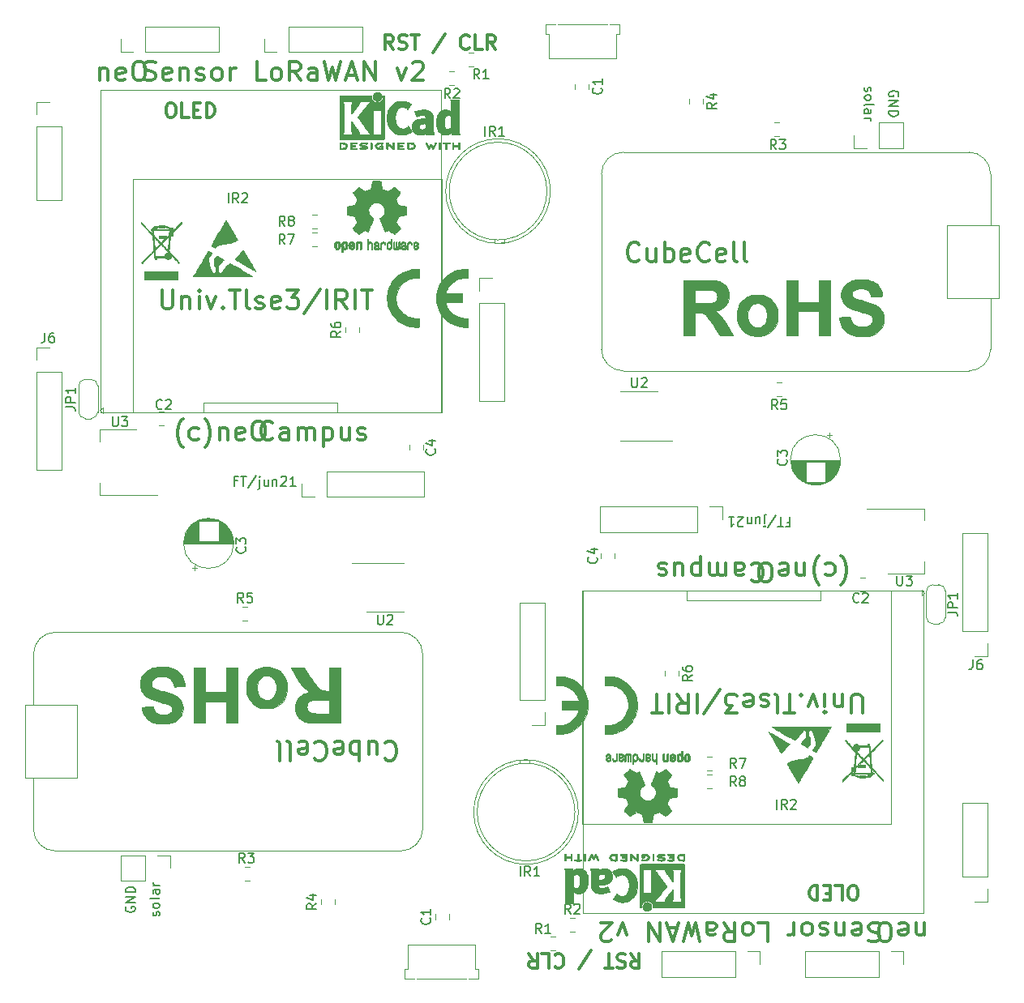
<source format=gto>
G04 #@! TF.GenerationSoftware,KiCad,Pcbnew,5.1.8-1.fc31*
G04 #@! TF.CreationDate,2021-06-10T12:46:03+02:00*
G04 #@! TF.ProjectId,LoRaWANV2_panelized,4c6f5261-5741-44e5-9632-5f70616e656c,rev?*
G04 #@! TF.SameCoordinates,Original*
G04 #@! TF.FileFunction,Legend,Top*
G04 #@! TF.FilePolarity,Positive*
%FSLAX46Y46*%
G04 Gerber Fmt 4.6, Leading zero omitted, Abs format (unit mm)*
G04 Created by KiCad (PCBNEW 5.1.8-1.fc31) date 2021-06-10 12:46:03*
%MOMM*%
%LPD*%
G01*
G04 APERTURE LIST*
%ADD10C,0.300000*%
%ADD11C,0.150000*%
%ADD12C,0.010000*%
%ADD13C,0.120000*%
G04 APERTURE END LIST*
D10*
X49690571Y-43989523D02*
X49976285Y-44084761D01*
X50452476Y-44084761D01*
X50642952Y-43989523D01*
X50738190Y-43894285D01*
X50833428Y-43703809D01*
X50833428Y-43513333D01*
X50738190Y-43322857D01*
X50642952Y-43227619D01*
X50452476Y-43132380D01*
X50071523Y-43037142D01*
X49881047Y-42941904D01*
X49785809Y-42846666D01*
X49690571Y-42656190D01*
X49690571Y-42465714D01*
X49785809Y-42275238D01*
X49881047Y-42180000D01*
X50071523Y-42084761D01*
X50547714Y-42084761D01*
X50833428Y-42180000D01*
X52452476Y-43989523D02*
X52262000Y-44084761D01*
X51881047Y-44084761D01*
X51690571Y-43989523D01*
X51595333Y-43799047D01*
X51595333Y-43037142D01*
X51690571Y-42846666D01*
X51881047Y-42751428D01*
X52262000Y-42751428D01*
X52452476Y-42846666D01*
X52547714Y-43037142D01*
X52547714Y-43227619D01*
X51595333Y-43418095D01*
X53404857Y-42751428D02*
X53404857Y-44084761D01*
X53404857Y-42941904D02*
X53500095Y-42846666D01*
X53690571Y-42751428D01*
X53976285Y-42751428D01*
X54166761Y-42846666D01*
X54262000Y-43037142D01*
X54262000Y-44084761D01*
X55119142Y-43989523D02*
X55309619Y-44084761D01*
X55690571Y-44084761D01*
X55881047Y-43989523D01*
X55976285Y-43799047D01*
X55976285Y-43703809D01*
X55881047Y-43513333D01*
X55690571Y-43418095D01*
X55404857Y-43418095D01*
X55214380Y-43322857D01*
X55119142Y-43132380D01*
X55119142Y-43037142D01*
X55214380Y-42846666D01*
X55404857Y-42751428D01*
X55690571Y-42751428D01*
X55881047Y-42846666D01*
X57119142Y-44084761D02*
X56928666Y-43989523D01*
X56833428Y-43894285D01*
X56738190Y-43703809D01*
X56738190Y-43132380D01*
X56833428Y-42941904D01*
X56928666Y-42846666D01*
X57119142Y-42751428D01*
X57404857Y-42751428D01*
X57595333Y-42846666D01*
X57690571Y-42941904D01*
X57785809Y-43132380D01*
X57785809Y-43703809D01*
X57690571Y-43894285D01*
X57595333Y-43989523D01*
X57404857Y-44084761D01*
X57119142Y-44084761D01*
X58642952Y-44084761D02*
X58642952Y-42751428D01*
X58642952Y-43132380D02*
X58738190Y-42941904D01*
X58833428Y-42846666D01*
X59023904Y-42751428D01*
X59214380Y-42751428D01*
X62357238Y-44084761D02*
X61404857Y-44084761D01*
X61404857Y-42084761D01*
X63309619Y-44084761D02*
X63119142Y-43989523D01*
X63023904Y-43894285D01*
X62928666Y-43703809D01*
X62928666Y-43132380D01*
X63023904Y-42941904D01*
X63119142Y-42846666D01*
X63309619Y-42751428D01*
X63595333Y-42751428D01*
X63785809Y-42846666D01*
X63881047Y-42941904D01*
X63976285Y-43132380D01*
X63976285Y-43703809D01*
X63881047Y-43894285D01*
X63785809Y-43989523D01*
X63595333Y-44084761D01*
X63309619Y-44084761D01*
X65976285Y-44084761D02*
X65309619Y-43132380D01*
X64833428Y-44084761D02*
X64833428Y-42084761D01*
X65595333Y-42084761D01*
X65785809Y-42180000D01*
X65881047Y-42275238D01*
X65976285Y-42465714D01*
X65976285Y-42751428D01*
X65881047Y-42941904D01*
X65785809Y-43037142D01*
X65595333Y-43132380D01*
X64833428Y-43132380D01*
X67690571Y-44084761D02*
X67690571Y-43037142D01*
X67595333Y-42846666D01*
X67404857Y-42751428D01*
X67023904Y-42751428D01*
X66833428Y-42846666D01*
X67690571Y-43989523D02*
X67500095Y-44084761D01*
X67023904Y-44084761D01*
X66833428Y-43989523D01*
X66738190Y-43799047D01*
X66738190Y-43608571D01*
X66833428Y-43418095D01*
X67023904Y-43322857D01*
X67500095Y-43322857D01*
X67690571Y-43227619D01*
X68452476Y-42084761D02*
X68928666Y-44084761D01*
X69309619Y-42656190D01*
X69690571Y-44084761D01*
X70166761Y-42084761D01*
X70833428Y-43513333D02*
X71785809Y-43513333D01*
X70642952Y-44084761D02*
X71309619Y-42084761D01*
X71976285Y-44084761D01*
X72642952Y-44084761D02*
X72642952Y-42084761D01*
X73785809Y-44084761D01*
X73785809Y-42084761D01*
X76071523Y-42751428D02*
X76547714Y-44084761D01*
X77023904Y-42751428D01*
X77690571Y-42275238D02*
X77785809Y-42180000D01*
X77976285Y-42084761D01*
X78452476Y-42084761D01*
X78642952Y-42180000D01*
X78738190Y-42275238D01*
X78833428Y-42465714D01*
X78833428Y-42656190D01*
X78738190Y-42941904D01*
X77595333Y-44084761D01*
X78833428Y-44084761D01*
X75660857Y-40810571D02*
X75160857Y-40096285D01*
X74803714Y-40810571D02*
X74803714Y-39310571D01*
X75375142Y-39310571D01*
X75518000Y-39382000D01*
X75589428Y-39453428D01*
X75660857Y-39596285D01*
X75660857Y-39810571D01*
X75589428Y-39953428D01*
X75518000Y-40024857D01*
X75375142Y-40096285D01*
X74803714Y-40096285D01*
X76232285Y-40739142D02*
X76446571Y-40810571D01*
X76803714Y-40810571D01*
X76946571Y-40739142D01*
X77018000Y-40667714D01*
X77089428Y-40524857D01*
X77089428Y-40382000D01*
X77018000Y-40239142D01*
X76946571Y-40167714D01*
X76803714Y-40096285D01*
X76518000Y-40024857D01*
X76375142Y-39953428D01*
X76303714Y-39882000D01*
X76232285Y-39739142D01*
X76232285Y-39596285D01*
X76303714Y-39453428D01*
X76375142Y-39382000D01*
X76518000Y-39310571D01*
X76875142Y-39310571D01*
X77089428Y-39382000D01*
X77518000Y-39310571D02*
X78375142Y-39310571D01*
X77946571Y-40810571D02*
X77946571Y-39310571D01*
X81089428Y-39239142D02*
X79803714Y-41167714D01*
X83589428Y-40667714D02*
X83518000Y-40739142D01*
X83303714Y-40810571D01*
X83160857Y-40810571D01*
X82946571Y-40739142D01*
X82803714Y-40596285D01*
X82732285Y-40453428D01*
X82660857Y-40167714D01*
X82660857Y-39953428D01*
X82732285Y-39667714D01*
X82803714Y-39524857D01*
X82946571Y-39382000D01*
X83160857Y-39310571D01*
X83303714Y-39310571D01*
X83518000Y-39382000D01*
X83589428Y-39453428D01*
X84946571Y-40810571D02*
X84232285Y-40810571D01*
X84232285Y-39310571D01*
X86303714Y-40810571D02*
X85803714Y-40096285D01*
X85446571Y-40810571D02*
X85446571Y-39310571D01*
X86018000Y-39310571D01*
X86160857Y-39382000D01*
X86232285Y-39453428D01*
X86303714Y-39596285D01*
X86303714Y-39810571D01*
X86232285Y-39953428D01*
X86160857Y-40024857D01*
X86018000Y-40096285D01*
X85446571Y-40096285D01*
X52304428Y-46422571D02*
X52590142Y-46422571D01*
X52733000Y-46494000D01*
X52875857Y-46636857D01*
X52947285Y-46922571D01*
X52947285Y-47422571D01*
X52875857Y-47708285D01*
X52733000Y-47851142D01*
X52590142Y-47922571D01*
X52304428Y-47922571D01*
X52161571Y-47851142D01*
X52018714Y-47708285D01*
X51947285Y-47422571D01*
X51947285Y-46922571D01*
X52018714Y-46636857D01*
X52161571Y-46494000D01*
X52304428Y-46422571D01*
X54304428Y-47922571D02*
X53590142Y-47922571D01*
X53590142Y-46422571D01*
X54804428Y-47136857D02*
X55304428Y-47136857D01*
X55518714Y-47922571D02*
X54804428Y-47922571D01*
X54804428Y-46422571D01*
X55518714Y-46422571D01*
X56161571Y-47922571D02*
X56161571Y-46422571D01*
X56518714Y-46422571D01*
X56733000Y-46494000D01*
X56875857Y-46636857D01*
X56947285Y-46779714D01*
X57018714Y-47065428D01*
X57018714Y-47279714D01*
X56947285Y-47565428D01*
X56875857Y-47708285D01*
X56733000Y-47851142D01*
X56518714Y-47922571D01*
X56161571Y-47922571D01*
D11*
X59372857Y-85907571D02*
X59039523Y-85907571D01*
X59039523Y-86431380D02*
X59039523Y-85431380D01*
X59515714Y-85431380D01*
X59753809Y-85431380D02*
X60325238Y-85431380D01*
X60039523Y-86431380D02*
X60039523Y-85431380D01*
X61372857Y-85383761D02*
X60515714Y-86669476D01*
X61706190Y-85764714D02*
X61706190Y-86621857D01*
X61658571Y-86717095D01*
X61563333Y-86764714D01*
X61515714Y-86764714D01*
X61706190Y-85431380D02*
X61658571Y-85479000D01*
X61706190Y-85526619D01*
X61753809Y-85479000D01*
X61706190Y-85431380D01*
X61706190Y-85526619D01*
X62610952Y-85764714D02*
X62610952Y-86431380D01*
X62182380Y-85764714D02*
X62182380Y-86288523D01*
X62230000Y-86383761D01*
X62325238Y-86431380D01*
X62468095Y-86431380D01*
X62563333Y-86383761D01*
X62610952Y-86336142D01*
X63087142Y-85764714D02*
X63087142Y-86431380D01*
X63087142Y-85859952D02*
X63134761Y-85812333D01*
X63230000Y-85764714D01*
X63372857Y-85764714D01*
X63468095Y-85812333D01*
X63515714Y-85907571D01*
X63515714Y-86431380D01*
X63944285Y-85526619D02*
X63991904Y-85479000D01*
X64087142Y-85431380D01*
X64325238Y-85431380D01*
X64420476Y-85479000D01*
X64468095Y-85526619D01*
X64515714Y-85621857D01*
X64515714Y-85717095D01*
X64468095Y-85859952D01*
X63896666Y-86431380D01*
X64515714Y-86431380D01*
X65468095Y-86431380D02*
X64896666Y-86431380D01*
X65182380Y-86431380D02*
X65182380Y-85431380D01*
X65087142Y-85574238D01*
X64991904Y-85669476D01*
X64896666Y-85717095D01*
D10*
X63071904Y-81486285D02*
X62976666Y-81581523D01*
X62690952Y-81676761D01*
X62500476Y-81676761D01*
X62214761Y-81581523D01*
X62024285Y-81391047D01*
X61929047Y-81200571D01*
X61833809Y-80819619D01*
X61833809Y-80533904D01*
X61929047Y-80152952D01*
X62024285Y-79962476D01*
X62214761Y-79772000D01*
X62500476Y-79676761D01*
X62690952Y-79676761D01*
X62976666Y-79772000D01*
X63071904Y-79867238D01*
X64786190Y-81676761D02*
X64786190Y-80629142D01*
X64690952Y-80438666D01*
X64500476Y-80343428D01*
X64119523Y-80343428D01*
X63929047Y-80438666D01*
X64786190Y-81581523D02*
X64595714Y-81676761D01*
X64119523Y-81676761D01*
X63929047Y-81581523D01*
X63833809Y-81391047D01*
X63833809Y-81200571D01*
X63929047Y-81010095D01*
X64119523Y-80914857D01*
X64595714Y-80914857D01*
X64786190Y-80819619D01*
X65738571Y-81676761D02*
X65738571Y-80343428D01*
X65738571Y-80533904D02*
X65833809Y-80438666D01*
X66024285Y-80343428D01*
X66310000Y-80343428D01*
X66500476Y-80438666D01*
X66595714Y-80629142D01*
X66595714Y-81676761D01*
X66595714Y-80629142D02*
X66690952Y-80438666D01*
X66881428Y-80343428D01*
X67167142Y-80343428D01*
X67357619Y-80438666D01*
X67452857Y-80629142D01*
X67452857Y-81676761D01*
X68405238Y-80343428D02*
X68405238Y-82343428D01*
X68405238Y-80438666D02*
X68595714Y-80343428D01*
X68976666Y-80343428D01*
X69167142Y-80438666D01*
X69262380Y-80533904D01*
X69357619Y-80724380D01*
X69357619Y-81295809D01*
X69262380Y-81486285D01*
X69167142Y-81581523D01*
X68976666Y-81676761D01*
X68595714Y-81676761D01*
X68405238Y-81581523D01*
X71071904Y-80343428D02*
X71071904Y-81676761D01*
X70214761Y-80343428D02*
X70214761Y-81391047D01*
X70310000Y-81581523D01*
X70500476Y-81676761D01*
X70786190Y-81676761D01*
X70976666Y-81581523D01*
X71071904Y-81486285D01*
X71929047Y-81581523D02*
X72119523Y-81676761D01*
X72500476Y-81676761D01*
X72690952Y-81581523D01*
X72786190Y-81391047D01*
X72786190Y-81295809D01*
X72690952Y-81105333D01*
X72500476Y-81010095D01*
X72214761Y-81010095D01*
X72024285Y-80914857D01*
X71929047Y-80724380D01*
X71929047Y-80629142D01*
X72024285Y-80438666D01*
X72214761Y-80343428D01*
X72500476Y-80343428D01*
X72690952Y-80438666D01*
X51499857Y-65960761D02*
X51499857Y-67579809D01*
X51595095Y-67770285D01*
X51690333Y-67865523D01*
X51880809Y-67960761D01*
X52261761Y-67960761D01*
X52452238Y-67865523D01*
X52547476Y-67770285D01*
X52642714Y-67579809D01*
X52642714Y-65960761D01*
X53595095Y-66627428D02*
X53595095Y-67960761D01*
X53595095Y-66817904D02*
X53690333Y-66722666D01*
X53880809Y-66627428D01*
X54166523Y-66627428D01*
X54357000Y-66722666D01*
X54452238Y-66913142D01*
X54452238Y-67960761D01*
X55404619Y-67960761D02*
X55404619Y-66627428D01*
X55404619Y-65960761D02*
X55309380Y-66056000D01*
X55404619Y-66151238D01*
X55499857Y-66056000D01*
X55404619Y-65960761D01*
X55404619Y-66151238D01*
X56166523Y-66627428D02*
X56642714Y-67960761D01*
X57118904Y-66627428D01*
X57880809Y-67770285D02*
X57976047Y-67865523D01*
X57880809Y-67960761D01*
X57785571Y-67865523D01*
X57880809Y-67770285D01*
X57880809Y-67960761D01*
X58547476Y-65960761D02*
X59690333Y-65960761D01*
X59118904Y-67960761D02*
X59118904Y-65960761D01*
X60642714Y-67960761D02*
X60452238Y-67865523D01*
X60357000Y-67675047D01*
X60357000Y-65960761D01*
X61309380Y-67865523D02*
X61499857Y-67960761D01*
X61880809Y-67960761D01*
X62071285Y-67865523D01*
X62166523Y-67675047D01*
X62166523Y-67579809D01*
X62071285Y-67389333D01*
X61880809Y-67294095D01*
X61595095Y-67294095D01*
X61404619Y-67198857D01*
X61309380Y-67008380D01*
X61309380Y-66913142D01*
X61404619Y-66722666D01*
X61595095Y-66627428D01*
X61880809Y-66627428D01*
X62071285Y-66722666D01*
X63785571Y-67865523D02*
X63595095Y-67960761D01*
X63214142Y-67960761D01*
X63023666Y-67865523D01*
X62928428Y-67675047D01*
X62928428Y-66913142D01*
X63023666Y-66722666D01*
X63214142Y-66627428D01*
X63595095Y-66627428D01*
X63785571Y-66722666D01*
X63880809Y-66913142D01*
X63880809Y-67103619D01*
X62928428Y-67294095D01*
X64547476Y-65960761D02*
X65785571Y-65960761D01*
X65118904Y-66722666D01*
X65404619Y-66722666D01*
X65595095Y-66817904D01*
X65690333Y-66913142D01*
X65785571Y-67103619D01*
X65785571Y-67579809D01*
X65690333Y-67770285D01*
X65595095Y-67865523D01*
X65404619Y-67960761D01*
X64833190Y-67960761D01*
X64642714Y-67865523D01*
X64547476Y-67770285D01*
X68071285Y-65865523D02*
X66357000Y-68436952D01*
X68737952Y-67960761D02*
X68737952Y-65960761D01*
X70833190Y-67960761D02*
X70166523Y-67008380D01*
X69690333Y-67960761D02*
X69690333Y-65960761D01*
X70452238Y-65960761D01*
X70642714Y-66056000D01*
X70737952Y-66151238D01*
X70833190Y-66341714D01*
X70833190Y-66627428D01*
X70737952Y-66817904D01*
X70642714Y-66913142D01*
X70452238Y-67008380D01*
X69690333Y-67008380D01*
X71690333Y-67960761D02*
X71690333Y-65960761D01*
X72357000Y-65960761D02*
X73499857Y-65960761D01*
X72928428Y-67960761D02*
X72928428Y-65960761D01*
X53705619Y-82438666D02*
X53610380Y-82343428D01*
X53419904Y-82057714D01*
X53324666Y-81867238D01*
X53229428Y-81581523D01*
X53134190Y-81105333D01*
X53134190Y-80724380D01*
X53229428Y-80248190D01*
X53324666Y-79962476D01*
X53419904Y-79772000D01*
X53610380Y-79486285D01*
X53705619Y-79391047D01*
X55324666Y-81581523D02*
X55134190Y-81676761D01*
X54753238Y-81676761D01*
X54562761Y-81581523D01*
X54467523Y-81486285D01*
X54372285Y-81295809D01*
X54372285Y-80724380D01*
X54467523Y-80533904D01*
X54562761Y-80438666D01*
X54753238Y-80343428D01*
X55134190Y-80343428D01*
X55324666Y-80438666D01*
X55991333Y-82438666D02*
X56086571Y-82343428D01*
X56277047Y-82057714D01*
X56372285Y-81867238D01*
X56467523Y-81581523D01*
X56562761Y-81105333D01*
X56562761Y-80724380D01*
X56467523Y-80248190D01*
X56372285Y-79962476D01*
X56277047Y-79772000D01*
X56086571Y-79486285D01*
X55991333Y-79391047D01*
X57515142Y-80343428D02*
X57515142Y-81676761D01*
X57515142Y-80533904D02*
X57610380Y-80438666D01*
X57800857Y-80343428D01*
X58086571Y-80343428D01*
X58277047Y-80438666D01*
X58372285Y-80629142D01*
X58372285Y-81676761D01*
X60086571Y-81581523D02*
X59896095Y-81676761D01*
X59515142Y-81676761D01*
X59324666Y-81581523D01*
X59229428Y-81391047D01*
X59229428Y-80629142D01*
X59324666Y-80438666D01*
X59515142Y-80343428D01*
X59896095Y-80343428D01*
X60086571Y-80438666D01*
X60181809Y-80629142D01*
X60181809Y-80819619D01*
X59229428Y-81010095D01*
X61419904Y-79676761D02*
X61800857Y-79676761D01*
X61991333Y-79772000D01*
X62181809Y-79962476D01*
X62277047Y-80343428D01*
X62277047Y-81010095D01*
X62181809Y-81391047D01*
X61991333Y-81581523D01*
X61800857Y-81676761D01*
X61419904Y-81676761D01*
X61229428Y-81581523D01*
X61038952Y-81391047D01*
X60943714Y-81010095D01*
X60943714Y-80343428D01*
X61038952Y-79962476D01*
X61229428Y-79772000D01*
X61419904Y-79676761D01*
X45037666Y-42751428D02*
X45037666Y-44084761D01*
X45037666Y-42941904D02*
X45132904Y-42846666D01*
X45323380Y-42751428D01*
X45609095Y-42751428D01*
X45799571Y-42846666D01*
X45894809Y-43037142D01*
X45894809Y-44084761D01*
X47609095Y-43989523D02*
X47418619Y-44084761D01*
X47037666Y-44084761D01*
X46847190Y-43989523D01*
X46751952Y-43799047D01*
X46751952Y-43037142D01*
X46847190Y-42846666D01*
X47037666Y-42751428D01*
X47418619Y-42751428D01*
X47609095Y-42846666D01*
X47704333Y-43037142D01*
X47704333Y-43227619D01*
X46751952Y-43418095D01*
X48942428Y-42084761D02*
X49323380Y-42084761D01*
X49513857Y-42180000D01*
X49704333Y-42370476D01*
X49799571Y-42751428D01*
X49799571Y-43418095D01*
X49704333Y-43799047D01*
X49513857Y-43989523D01*
X49323380Y-44084761D01*
X48942428Y-44084761D01*
X48751952Y-43989523D01*
X48561476Y-43799047D01*
X48466238Y-43418095D01*
X48466238Y-42751428D01*
X48561476Y-42370476D01*
X48751952Y-42180000D01*
X48942428Y-42084761D01*
D11*
X128389000Y-45720095D02*
X128436619Y-45624857D01*
X128436619Y-45482000D01*
X128389000Y-45339142D01*
X128293761Y-45243904D01*
X128198523Y-45196285D01*
X128008047Y-45148666D01*
X127865190Y-45148666D01*
X127674714Y-45196285D01*
X127579476Y-45243904D01*
X127484238Y-45339142D01*
X127436619Y-45482000D01*
X127436619Y-45577238D01*
X127484238Y-45720095D01*
X127531857Y-45767714D01*
X127865190Y-45767714D01*
X127865190Y-45577238D01*
X127436619Y-46196285D02*
X128436619Y-46196285D01*
X127436619Y-46767714D01*
X128436619Y-46767714D01*
X127436619Y-47243904D02*
X128436619Y-47243904D01*
X128436619Y-47482000D01*
X128389000Y-47624857D01*
X128293761Y-47720095D01*
X128198523Y-47767714D01*
X128008047Y-47815333D01*
X127865190Y-47815333D01*
X127674714Y-47767714D01*
X127579476Y-47720095D01*
X127484238Y-47624857D01*
X127436619Y-47482000D01*
X127436619Y-47243904D01*
X124944238Y-44791523D02*
X124896619Y-44886761D01*
X124896619Y-45077238D01*
X124944238Y-45172476D01*
X125039476Y-45220095D01*
X125087095Y-45220095D01*
X125182333Y-45172476D01*
X125229952Y-45077238D01*
X125229952Y-44934380D01*
X125277571Y-44839142D01*
X125372809Y-44791523D01*
X125420428Y-44791523D01*
X125515666Y-44839142D01*
X125563285Y-44934380D01*
X125563285Y-45077238D01*
X125515666Y-45172476D01*
X124896619Y-45791523D02*
X124944238Y-45696285D01*
X124991857Y-45648666D01*
X125087095Y-45601047D01*
X125372809Y-45601047D01*
X125468047Y-45648666D01*
X125515666Y-45696285D01*
X125563285Y-45791523D01*
X125563285Y-45934380D01*
X125515666Y-46029619D01*
X125468047Y-46077238D01*
X125372809Y-46124857D01*
X125087095Y-46124857D01*
X124991857Y-46077238D01*
X124944238Y-46029619D01*
X124896619Y-45934380D01*
X124896619Y-45791523D01*
X124896619Y-46696285D02*
X124944238Y-46601047D01*
X125039476Y-46553428D01*
X125896619Y-46553428D01*
X124896619Y-47505809D02*
X125420428Y-47505809D01*
X125515666Y-47458190D01*
X125563285Y-47362952D01*
X125563285Y-47172476D01*
X125515666Y-47077238D01*
X124944238Y-47505809D02*
X124896619Y-47410571D01*
X124896619Y-47172476D01*
X124944238Y-47077238D01*
X125039476Y-47029619D01*
X125134714Y-47029619D01*
X125229952Y-47077238D01*
X125277571Y-47172476D01*
X125277571Y-47410571D01*
X125325190Y-47505809D01*
X124896619Y-47982000D02*
X125563285Y-47982000D01*
X125372809Y-47982000D02*
X125468047Y-48029619D01*
X125515666Y-48077238D01*
X125563285Y-48172476D01*
X125563285Y-48267714D01*
D10*
X101346619Y-62817285D02*
X101251380Y-62912523D01*
X100965666Y-63007761D01*
X100775190Y-63007761D01*
X100489476Y-62912523D01*
X100299000Y-62722047D01*
X100203761Y-62531571D01*
X100108523Y-62150619D01*
X100108523Y-61864904D01*
X100203761Y-61483952D01*
X100299000Y-61293476D01*
X100489476Y-61103000D01*
X100775190Y-61007761D01*
X100965666Y-61007761D01*
X101251380Y-61103000D01*
X101346619Y-61198238D01*
X103060904Y-61674428D02*
X103060904Y-63007761D01*
X102203761Y-61674428D02*
X102203761Y-62722047D01*
X102299000Y-62912523D01*
X102489476Y-63007761D01*
X102775190Y-63007761D01*
X102965666Y-62912523D01*
X103060904Y-62817285D01*
X104013285Y-63007761D02*
X104013285Y-61007761D01*
X104013285Y-61769666D02*
X104203761Y-61674428D01*
X104584714Y-61674428D01*
X104775190Y-61769666D01*
X104870428Y-61864904D01*
X104965666Y-62055380D01*
X104965666Y-62626809D01*
X104870428Y-62817285D01*
X104775190Y-62912523D01*
X104584714Y-63007761D01*
X104203761Y-63007761D01*
X104013285Y-62912523D01*
X106584714Y-62912523D02*
X106394238Y-63007761D01*
X106013285Y-63007761D01*
X105822809Y-62912523D01*
X105727571Y-62722047D01*
X105727571Y-61960142D01*
X105822809Y-61769666D01*
X106013285Y-61674428D01*
X106394238Y-61674428D01*
X106584714Y-61769666D01*
X106679952Y-61960142D01*
X106679952Y-62150619D01*
X105727571Y-62341095D01*
X108679952Y-62817285D02*
X108584714Y-62912523D01*
X108299000Y-63007761D01*
X108108523Y-63007761D01*
X107822809Y-62912523D01*
X107632333Y-62722047D01*
X107537095Y-62531571D01*
X107441857Y-62150619D01*
X107441857Y-61864904D01*
X107537095Y-61483952D01*
X107632333Y-61293476D01*
X107822809Y-61103000D01*
X108108523Y-61007761D01*
X108299000Y-61007761D01*
X108584714Y-61103000D01*
X108679952Y-61198238D01*
X110299000Y-62912523D02*
X110108523Y-63007761D01*
X109727571Y-63007761D01*
X109537095Y-62912523D01*
X109441857Y-62722047D01*
X109441857Y-61960142D01*
X109537095Y-61769666D01*
X109727571Y-61674428D01*
X110108523Y-61674428D01*
X110299000Y-61769666D01*
X110394238Y-61960142D01*
X110394238Y-62150619D01*
X109441857Y-62341095D01*
X111537095Y-63007761D02*
X111346619Y-62912523D01*
X111251380Y-62722047D01*
X111251380Y-61007761D01*
X112584714Y-63007761D02*
X112394238Y-62912523D01*
X112299000Y-62722047D01*
X112299000Y-61007761D01*
X126458428Y-132159476D02*
X126172714Y-132064238D01*
X125696523Y-132064238D01*
X125506047Y-132159476D01*
X125410809Y-132254714D01*
X125315571Y-132445190D01*
X125315571Y-132635666D01*
X125410809Y-132826142D01*
X125506047Y-132921380D01*
X125696523Y-133016619D01*
X126077476Y-133111857D01*
X126267952Y-133207095D01*
X126363190Y-133302333D01*
X126458428Y-133492809D01*
X126458428Y-133683285D01*
X126363190Y-133873761D01*
X126267952Y-133969000D01*
X126077476Y-134064238D01*
X125601285Y-134064238D01*
X125315571Y-133969000D01*
X123696523Y-132159476D02*
X123887000Y-132064238D01*
X124267952Y-132064238D01*
X124458428Y-132159476D01*
X124553666Y-132349952D01*
X124553666Y-133111857D01*
X124458428Y-133302333D01*
X124267952Y-133397571D01*
X123887000Y-133397571D01*
X123696523Y-133302333D01*
X123601285Y-133111857D01*
X123601285Y-132921380D01*
X124553666Y-132730904D01*
X122744142Y-133397571D02*
X122744142Y-132064238D01*
X122744142Y-133207095D02*
X122648904Y-133302333D01*
X122458428Y-133397571D01*
X122172714Y-133397571D01*
X121982238Y-133302333D01*
X121887000Y-133111857D01*
X121887000Y-132064238D01*
X121029857Y-132159476D02*
X120839380Y-132064238D01*
X120458428Y-132064238D01*
X120267952Y-132159476D01*
X120172714Y-132349952D01*
X120172714Y-132445190D01*
X120267952Y-132635666D01*
X120458428Y-132730904D01*
X120744142Y-132730904D01*
X120934619Y-132826142D01*
X121029857Y-133016619D01*
X121029857Y-133111857D01*
X120934619Y-133302333D01*
X120744142Y-133397571D01*
X120458428Y-133397571D01*
X120267952Y-133302333D01*
X119029857Y-132064238D02*
X119220333Y-132159476D01*
X119315571Y-132254714D01*
X119410809Y-132445190D01*
X119410809Y-133016619D01*
X119315571Y-133207095D01*
X119220333Y-133302333D01*
X119029857Y-133397571D01*
X118744142Y-133397571D01*
X118553666Y-133302333D01*
X118458428Y-133207095D01*
X118363190Y-133016619D01*
X118363190Y-132445190D01*
X118458428Y-132254714D01*
X118553666Y-132159476D01*
X118744142Y-132064238D01*
X119029857Y-132064238D01*
X117506047Y-132064238D02*
X117506047Y-133397571D01*
X117506047Y-133016619D02*
X117410809Y-133207095D01*
X117315571Y-133302333D01*
X117125095Y-133397571D01*
X116934619Y-133397571D01*
X113791761Y-132064238D02*
X114744142Y-132064238D01*
X114744142Y-134064238D01*
X112839380Y-132064238D02*
X113029857Y-132159476D01*
X113125095Y-132254714D01*
X113220333Y-132445190D01*
X113220333Y-133016619D01*
X113125095Y-133207095D01*
X113029857Y-133302333D01*
X112839380Y-133397571D01*
X112553666Y-133397571D01*
X112363190Y-133302333D01*
X112267952Y-133207095D01*
X112172714Y-133016619D01*
X112172714Y-132445190D01*
X112267952Y-132254714D01*
X112363190Y-132159476D01*
X112553666Y-132064238D01*
X112839380Y-132064238D01*
X110172714Y-132064238D02*
X110839380Y-133016619D01*
X111315571Y-132064238D02*
X111315571Y-134064238D01*
X110553666Y-134064238D01*
X110363190Y-133969000D01*
X110267952Y-133873761D01*
X110172714Y-133683285D01*
X110172714Y-133397571D01*
X110267952Y-133207095D01*
X110363190Y-133111857D01*
X110553666Y-133016619D01*
X111315571Y-133016619D01*
X108458428Y-132064238D02*
X108458428Y-133111857D01*
X108553666Y-133302333D01*
X108744142Y-133397571D01*
X109125095Y-133397571D01*
X109315571Y-133302333D01*
X108458428Y-132159476D02*
X108648904Y-132064238D01*
X109125095Y-132064238D01*
X109315571Y-132159476D01*
X109410809Y-132349952D01*
X109410809Y-132540428D01*
X109315571Y-132730904D01*
X109125095Y-132826142D01*
X108648904Y-132826142D01*
X108458428Y-132921380D01*
X107696523Y-134064238D02*
X107220333Y-132064238D01*
X106839380Y-133492809D01*
X106458428Y-132064238D01*
X105982238Y-134064238D01*
X105315571Y-132635666D02*
X104363190Y-132635666D01*
X105506047Y-132064238D02*
X104839380Y-134064238D01*
X104172714Y-132064238D01*
X103506047Y-132064238D02*
X103506047Y-134064238D01*
X102363190Y-132064238D01*
X102363190Y-134064238D01*
X100077476Y-133397571D02*
X99601285Y-132064238D01*
X99125095Y-133397571D01*
X98458428Y-133873761D02*
X98363190Y-133969000D01*
X98172714Y-134064238D01*
X97696523Y-134064238D01*
X97506047Y-133969000D01*
X97410809Y-133873761D01*
X97315571Y-133683285D01*
X97315571Y-133492809D01*
X97410809Y-133207095D01*
X98553666Y-132064238D01*
X97315571Y-132064238D01*
X100488142Y-135338428D02*
X100988142Y-136052714D01*
X101345285Y-135338428D02*
X101345285Y-136838428D01*
X100773857Y-136838428D01*
X100631000Y-136767000D01*
X100559571Y-136695571D01*
X100488142Y-136552714D01*
X100488142Y-136338428D01*
X100559571Y-136195571D01*
X100631000Y-136124142D01*
X100773857Y-136052714D01*
X101345285Y-136052714D01*
X99916714Y-135409857D02*
X99702428Y-135338428D01*
X99345285Y-135338428D01*
X99202428Y-135409857D01*
X99131000Y-135481285D01*
X99059571Y-135624142D01*
X99059571Y-135767000D01*
X99131000Y-135909857D01*
X99202428Y-135981285D01*
X99345285Y-136052714D01*
X99631000Y-136124142D01*
X99773857Y-136195571D01*
X99845285Y-136267000D01*
X99916714Y-136409857D01*
X99916714Y-136552714D01*
X99845285Y-136695571D01*
X99773857Y-136767000D01*
X99631000Y-136838428D01*
X99273857Y-136838428D01*
X99059571Y-136767000D01*
X98631000Y-136838428D02*
X97773857Y-136838428D01*
X98202428Y-135338428D02*
X98202428Y-136838428D01*
X95059571Y-136909857D02*
X96345285Y-134981285D01*
X92559571Y-135481285D02*
X92631000Y-135409857D01*
X92845285Y-135338428D01*
X92988142Y-135338428D01*
X93202428Y-135409857D01*
X93345285Y-135552714D01*
X93416714Y-135695571D01*
X93488142Y-135981285D01*
X93488142Y-136195571D01*
X93416714Y-136481285D01*
X93345285Y-136624142D01*
X93202428Y-136767000D01*
X92988142Y-136838428D01*
X92845285Y-136838428D01*
X92631000Y-136767000D01*
X92559571Y-136695571D01*
X91202428Y-135338428D02*
X91916714Y-135338428D01*
X91916714Y-136838428D01*
X89845285Y-135338428D02*
X90345285Y-136052714D01*
X90702428Y-135338428D02*
X90702428Y-136838428D01*
X90131000Y-136838428D01*
X89988142Y-136767000D01*
X89916714Y-136695571D01*
X89845285Y-136552714D01*
X89845285Y-136338428D01*
X89916714Y-136195571D01*
X89988142Y-136124142D01*
X90131000Y-136052714D01*
X90702428Y-136052714D01*
X123844571Y-129726428D02*
X123558857Y-129726428D01*
X123416000Y-129655000D01*
X123273142Y-129512142D01*
X123201714Y-129226428D01*
X123201714Y-128726428D01*
X123273142Y-128440714D01*
X123416000Y-128297857D01*
X123558857Y-128226428D01*
X123844571Y-128226428D01*
X123987428Y-128297857D01*
X124130285Y-128440714D01*
X124201714Y-128726428D01*
X124201714Y-129226428D01*
X124130285Y-129512142D01*
X123987428Y-129655000D01*
X123844571Y-129726428D01*
X121844571Y-128226428D02*
X122558857Y-128226428D01*
X122558857Y-129726428D01*
X121344571Y-129012142D02*
X120844571Y-129012142D01*
X120630285Y-128226428D02*
X121344571Y-128226428D01*
X121344571Y-129726428D01*
X120630285Y-129726428D01*
X119987428Y-128226428D02*
X119987428Y-129726428D01*
X119630285Y-129726428D01*
X119416000Y-129655000D01*
X119273142Y-129512142D01*
X119201714Y-129369285D01*
X119130285Y-129083571D01*
X119130285Y-128869285D01*
X119201714Y-128583571D01*
X119273142Y-128440714D01*
X119416000Y-128297857D01*
X119630285Y-128226428D01*
X119987428Y-128226428D01*
D11*
X116776142Y-90241428D02*
X117109476Y-90241428D01*
X117109476Y-89717619D02*
X117109476Y-90717619D01*
X116633285Y-90717619D01*
X116395190Y-90717619D02*
X115823761Y-90717619D01*
X116109476Y-89717619D02*
X116109476Y-90717619D01*
X114776142Y-90765238D02*
X115633285Y-89479523D01*
X114442809Y-90384285D02*
X114442809Y-89527142D01*
X114490428Y-89431904D01*
X114585666Y-89384285D01*
X114633285Y-89384285D01*
X114442809Y-90717619D02*
X114490428Y-90670000D01*
X114442809Y-90622380D01*
X114395190Y-90670000D01*
X114442809Y-90717619D01*
X114442809Y-90622380D01*
X113538047Y-90384285D02*
X113538047Y-89717619D01*
X113966619Y-90384285D02*
X113966619Y-89860476D01*
X113919000Y-89765238D01*
X113823761Y-89717619D01*
X113680904Y-89717619D01*
X113585666Y-89765238D01*
X113538047Y-89812857D01*
X113061857Y-90384285D02*
X113061857Y-89717619D01*
X113061857Y-90289047D02*
X113014238Y-90336666D01*
X112919000Y-90384285D01*
X112776142Y-90384285D01*
X112680904Y-90336666D01*
X112633285Y-90241428D01*
X112633285Y-89717619D01*
X112204714Y-90622380D02*
X112157095Y-90670000D01*
X112061857Y-90717619D01*
X111823761Y-90717619D01*
X111728523Y-90670000D01*
X111680904Y-90622380D01*
X111633285Y-90527142D01*
X111633285Y-90431904D01*
X111680904Y-90289047D01*
X112252333Y-89717619D01*
X111633285Y-89717619D01*
X110680904Y-89717619D02*
X111252333Y-89717619D01*
X110966619Y-89717619D02*
X110966619Y-90717619D01*
X111061857Y-90574761D01*
X111157095Y-90479523D01*
X111252333Y-90431904D01*
D10*
X113077095Y-94662714D02*
X113172333Y-94567476D01*
X113458047Y-94472238D01*
X113648523Y-94472238D01*
X113934238Y-94567476D01*
X114124714Y-94757952D01*
X114219952Y-94948428D01*
X114315190Y-95329380D01*
X114315190Y-95615095D01*
X114219952Y-95996047D01*
X114124714Y-96186523D01*
X113934238Y-96377000D01*
X113648523Y-96472238D01*
X113458047Y-96472238D01*
X113172333Y-96377000D01*
X113077095Y-96281761D01*
X111362809Y-94472238D02*
X111362809Y-95519857D01*
X111458047Y-95710333D01*
X111648523Y-95805571D01*
X112029476Y-95805571D01*
X112219952Y-95710333D01*
X111362809Y-94567476D02*
X111553285Y-94472238D01*
X112029476Y-94472238D01*
X112219952Y-94567476D01*
X112315190Y-94757952D01*
X112315190Y-94948428D01*
X112219952Y-95138904D01*
X112029476Y-95234142D01*
X111553285Y-95234142D01*
X111362809Y-95329380D01*
X110410428Y-94472238D02*
X110410428Y-95805571D01*
X110410428Y-95615095D02*
X110315190Y-95710333D01*
X110124714Y-95805571D01*
X109839000Y-95805571D01*
X109648523Y-95710333D01*
X109553285Y-95519857D01*
X109553285Y-94472238D01*
X109553285Y-95519857D02*
X109458047Y-95710333D01*
X109267571Y-95805571D01*
X108981857Y-95805571D01*
X108791380Y-95710333D01*
X108696142Y-95519857D01*
X108696142Y-94472238D01*
X107743761Y-95805571D02*
X107743761Y-93805571D01*
X107743761Y-95710333D02*
X107553285Y-95805571D01*
X107172333Y-95805571D01*
X106981857Y-95710333D01*
X106886619Y-95615095D01*
X106791380Y-95424619D01*
X106791380Y-94853190D01*
X106886619Y-94662714D01*
X106981857Y-94567476D01*
X107172333Y-94472238D01*
X107553285Y-94472238D01*
X107743761Y-94567476D01*
X105077095Y-95805571D02*
X105077095Y-94472238D01*
X105934238Y-95805571D02*
X105934238Y-94757952D01*
X105839000Y-94567476D01*
X105648523Y-94472238D01*
X105362809Y-94472238D01*
X105172333Y-94567476D01*
X105077095Y-94662714D01*
X104219952Y-94567476D02*
X104029476Y-94472238D01*
X103648523Y-94472238D01*
X103458047Y-94567476D01*
X103362809Y-94757952D01*
X103362809Y-94853190D01*
X103458047Y-95043666D01*
X103648523Y-95138904D01*
X103934238Y-95138904D01*
X104124714Y-95234142D01*
X104219952Y-95424619D01*
X104219952Y-95519857D01*
X104124714Y-95710333D01*
X103934238Y-95805571D01*
X103648523Y-95805571D01*
X103458047Y-95710333D01*
X124649142Y-110188238D02*
X124649142Y-108569190D01*
X124553904Y-108378714D01*
X124458666Y-108283476D01*
X124268190Y-108188238D01*
X123887238Y-108188238D01*
X123696761Y-108283476D01*
X123601523Y-108378714D01*
X123506285Y-108569190D01*
X123506285Y-110188238D01*
X122553904Y-109521571D02*
X122553904Y-108188238D01*
X122553904Y-109331095D02*
X122458666Y-109426333D01*
X122268190Y-109521571D01*
X121982476Y-109521571D01*
X121792000Y-109426333D01*
X121696761Y-109235857D01*
X121696761Y-108188238D01*
X120744380Y-108188238D02*
X120744380Y-109521571D01*
X120744380Y-110188238D02*
X120839619Y-110093000D01*
X120744380Y-109997761D01*
X120649142Y-110093000D01*
X120744380Y-110188238D01*
X120744380Y-109997761D01*
X119982476Y-109521571D02*
X119506285Y-108188238D01*
X119030095Y-109521571D01*
X118268190Y-108378714D02*
X118172952Y-108283476D01*
X118268190Y-108188238D01*
X118363428Y-108283476D01*
X118268190Y-108378714D01*
X118268190Y-108188238D01*
X117601523Y-110188238D02*
X116458666Y-110188238D01*
X117030095Y-108188238D02*
X117030095Y-110188238D01*
X115506285Y-108188238D02*
X115696761Y-108283476D01*
X115792000Y-108473952D01*
X115792000Y-110188238D01*
X114839619Y-108283476D02*
X114649142Y-108188238D01*
X114268190Y-108188238D01*
X114077714Y-108283476D01*
X113982476Y-108473952D01*
X113982476Y-108569190D01*
X114077714Y-108759666D01*
X114268190Y-108854904D01*
X114553904Y-108854904D01*
X114744380Y-108950142D01*
X114839619Y-109140619D01*
X114839619Y-109235857D01*
X114744380Y-109426333D01*
X114553904Y-109521571D01*
X114268190Y-109521571D01*
X114077714Y-109426333D01*
X112363428Y-108283476D02*
X112553904Y-108188238D01*
X112934857Y-108188238D01*
X113125333Y-108283476D01*
X113220571Y-108473952D01*
X113220571Y-109235857D01*
X113125333Y-109426333D01*
X112934857Y-109521571D01*
X112553904Y-109521571D01*
X112363428Y-109426333D01*
X112268190Y-109235857D01*
X112268190Y-109045380D01*
X113220571Y-108854904D01*
X111601523Y-110188238D02*
X110363428Y-110188238D01*
X111030095Y-109426333D01*
X110744380Y-109426333D01*
X110553904Y-109331095D01*
X110458666Y-109235857D01*
X110363428Y-109045380D01*
X110363428Y-108569190D01*
X110458666Y-108378714D01*
X110553904Y-108283476D01*
X110744380Y-108188238D01*
X111315809Y-108188238D01*
X111506285Y-108283476D01*
X111601523Y-108378714D01*
X108077714Y-110283476D02*
X109792000Y-107712047D01*
X107411047Y-108188238D02*
X107411047Y-110188238D01*
X105315809Y-108188238D02*
X105982476Y-109140619D01*
X106458666Y-108188238D02*
X106458666Y-110188238D01*
X105696761Y-110188238D01*
X105506285Y-110093000D01*
X105411047Y-109997761D01*
X105315809Y-109807285D01*
X105315809Y-109521571D01*
X105411047Y-109331095D01*
X105506285Y-109235857D01*
X105696761Y-109140619D01*
X106458666Y-109140619D01*
X104458666Y-108188238D02*
X104458666Y-110188238D01*
X103792000Y-110188238D02*
X102649142Y-110188238D01*
X103220571Y-108188238D02*
X103220571Y-110188238D01*
X122443380Y-93710333D02*
X122538619Y-93805571D01*
X122729095Y-94091285D01*
X122824333Y-94281761D01*
X122919571Y-94567476D01*
X123014809Y-95043666D01*
X123014809Y-95424619D01*
X122919571Y-95900809D01*
X122824333Y-96186523D01*
X122729095Y-96377000D01*
X122538619Y-96662714D01*
X122443380Y-96757952D01*
X120824333Y-94567476D02*
X121014809Y-94472238D01*
X121395761Y-94472238D01*
X121586238Y-94567476D01*
X121681476Y-94662714D01*
X121776714Y-94853190D01*
X121776714Y-95424619D01*
X121681476Y-95615095D01*
X121586238Y-95710333D01*
X121395761Y-95805571D01*
X121014809Y-95805571D01*
X120824333Y-95710333D01*
X120157666Y-93710333D02*
X120062428Y-93805571D01*
X119871952Y-94091285D01*
X119776714Y-94281761D01*
X119681476Y-94567476D01*
X119586238Y-95043666D01*
X119586238Y-95424619D01*
X119681476Y-95900809D01*
X119776714Y-96186523D01*
X119871952Y-96377000D01*
X120062428Y-96662714D01*
X120157666Y-96757952D01*
X118633857Y-95805571D02*
X118633857Y-94472238D01*
X118633857Y-95615095D02*
X118538619Y-95710333D01*
X118348142Y-95805571D01*
X118062428Y-95805571D01*
X117871952Y-95710333D01*
X117776714Y-95519857D01*
X117776714Y-94472238D01*
X116062428Y-94567476D02*
X116252904Y-94472238D01*
X116633857Y-94472238D01*
X116824333Y-94567476D01*
X116919571Y-94757952D01*
X116919571Y-95519857D01*
X116824333Y-95710333D01*
X116633857Y-95805571D01*
X116252904Y-95805571D01*
X116062428Y-95710333D01*
X115967190Y-95519857D01*
X115967190Y-95329380D01*
X116919571Y-95138904D01*
X114729095Y-96472238D02*
X114348142Y-96472238D01*
X114157666Y-96377000D01*
X113967190Y-96186523D01*
X113871952Y-95805571D01*
X113871952Y-95138904D01*
X113967190Y-94757952D01*
X114157666Y-94567476D01*
X114348142Y-94472238D01*
X114729095Y-94472238D01*
X114919571Y-94567476D01*
X115110047Y-94757952D01*
X115205285Y-95138904D01*
X115205285Y-95805571D01*
X115110047Y-96186523D01*
X114919571Y-96377000D01*
X114729095Y-96472238D01*
X131111333Y-133397571D02*
X131111333Y-132064238D01*
X131111333Y-133207095D02*
X131016095Y-133302333D01*
X130825619Y-133397571D01*
X130539904Y-133397571D01*
X130349428Y-133302333D01*
X130254190Y-133111857D01*
X130254190Y-132064238D01*
X128539904Y-132159476D02*
X128730380Y-132064238D01*
X129111333Y-132064238D01*
X129301809Y-132159476D01*
X129397047Y-132349952D01*
X129397047Y-133111857D01*
X129301809Y-133302333D01*
X129111333Y-133397571D01*
X128730380Y-133397571D01*
X128539904Y-133302333D01*
X128444666Y-133111857D01*
X128444666Y-132921380D01*
X129397047Y-132730904D01*
X127206571Y-134064238D02*
X126825619Y-134064238D01*
X126635142Y-133969000D01*
X126444666Y-133778523D01*
X126349428Y-133397571D01*
X126349428Y-132730904D01*
X126444666Y-132349952D01*
X126635142Y-132159476D01*
X126825619Y-132064238D01*
X127206571Y-132064238D01*
X127397047Y-132159476D01*
X127587523Y-132349952D01*
X127682761Y-132730904D01*
X127682761Y-133397571D01*
X127587523Y-133778523D01*
X127397047Y-133969000D01*
X127206571Y-134064238D01*
D11*
X47760000Y-130428904D02*
X47712380Y-130524142D01*
X47712380Y-130667000D01*
X47760000Y-130809857D01*
X47855238Y-130905095D01*
X47950476Y-130952714D01*
X48140952Y-131000333D01*
X48283809Y-131000333D01*
X48474285Y-130952714D01*
X48569523Y-130905095D01*
X48664761Y-130809857D01*
X48712380Y-130667000D01*
X48712380Y-130571761D01*
X48664761Y-130428904D01*
X48617142Y-130381285D01*
X48283809Y-130381285D01*
X48283809Y-130571761D01*
X48712380Y-129952714D02*
X47712380Y-129952714D01*
X48712380Y-129381285D01*
X47712380Y-129381285D01*
X48712380Y-128905095D02*
X47712380Y-128905095D01*
X47712380Y-128667000D01*
X47760000Y-128524142D01*
X47855238Y-128428904D01*
X47950476Y-128381285D01*
X48140952Y-128333666D01*
X48283809Y-128333666D01*
X48474285Y-128381285D01*
X48569523Y-128428904D01*
X48664761Y-128524142D01*
X48712380Y-128667000D01*
X48712380Y-128905095D01*
X51204761Y-131357476D02*
X51252380Y-131262238D01*
X51252380Y-131071761D01*
X51204761Y-130976523D01*
X51109523Y-130928904D01*
X51061904Y-130928904D01*
X50966666Y-130976523D01*
X50919047Y-131071761D01*
X50919047Y-131214619D01*
X50871428Y-131309857D01*
X50776190Y-131357476D01*
X50728571Y-131357476D01*
X50633333Y-131309857D01*
X50585714Y-131214619D01*
X50585714Y-131071761D01*
X50633333Y-130976523D01*
X51252380Y-130357476D02*
X51204761Y-130452714D01*
X51157142Y-130500333D01*
X51061904Y-130547952D01*
X50776190Y-130547952D01*
X50680952Y-130500333D01*
X50633333Y-130452714D01*
X50585714Y-130357476D01*
X50585714Y-130214619D01*
X50633333Y-130119380D01*
X50680952Y-130071761D01*
X50776190Y-130024142D01*
X51061904Y-130024142D01*
X51157142Y-130071761D01*
X51204761Y-130119380D01*
X51252380Y-130214619D01*
X51252380Y-130357476D01*
X51252380Y-129452714D02*
X51204761Y-129547952D01*
X51109523Y-129595571D01*
X50252380Y-129595571D01*
X51252380Y-128643190D02*
X50728571Y-128643190D01*
X50633333Y-128690809D01*
X50585714Y-128786047D01*
X50585714Y-128976523D01*
X50633333Y-129071761D01*
X51204761Y-128643190D02*
X51252380Y-128738428D01*
X51252380Y-128976523D01*
X51204761Y-129071761D01*
X51109523Y-129119380D01*
X51014285Y-129119380D01*
X50919047Y-129071761D01*
X50871428Y-128976523D01*
X50871428Y-128738428D01*
X50823809Y-128643190D01*
X51252380Y-128167000D02*
X50585714Y-128167000D01*
X50776190Y-128167000D02*
X50680952Y-128119380D01*
X50633333Y-128071761D01*
X50585714Y-127976523D01*
X50585714Y-127881285D01*
D10*
X74802380Y-113331714D02*
X74897619Y-113236476D01*
X75183333Y-113141238D01*
X75373809Y-113141238D01*
X75659523Y-113236476D01*
X75850000Y-113426952D01*
X75945238Y-113617428D01*
X76040476Y-113998380D01*
X76040476Y-114284095D01*
X75945238Y-114665047D01*
X75850000Y-114855523D01*
X75659523Y-115046000D01*
X75373809Y-115141238D01*
X75183333Y-115141238D01*
X74897619Y-115046000D01*
X74802380Y-114950761D01*
X73088095Y-114474571D02*
X73088095Y-113141238D01*
X73945238Y-114474571D02*
X73945238Y-113426952D01*
X73850000Y-113236476D01*
X73659523Y-113141238D01*
X73373809Y-113141238D01*
X73183333Y-113236476D01*
X73088095Y-113331714D01*
X72135714Y-113141238D02*
X72135714Y-115141238D01*
X72135714Y-114379333D02*
X71945238Y-114474571D01*
X71564285Y-114474571D01*
X71373809Y-114379333D01*
X71278571Y-114284095D01*
X71183333Y-114093619D01*
X71183333Y-113522190D01*
X71278571Y-113331714D01*
X71373809Y-113236476D01*
X71564285Y-113141238D01*
X71945238Y-113141238D01*
X72135714Y-113236476D01*
X69564285Y-113236476D02*
X69754761Y-113141238D01*
X70135714Y-113141238D01*
X70326190Y-113236476D01*
X70421428Y-113426952D01*
X70421428Y-114188857D01*
X70326190Y-114379333D01*
X70135714Y-114474571D01*
X69754761Y-114474571D01*
X69564285Y-114379333D01*
X69469047Y-114188857D01*
X69469047Y-113998380D01*
X70421428Y-113807904D01*
X67469047Y-113331714D02*
X67564285Y-113236476D01*
X67850000Y-113141238D01*
X68040476Y-113141238D01*
X68326190Y-113236476D01*
X68516666Y-113426952D01*
X68611904Y-113617428D01*
X68707142Y-113998380D01*
X68707142Y-114284095D01*
X68611904Y-114665047D01*
X68516666Y-114855523D01*
X68326190Y-115046000D01*
X68040476Y-115141238D01*
X67850000Y-115141238D01*
X67564285Y-115046000D01*
X67469047Y-114950761D01*
X65850000Y-113236476D02*
X66040476Y-113141238D01*
X66421428Y-113141238D01*
X66611904Y-113236476D01*
X66707142Y-113426952D01*
X66707142Y-114188857D01*
X66611904Y-114379333D01*
X66421428Y-114474571D01*
X66040476Y-114474571D01*
X65850000Y-114379333D01*
X65754761Y-114188857D01*
X65754761Y-113998380D01*
X66707142Y-113807904D01*
X64611904Y-113141238D02*
X64802380Y-113236476D01*
X64897619Y-113426952D01*
X64897619Y-115141238D01*
X63564285Y-113141238D02*
X63754761Y-113236476D01*
X63850000Y-113426952D01*
X63850000Y-115141238D01*
D12*
G04 #@! TO.C,REF\u002A\u002A*
G36*
X56361094Y-61886158D02*
G01*
X56393619Y-61898736D01*
X56443193Y-61923712D01*
X56514374Y-61962876D01*
X56519916Y-61965988D01*
X56585474Y-62003476D01*
X56640798Y-62036319D01*
X56680455Y-62061205D01*
X56699012Y-62074820D01*
X56699531Y-62075487D01*
X56695048Y-62094390D01*
X56674486Y-62136605D01*
X56639183Y-62199832D01*
X56590480Y-62281772D01*
X56529718Y-62380122D01*
X56458236Y-62492585D01*
X56440445Y-62520165D01*
X56394093Y-62596699D01*
X56360342Y-62662556D01*
X56342153Y-62711782D01*
X56340286Y-62721507D01*
X56341115Y-62764312D01*
X56350394Y-62832209D01*
X56366968Y-62920843D01*
X56389680Y-63025859D01*
X56417373Y-63142902D01*
X56448890Y-63267616D01*
X56483075Y-63395645D01*
X56518771Y-63522634D01*
X56554821Y-63644228D01*
X56590068Y-63756072D01*
X56623356Y-63853810D01*
X56653528Y-63933087D01*
X56674561Y-63980122D01*
X56699337Y-64030225D01*
X56722730Y-64078168D01*
X56723997Y-64080793D01*
X56762699Y-64129220D01*
X56819184Y-64161828D01*
X56884939Y-64177454D01*
X56951451Y-64174937D01*
X57010205Y-64153114D01*
X57043258Y-64124382D01*
X57090859Y-64045583D01*
X57125739Y-63947378D01*
X57144877Y-63839779D01*
X57147588Y-63778780D01*
X57136670Y-63664935D01*
X57104624Y-63570660D01*
X57049726Y-63491379D01*
X57032607Y-63473733D01*
X56981661Y-63424235D01*
X56978163Y-63074362D01*
X56974664Y-62724489D01*
X57063818Y-62589531D01*
X57105654Y-62528445D01*
X57145945Y-62473493D01*
X57178943Y-62432336D01*
X57193126Y-62417192D01*
X57233281Y-62379810D01*
X57287665Y-62409098D01*
X57322039Y-62430084D01*
X57340846Y-62446378D01*
X57342049Y-62449307D01*
X57354903Y-62461728D01*
X57376896Y-62470977D01*
X57398150Y-62479313D01*
X57430694Y-62495149D01*
X57477322Y-62520033D01*
X57540829Y-62555509D01*
X57624008Y-62603123D01*
X57729653Y-62664422D01*
X57787062Y-62697932D01*
X57854594Y-62738071D01*
X57898885Y-62766659D01*
X57923855Y-62787039D01*
X57933423Y-62802553D01*
X57931508Y-62816546D01*
X57929911Y-62819796D01*
X57914376Y-62840266D01*
X57881136Y-62878665D01*
X57834062Y-62930696D01*
X57777028Y-62992066D01*
X57727700Y-63044090D01*
X57614030Y-63167567D01*
X57525105Y-63274591D01*
X57460134Y-63366240D01*
X57418321Y-63443588D01*
X57404217Y-63482866D01*
X57398392Y-63517249D01*
X57392375Y-63575899D01*
X57386696Y-63652117D01*
X57381884Y-63739202D01*
X57379619Y-63794268D01*
X57376459Y-63889464D01*
X57375069Y-63959062D01*
X57375858Y-64008409D01*
X57379235Y-64042854D01*
X57385608Y-64067743D01*
X57395387Y-64088425D01*
X57403067Y-64101053D01*
X57447421Y-64149726D01*
X57504574Y-64183645D01*
X57564708Y-64198438D01*
X57609773Y-64193086D01*
X57650576Y-64169930D01*
X57701724Y-64128462D01*
X57756042Y-64075912D01*
X57806357Y-64019516D01*
X57845494Y-63966505D01*
X57859905Y-63940889D01*
X57881491Y-63905814D01*
X57920753Y-63852389D01*
X57974102Y-63784789D01*
X58037952Y-63707190D01*
X58108715Y-63623768D01*
X58182804Y-63538698D01*
X58256632Y-63456155D01*
X58326611Y-63380316D01*
X58389155Y-63315356D01*
X58438260Y-63267669D01*
X58492779Y-63220032D01*
X58538642Y-63184908D01*
X58570811Y-63165949D01*
X58581489Y-63163864D01*
X58597853Y-63172274D01*
X58638671Y-63194846D01*
X58701586Y-63230224D01*
X58784244Y-63277054D01*
X58884289Y-63333981D01*
X58999366Y-63399649D01*
X59127119Y-63472703D01*
X59265194Y-63551788D01*
X59411234Y-63635548D01*
X59562884Y-63722629D01*
X59717790Y-63811676D01*
X59873595Y-63901332D01*
X60027944Y-63990243D01*
X60178482Y-64077054D01*
X60322854Y-64160409D01*
X60458704Y-64238954D01*
X60583677Y-64311333D01*
X60695417Y-64376190D01*
X60791570Y-64432171D01*
X60869779Y-64477920D01*
X60927689Y-64512083D01*
X60962946Y-64533304D01*
X60973165Y-64539963D01*
X60959402Y-64541280D01*
X60916104Y-64542559D01*
X60844714Y-64543796D01*
X60746673Y-64544983D01*
X60623422Y-64546115D01*
X60476403Y-64547186D01*
X60307057Y-64548189D01*
X60116826Y-64549119D01*
X59907151Y-64549968D01*
X59679473Y-64550732D01*
X59435235Y-64551403D01*
X59175877Y-64551976D01*
X58902841Y-64552444D01*
X58617568Y-64552802D01*
X58321500Y-64553042D01*
X58016079Y-64553159D01*
X57887924Y-64553171D01*
X54787970Y-64553171D01*
X55009053Y-64169847D01*
X55055856Y-64088680D01*
X55116102Y-63984166D01*
X55187778Y-63859801D01*
X55268869Y-63719082D01*
X55357362Y-63565503D01*
X55451240Y-63402562D01*
X55548491Y-63233754D01*
X55647100Y-63062575D01*
X55745053Y-62892521D01*
X55769825Y-62849512D01*
X55860152Y-62692857D01*
X55946289Y-62543803D01*
X56026942Y-62404568D01*
X56100816Y-62277371D01*
X56166617Y-62164432D01*
X56223050Y-62067968D01*
X56268821Y-61990200D01*
X56302635Y-61933346D01*
X56323198Y-61899625D01*
X56328953Y-61891040D01*
X56341058Y-61884189D01*
X56361094Y-61886158D01*
G37*
X56361094Y-61886158D02*
X56393619Y-61898736D01*
X56443193Y-61923712D01*
X56514374Y-61962876D01*
X56519916Y-61965988D01*
X56585474Y-62003476D01*
X56640798Y-62036319D01*
X56680455Y-62061205D01*
X56699012Y-62074820D01*
X56699531Y-62075487D01*
X56695048Y-62094390D01*
X56674486Y-62136605D01*
X56639183Y-62199832D01*
X56590480Y-62281772D01*
X56529718Y-62380122D01*
X56458236Y-62492585D01*
X56440445Y-62520165D01*
X56394093Y-62596699D01*
X56360342Y-62662556D01*
X56342153Y-62711782D01*
X56340286Y-62721507D01*
X56341115Y-62764312D01*
X56350394Y-62832209D01*
X56366968Y-62920843D01*
X56389680Y-63025859D01*
X56417373Y-63142902D01*
X56448890Y-63267616D01*
X56483075Y-63395645D01*
X56518771Y-63522634D01*
X56554821Y-63644228D01*
X56590068Y-63756072D01*
X56623356Y-63853810D01*
X56653528Y-63933087D01*
X56674561Y-63980122D01*
X56699337Y-64030225D01*
X56722730Y-64078168D01*
X56723997Y-64080793D01*
X56762699Y-64129220D01*
X56819184Y-64161828D01*
X56884939Y-64177454D01*
X56951451Y-64174937D01*
X57010205Y-64153114D01*
X57043258Y-64124382D01*
X57090859Y-64045583D01*
X57125739Y-63947378D01*
X57144877Y-63839779D01*
X57147588Y-63778780D01*
X57136670Y-63664935D01*
X57104624Y-63570660D01*
X57049726Y-63491379D01*
X57032607Y-63473733D01*
X56981661Y-63424235D01*
X56978163Y-63074362D01*
X56974664Y-62724489D01*
X57063818Y-62589531D01*
X57105654Y-62528445D01*
X57145945Y-62473493D01*
X57178943Y-62432336D01*
X57193126Y-62417192D01*
X57233281Y-62379810D01*
X57287665Y-62409098D01*
X57322039Y-62430084D01*
X57340846Y-62446378D01*
X57342049Y-62449307D01*
X57354903Y-62461728D01*
X57376896Y-62470977D01*
X57398150Y-62479313D01*
X57430694Y-62495149D01*
X57477322Y-62520033D01*
X57540829Y-62555509D01*
X57624008Y-62603123D01*
X57729653Y-62664422D01*
X57787062Y-62697932D01*
X57854594Y-62738071D01*
X57898885Y-62766659D01*
X57923855Y-62787039D01*
X57933423Y-62802553D01*
X57931508Y-62816546D01*
X57929911Y-62819796D01*
X57914376Y-62840266D01*
X57881136Y-62878665D01*
X57834062Y-62930696D01*
X57777028Y-62992066D01*
X57727700Y-63044090D01*
X57614030Y-63167567D01*
X57525105Y-63274591D01*
X57460134Y-63366240D01*
X57418321Y-63443588D01*
X57404217Y-63482866D01*
X57398392Y-63517249D01*
X57392375Y-63575899D01*
X57386696Y-63652117D01*
X57381884Y-63739202D01*
X57379619Y-63794268D01*
X57376459Y-63889464D01*
X57375069Y-63959062D01*
X57375858Y-64008409D01*
X57379235Y-64042854D01*
X57385608Y-64067743D01*
X57395387Y-64088425D01*
X57403067Y-64101053D01*
X57447421Y-64149726D01*
X57504574Y-64183645D01*
X57564708Y-64198438D01*
X57609773Y-64193086D01*
X57650576Y-64169930D01*
X57701724Y-64128462D01*
X57756042Y-64075912D01*
X57806357Y-64019516D01*
X57845494Y-63966505D01*
X57859905Y-63940889D01*
X57881491Y-63905814D01*
X57920753Y-63852389D01*
X57974102Y-63784789D01*
X58037952Y-63707190D01*
X58108715Y-63623768D01*
X58182804Y-63538698D01*
X58256632Y-63456155D01*
X58326611Y-63380316D01*
X58389155Y-63315356D01*
X58438260Y-63267669D01*
X58492779Y-63220032D01*
X58538642Y-63184908D01*
X58570811Y-63165949D01*
X58581489Y-63163864D01*
X58597853Y-63172274D01*
X58638671Y-63194846D01*
X58701586Y-63230224D01*
X58784244Y-63277054D01*
X58884289Y-63333981D01*
X58999366Y-63399649D01*
X59127119Y-63472703D01*
X59265194Y-63551788D01*
X59411234Y-63635548D01*
X59562884Y-63722629D01*
X59717790Y-63811676D01*
X59873595Y-63901332D01*
X60027944Y-63990243D01*
X60178482Y-64077054D01*
X60322854Y-64160409D01*
X60458704Y-64238954D01*
X60583677Y-64311333D01*
X60695417Y-64376190D01*
X60791570Y-64432171D01*
X60869779Y-64477920D01*
X60927689Y-64512083D01*
X60962946Y-64533304D01*
X60973165Y-64539963D01*
X60959402Y-64541280D01*
X60916104Y-64542559D01*
X60844714Y-64543796D01*
X60746673Y-64544983D01*
X60623422Y-64546115D01*
X60476403Y-64547186D01*
X60307057Y-64548189D01*
X60116826Y-64549119D01*
X59907151Y-64549968D01*
X59679473Y-64550732D01*
X59435235Y-64551403D01*
X59175877Y-64551976D01*
X58902841Y-64552444D01*
X58617568Y-64552802D01*
X58321500Y-64553042D01*
X58016079Y-64553159D01*
X57887924Y-64553171D01*
X54787970Y-64553171D01*
X55009053Y-64169847D01*
X55055856Y-64088680D01*
X55116102Y-63984166D01*
X55187778Y-63859801D01*
X55268869Y-63719082D01*
X55357362Y-63565503D01*
X55451240Y-63402562D01*
X55548491Y-63233754D01*
X55647100Y-63062575D01*
X55745053Y-62892521D01*
X55769825Y-62849512D01*
X55860152Y-62692857D01*
X55946289Y-62543803D01*
X56026942Y-62404568D01*
X56100816Y-62277371D01*
X56166617Y-62164432D01*
X56223050Y-62067968D01*
X56268821Y-61990200D01*
X56302635Y-61933346D01*
X56323198Y-61899625D01*
X56328953Y-61891040D01*
X56341058Y-61884189D01*
X56361094Y-61886158D01*
G36*
X60026528Y-61829619D02*
G01*
X60037908Y-61848693D01*
X60063488Y-61892421D01*
X60102002Y-61958619D01*
X60152186Y-62045102D01*
X60212775Y-62149685D01*
X60282503Y-62270183D01*
X60360107Y-62404412D01*
X60444320Y-62550187D01*
X60533879Y-62705323D01*
X60625998Y-62865000D01*
X60720076Y-63028117D01*
X60810402Y-63184709D01*
X60895665Y-63332506D01*
X60974557Y-63469240D01*
X61045769Y-63592642D01*
X61107991Y-63700444D01*
X61159913Y-63790377D01*
X61200228Y-63860173D01*
X61227624Y-63907564D01*
X61240507Y-63929786D01*
X61261507Y-63967330D01*
X61272925Y-63990831D01*
X61273551Y-63994920D01*
X61259636Y-63987242D01*
X61220941Y-63965203D01*
X61159487Y-63929971D01*
X61077298Y-63882711D01*
X60976396Y-63824589D01*
X60858805Y-63756771D01*
X60726546Y-63680424D01*
X60581642Y-63596714D01*
X60426117Y-63506806D01*
X60261992Y-63411867D01*
X60199549Y-63375732D01*
X60032487Y-63279083D01*
X59873074Y-63186938D01*
X59723355Y-63100475D01*
X59585376Y-63020871D01*
X59461185Y-62949305D01*
X59352827Y-62886955D01*
X59262348Y-62834998D01*
X59191796Y-62794613D01*
X59143215Y-62766978D01*
X59118654Y-62753272D01*
X59116085Y-62751974D01*
X59123569Y-62740220D01*
X59149614Y-62708795D01*
X59191559Y-62660594D01*
X59246746Y-62598510D01*
X59312517Y-62525439D01*
X59386212Y-62444276D01*
X59465173Y-62357916D01*
X59546740Y-62269253D01*
X59628254Y-62181182D01*
X59707057Y-62096599D01*
X59780490Y-62018397D01*
X59845893Y-61949472D01*
X59900608Y-61892719D01*
X59941977Y-61851032D01*
X59956164Y-61837363D01*
X60003180Y-61793201D01*
X60026528Y-61829619D01*
G37*
X60026528Y-61829619D02*
X60037908Y-61848693D01*
X60063488Y-61892421D01*
X60102002Y-61958619D01*
X60152186Y-62045102D01*
X60212775Y-62149685D01*
X60282503Y-62270183D01*
X60360107Y-62404412D01*
X60444320Y-62550187D01*
X60533879Y-62705323D01*
X60625998Y-62865000D01*
X60720076Y-63028117D01*
X60810402Y-63184709D01*
X60895665Y-63332506D01*
X60974557Y-63469240D01*
X61045769Y-63592642D01*
X61107991Y-63700444D01*
X61159913Y-63790377D01*
X61200228Y-63860173D01*
X61227624Y-63907564D01*
X61240507Y-63929786D01*
X61261507Y-63967330D01*
X61272925Y-63990831D01*
X61273551Y-63994920D01*
X61259636Y-63987242D01*
X61220941Y-63965203D01*
X61159487Y-63929971D01*
X61077298Y-63882711D01*
X60976396Y-63824589D01*
X60858805Y-63756771D01*
X60726546Y-63680424D01*
X60581642Y-63596714D01*
X60426117Y-63506806D01*
X60261992Y-63411867D01*
X60199549Y-63375732D01*
X60032487Y-63279083D01*
X59873074Y-63186938D01*
X59723355Y-63100475D01*
X59585376Y-63020871D01*
X59461185Y-62949305D01*
X59352827Y-62886955D01*
X59262348Y-62834998D01*
X59191796Y-62794613D01*
X59143215Y-62766978D01*
X59118654Y-62753272D01*
X59116085Y-62751974D01*
X59123569Y-62740220D01*
X59149614Y-62708795D01*
X59191559Y-62660594D01*
X59246746Y-62598510D01*
X59312517Y-62525439D01*
X59386212Y-62444276D01*
X59465173Y-62357916D01*
X59546740Y-62269253D01*
X59628254Y-62181182D01*
X59707057Y-62096599D01*
X59780490Y-62018397D01*
X59845893Y-61949472D01*
X59900608Y-61892719D01*
X59941977Y-61851032D01*
X59956164Y-61837363D01*
X60003180Y-61793201D01*
X60026528Y-61829619D01*
G36*
X58203043Y-58680835D02*
G01*
X58226065Y-58718245D01*
X58261534Y-58777514D01*
X58307996Y-58856118D01*
X58363996Y-58951538D01*
X58428081Y-59061250D01*
X58498796Y-59182734D01*
X58574687Y-59313468D01*
X58654299Y-59450930D01*
X58736178Y-59592598D01*
X58818870Y-59735951D01*
X58900921Y-59878467D01*
X58980876Y-60017624D01*
X59057281Y-60150901D01*
X59128682Y-60275776D01*
X59193624Y-60389727D01*
X59250653Y-60490233D01*
X59298315Y-60574772D01*
X59335155Y-60640822D01*
X59359720Y-60685862D01*
X59370554Y-60707370D01*
X59370951Y-60708714D01*
X59357501Y-60726965D01*
X59320114Y-60754882D01*
X59263235Y-60789725D01*
X59191312Y-60828754D01*
X59116015Y-60865843D01*
X59013560Y-60910817D01*
X58905817Y-60951226D01*
X58789073Y-60987969D01*
X58659618Y-61021942D01*
X58513740Y-61054044D01*
X58347726Y-61085173D01*
X58157866Y-61116227D01*
X57961469Y-61145145D01*
X57790834Y-61170800D01*
X57647545Y-61196198D01*
X57528008Y-61222602D01*
X57428630Y-61251273D01*
X57345818Y-61283473D01*
X57275978Y-61320465D01*
X57215518Y-61363512D01*
X57160845Y-61413875D01*
X57143214Y-61432583D01*
X57105000Y-61476139D01*
X57076732Y-61511682D01*
X57063618Y-61532583D01*
X57063268Y-61534297D01*
X57058680Y-61544806D01*
X57042758Y-61544924D01*
X57012266Y-61533254D01*
X56963968Y-61508396D01*
X56894627Y-61468952D01*
X56846439Y-61440587D01*
X56774583Y-61396247D01*
X56718742Y-61358279D01*
X56682667Y-61329416D01*
X56670113Y-61312388D01*
X56670121Y-61312264D01*
X56677906Y-61296037D01*
X56699892Y-61255400D01*
X56734803Y-61192567D01*
X56781363Y-61109752D01*
X56838295Y-61009172D01*
X56904323Y-60893040D01*
X56978172Y-60763571D01*
X57058564Y-60622980D01*
X57144224Y-60473482D01*
X57233876Y-60317292D01*
X57326243Y-60156624D01*
X57420049Y-59993693D01*
X57514018Y-59830713D01*
X57606874Y-59669900D01*
X57697340Y-59513468D01*
X57784141Y-59363633D01*
X57866000Y-59222608D01*
X57941641Y-59092609D01*
X58009787Y-58975849D01*
X58069163Y-58874545D01*
X58118493Y-58790911D01*
X58156500Y-58727162D01*
X58181907Y-58685511D01*
X58193440Y-58668175D01*
X58193923Y-58667805D01*
X58203043Y-58680835D01*
G37*
X58203043Y-58680835D02*
X58226065Y-58718245D01*
X58261534Y-58777514D01*
X58307996Y-58856118D01*
X58363996Y-58951538D01*
X58428081Y-59061250D01*
X58498796Y-59182734D01*
X58574687Y-59313468D01*
X58654299Y-59450930D01*
X58736178Y-59592598D01*
X58818870Y-59735951D01*
X58900921Y-59878467D01*
X58980876Y-60017624D01*
X59057281Y-60150901D01*
X59128682Y-60275776D01*
X59193624Y-60389727D01*
X59250653Y-60490233D01*
X59298315Y-60574772D01*
X59335155Y-60640822D01*
X59359720Y-60685862D01*
X59370554Y-60707370D01*
X59370951Y-60708714D01*
X59357501Y-60726965D01*
X59320114Y-60754882D01*
X59263235Y-60789725D01*
X59191312Y-60828754D01*
X59116015Y-60865843D01*
X59013560Y-60910817D01*
X58905817Y-60951226D01*
X58789073Y-60987969D01*
X58659618Y-61021942D01*
X58513740Y-61054044D01*
X58347726Y-61085173D01*
X58157866Y-61116227D01*
X57961469Y-61145145D01*
X57790834Y-61170800D01*
X57647545Y-61196198D01*
X57528008Y-61222602D01*
X57428630Y-61251273D01*
X57345818Y-61283473D01*
X57275978Y-61320465D01*
X57215518Y-61363512D01*
X57160845Y-61413875D01*
X57143214Y-61432583D01*
X57105000Y-61476139D01*
X57076732Y-61511682D01*
X57063618Y-61532583D01*
X57063268Y-61534297D01*
X57058680Y-61544806D01*
X57042758Y-61544924D01*
X57012266Y-61533254D01*
X56963968Y-61508396D01*
X56894627Y-61468952D01*
X56846439Y-61440587D01*
X56774583Y-61396247D01*
X56718742Y-61358279D01*
X56682667Y-61329416D01*
X56670113Y-61312388D01*
X56670121Y-61312264D01*
X56677906Y-61296037D01*
X56699892Y-61255400D01*
X56734803Y-61192567D01*
X56781363Y-61109752D01*
X56838295Y-61009172D01*
X56904323Y-60893040D01*
X56978172Y-60763571D01*
X57058564Y-60622980D01*
X57144224Y-60473482D01*
X57233876Y-60317292D01*
X57326243Y-60156624D01*
X57420049Y-59993693D01*
X57514018Y-59830713D01*
X57606874Y-59669900D01*
X57697340Y-59513468D01*
X57784141Y-59363633D01*
X57866000Y-59222608D01*
X57941641Y-59092609D01*
X58009787Y-58975849D01*
X58069163Y-58874545D01*
X58118493Y-58790911D01*
X58156500Y-58727162D01*
X58181907Y-58685511D01*
X58193440Y-58668175D01*
X58193923Y-58667805D01*
X58203043Y-58680835D01*
G36*
X78187187Y-63786315D02*
G01*
X78251670Y-63787975D01*
X78298303Y-63790945D01*
X78318651Y-63794088D01*
X78348417Y-63802065D01*
X78348417Y-64722530D01*
X78138881Y-64715259D01*
X77929047Y-64715523D01*
X77734859Y-64732382D01*
X77550420Y-64767075D01*
X77369832Y-64820839D01*
X77187197Y-64894911D01*
X77111489Y-64930879D01*
X76930938Y-65029977D01*
X76768298Y-65141326D01*
X76615901Y-65270408D01*
X76556622Y-65327705D01*
X76399985Y-65502861D01*
X76264473Y-65693520D01*
X76150766Y-65898394D01*
X76059544Y-66116193D01*
X75991485Y-66345629D01*
X75971326Y-66438197D01*
X75959177Y-66522244D01*
X75951066Y-66625234D01*
X75946985Y-66739965D01*
X75946926Y-66859234D01*
X75950884Y-66975837D01*
X75958851Y-67082571D01*
X75970819Y-67172233D01*
X75972057Y-67179031D01*
X76027911Y-67407759D01*
X76107299Y-67625965D01*
X76208931Y-67832177D01*
X76331522Y-68024928D01*
X76473781Y-68202748D01*
X76634421Y-68364168D01*
X76812155Y-68507719D01*
X77005693Y-68631931D01*
X77213748Y-68735336D01*
X77397237Y-68804535D01*
X77500377Y-68836118D01*
X77595107Y-68860129D01*
X77687870Y-68877463D01*
X77785106Y-68889016D01*
X77893258Y-68895680D01*
X78018767Y-68898352D01*
X78073911Y-68898504D01*
X78348417Y-68898186D01*
X78348417Y-69815164D01*
X78318651Y-69823141D01*
X78293251Y-69826138D01*
X78246256Y-69828203D01*
X78182510Y-69829382D01*
X78106858Y-69829723D01*
X78024146Y-69829274D01*
X77939217Y-69828083D01*
X77856917Y-69826197D01*
X77782091Y-69823663D01*
X77719583Y-69820531D01*
X77674238Y-69816847D01*
X77673729Y-69816789D01*
X77560729Y-69800341D01*
X77433128Y-69775706D01*
X77300662Y-69745083D01*
X77173066Y-69710667D01*
X77091984Y-69685536D01*
X76827447Y-69584498D01*
X76576723Y-69461513D01*
X76340805Y-69317777D01*
X76120680Y-69154487D01*
X75917340Y-68972838D01*
X75731773Y-68774026D01*
X75564970Y-68559247D01*
X75417921Y-68329698D01*
X75291615Y-68086573D01*
X75187042Y-67831070D01*
X75105192Y-67564383D01*
X75047055Y-67287709D01*
X75033838Y-67198875D01*
X75025382Y-67114107D01*
X75019563Y-67010118D01*
X75016382Y-66894009D01*
X75015839Y-66772887D01*
X75017934Y-66653854D01*
X75022666Y-66544014D01*
X75030037Y-66450472D01*
X75033838Y-66418354D01*
X75084759Y-66135706D01*
X75160205Y-65862614D01*
X75259919Y-65599714D01*
X75383646Y-65347637D01*
X75531128Y-65107017D01*
X75609952Y-64996218D01*
X75788230Y-64778723D01*
X75984233Y-64580344D01*
X76196598Y-64401882D01*
X76423959Y-64244133D01*
X76664953Y-64107897D01*
X76918213Y-63993971D01*
X77182377Y-63903153D01*
X77456079Y-63836241D01*
X77646880Y-63804813D01*
X77699354Y-63799490D01*
X77768218Y-63794930D01*
X77848581Y-63791212D01*
X77935550Y-63788413D01*
X78024236Y-63786612D01*
X78109745Y-63785887D01*
X78187187Y-63786315D01*
G37*
X78187187Y-63786315D02*
X78251670Y-63787975D01*
X78298303Y-63790945D01*
X78318651Y-63794088D01*
X78348417Y-63802065D01*
X78348417Y-64722530D01*
X78138881Y-64715259D01*
X77929047Y-64715523D01*
X77734859Y-64732382D01*
X77550420Y-64767075D01*
X77369832Y-64820839D01*
X77187197Y-64894911D01*
X77111489Y-64930879D01*
X76930938Y-65029977D01*
X76768298Y-65141326D01*
X76615901Y-65270408D01*
X76556622Y-65327705D01*
X76399985Y-65502861D01*
X76264473Y-65693520D01*
X76150766Y-65898394D01*
X76059544Y-66116193D01*
X75991485Y-66345629D01*
X75971326Y-66438197D01*
X75959177Y-66522244D01*
X75951066Y-66625234D01*
X75946985Y-66739965D01*
X75946926Y-66859234D01*
X75950884Y-66975837D01*
X75958851Y-67082571D01*
X75970819Y-67172233D01*
X75972057Y-67179031D01*
X76027911Y-67407759D01*
X76107299Y-67625965D01*
X76208931Y-67832177D01*
X76331522Y-68024928D01*
X76473781Y-68202748D01*
X76634421Y-68364168D01*
X76812155Y-68507719D01*
X77005693Y-68631931D01*
X77213748Y-68735336D01*
X77397237Y-68804535D01*
X77500377Y-68836118D01*
X77595107Y-68860129D01*
X77687870Y-68877463D01*
X77785106Y-68889016D01*
X77893258Y-68895680D01*
X78018767Y-68898352D01*
X78073911Y-68898504D01*
X78348417Y-68898186D01*
X78348417Y-69815164D01*
X78318651Y-69823141D01*
X78293251Y-69826138D01*
X78246256Y-69828203D01*
X78182510Y-69829382D01*
X78106858Y-69829723D01*
X78024146Y-69829274D01*
X77939217Y-69828083D01*
X77856917Y-69826197D01*
X77782091Y-69823663D01*
X77719583Y-69820531D01*
X77674238Y-69816847D01*
X77673729Y-69816789D01*
X77560729Y-69800341D01*
X77433128Y-69775706D01*
X77300662Y-69745083D01*
X77173066Y-69710667D01*
X77091984Y-69685536D01*
X76827447Y-69584498D01*
X76576723Y-69461513D01*
X76340805Y-69317777D01*
X76120680Y-69154487D01*
X75917340Y-68972838D01*
X75731773Y-68774026D01*
X75564970Y-68559247D01*
X75417921Y-68329698D01*
X75291615Y-68086573D01*
X75187042Y-67831070D01*
X75105192Y-67564383D01*
X75047055Y-67287709D01*
X75033838Y-67198875D01*
X75025382Y-67114107D01*
X75019563Y-67010118D01*
X75016382Y-66894009D01*
X75015839Y-66772887D01*
X75017934Y-66653854D01*
X75022666Y-66544014D01*
X75030037Y-66450472D01*
X75033838Y-66418354D01*
X75084759Y-66135706D01*
X75160205Y-65862614D01*
X75259919Y-65599714D01*
X75383646Y-65347637D01*
X75531128Y-65107017D01*
X75609952Y-64996218D01*
X75788230Y-64778723D01*
X75984233Y-64580344D01*
X76196598Y-64401882D01*
X76423959Y-64244133D01*
X76664953Y-64107897D01*
X76918213Y-63993971D01*
X77182377Y-63903153D01*
X77456079Y-63836241D01*
X77646880Y-63804813D01*
X77699354Y-63799490D01*
X77768218Y-63794930D01*
X77848581Y-63791212D01*
X77935550Y-63788413D01*
X78024236Y-63786612D01*
X78109745Y-63785887D01*
X78187187Y-63786315D01*
G36*
X83481335Y-64718406D02*
G01*
X83186985Y-64718695D01*
X83085010Y-64719120D01*
X83004355Y-64720408D01*
X82939888Y-64722914D01*
X82886476Y-64726996D01*
X82838988Y-64733008D01*
X82792289Y-64741308D01*
X82758389Y-64748436D01*
X82528549Y-64811754D01*
X82309232Y-64898012D01*
X82102201Y-65006009D01*
X81909220Y-65134544D01*
X81732049Y-65282418D01*
X81572453Y-65448430D01*
X81432193Y-65631379D01*
X81407554Y-65668449D01*
X81355756Y-65755402D01*
X81302855Y-65856820D01*
X81251836Y-65965866D01*
X81205682Y-66075702D01*
X81167375Y-66179488D01*
X81139898Y-66270388D01*
X81133804Y-66295984D01*
X81124439Y-66338979D01*
X82886021Y-66338979D01*
X82886021Y-67278250D01*
X81124439Y-67278250D01*
X81133804Y-67321244D01*
X81158864Y-67412611D01*
X81196352Y-67518469D01*
X81243185Y-67631878D01*
X81296282Y-67745892D01*
X81352560Y-67853569D01*
X81408936Y-67947967D01*
X81418392Y-67962319D01*
X81562134Y-68153791D01*
X81723333Y-68325630D01*
X81900990Y-68477163D01*
X82094109Y-68607719D01*
X82301691Y-68716624D01*
X82522738Y-68803206D01*
X82756255Y-68866794D01*
X82761956Y-68868021D01*
X82814538Y-68878622D01*
X82862958Y-68886513D01*
X82912609Y-68892078D01*
X82968881Y-68895702D01*
X83037168Y-68897769D01*
X83122859Y-68898664D01*
X83193599Y-68898799D01*
X83481333Y-68898776D01*
X83481333Y-69831479D01*
X83193599Y-69829762D01*
X83101624Y-69828709D01*
X83011891Y-69826766D01*
X82930158Y-69824126D01*
X82862179Y-69820981D01*
X82813711Y-69817526D01*
X82806646Y-69816789D01*
X82581237Y-69780594D01*
X82349386Y-69723376D01*
X82117425Y-69647284D01*
X81891685Y-69554465D01*
X81678499Y-69447068D01*
X81622697Y-69415135D01*
X81459156Y-69309667D01*
X81293214Y-69185545D01*
X81131427Y-69048431D01*
X80980350Y-68903982D01*
X80846540Y-68757859D01*
X80809993Y-68713607D01*
X80648673Y-68492012D01*
X80507348Y-68254378D01*
X80387025Y-68003089D01*
X80288711Y-67740532D01*
X80213412Y-67469092D01*
X80162135Y-67191155D01*
X80159590Y-67172416D01*
X80152641Y-67100751D01*
X80147708Y-67010046D01*
X80144792Y-66906923D01*
X80143895Y-66798009D01*
X80145019Y-66689925D01*
X80148166Y-66589298D01*
X80153338Y-66502752D01*
X80159383Y-66444812D01*
X80211339Y-66159894D01*
X80286569Y-65884354D01*
X80384391Y-65619809D01*
X80504121Y-65367877D01*
X80645076Y-65130177D01*
X80806573Y-64908325D01*
X80809993Y-64904079D01*
X80990280Y-64701121D01*
X81189422Y-64514656D01*
X81404973Y-64346214D01*
X81634485Y-64197325D01*
X81875509Y-64069517D01*
X82125600Y-63964322D01*
X82382309Y-63883267D01*
X82482619Y-63858769D01*
X82606530Y-63832938D01*
X82721700Y-63813592D01*
X82835520Y-63799981D01*
X82955385Y-63791356D01*
X83088687Y-63786968D01*
X83200213Y-63786008D01*
X83481333Y-63785750D01*
X83481335Y-64718406D01*
G37*
X83481335Y-64718406D02*
X83186985Y-64718695D01*
X83085010Y-64719120D01*
X83004355Y-64720408D01*
X82939888Y-64722914D01*
X82886476Y-64726996D01*
X82838988Y-64733008D01*
X82792289Y-64741308D01*
X82758389Y-64748436D01*
X82528549Y-64811754D01*
X82309232Y-64898012D01*
X82102201Y-65006009D01*
X81909220Y-65134544D01*
X81732049Y-65282418D01*
X81572453Y-65448430D01*
X81432193Y-65631379D01*
X81407554Y-65668449D01*
X81355756Y-65755402D01*
X81302855Y-65856820D01*
X81251836Y-65965866D01*
X81205682Y-66075702D01*
X81167375Y-66179488D01*
X81139898Y-66270388D01*
X81133804Y-66295984D01*
X81124439Y-66338979D01*
X82886021Y-66338979D01*
X82886021Y-67278250D01*
X81124439Y-67278250D01*
X81133804Y-67321244D01*
X81158864Y-67412611D01*
X81196352Y-67518469D01*
X81243185Y-67631878D01*
X81296282Y-67745892D01*
X81352560Y-67853569D01*
X81408936Y-67947967D01*
X81418392Y-67962319D01*
X81562134Y-68153791D01*
X81723333Y-68325630D01*
X81900990Y-68477163D01*
X82094109Y-68607719D01*
X82301691Y-68716624D01*
X82522738Y-68803206D01*
X82756255Y-68866794D01*
X82761956Y-68868021D01*
X82814538Y-68878622D01*
X82862958Y-68886513D01*
X82912609Y-68892078D01*
X82968881Y-68895702D01*
X83037168Y-68897769D01*
X83122859Y-68898664D01*
X83193599Y-68898799D01*
X83481333Y-68898776D01*
X83481333Y-69831479D01*
X83193599Y-69829762D01*
X83101624Y-69828709D01*
X83011891Y-69826766D01*
X82930158Y-69824126D01*
X82862179Y-69820981D01*
X82813711Y-69817526D01*
X82806646Y-69816789D01*
X82581237Y-69780594D01*
X82349386Y-69723376D01*
X82117425Y-69647284D01*
X81891685Y-69554465D01*
X81678499Y-69447068D01*
X81622697Y-69415135D01*
X81459156Y-69309667D01*
X81293214Y-69185545D01*
X81131427Y-69048431D01*
X80980350Y-68903982D01*
X80846540Y-68757859D01*
X80809993Y-68713607D01*
X80648673Y-68492012D01*
X80507348Y-68254378D01*
X80387025Y-68003089D01*
X80288711Y-67740532D01*
X80213412Y-67469092D01*
X80162135Y-67191155D01*
X80159590Y-67172416D01*
X80152641Y-67100751D01*
X80147708Y-67010046D01*
X80144792Y-66906923D01*
X80143895Y-66798009D01*
X80145019Y-66689925D01*
X80148166Y-66589298D01*
X80153338Y-66502752D01*
X80159383Y-66444812D01*
X80211339Y-66159894D01*
X80286569Y-65884354D01*
X80384391Y-65619809D01*
X80504121Y-65367877D01*
X80645076Y-65130177D01*
X80806573Y-64908325D01*
X80809993Y-64904079D01*
X80990280Y-64701121D01*
X81189422Y-64514656D01*
X81404973Y-64346214D01*
X81634485Y-64197325D01*
X81875509Y-64069517D01*
X82125600Y-63964322D01*
X82382309Y-63883267D01*
X82482619Y-63858769D01*
X82606530Y-63832938D01*
X82721700Y-63813592D01*
X82835520Y-63799981D01*
X82955385Y-63791356D01*
X83088687Y-63786968D01*
X83200213Y-63786008D01*
X83481333Y-63785750D01*
X83481335Y-64718406D01*
G36*
X73380600Y-45749054D02*
G01*
X73391465Y-45862993D01*
X73423082Y-45970616D01*
X73473985Y-46069615D01*
X73542707Y-46157684D01*
X73627781Y-46232516D01*
X73724768Y-46290384D01*
X73831036Y-46330005D01*
X73938050Y-46348573D01*
X74043700Y-46347434D01*
X74145875Y-46327930D01*
X74242466Y-46291406D01*
X74331362Y-46239205D01*
X74410454Y-46172673D01*
X74477631Y-46093152D01*
X74530783Y-46001987D01*
X74567801Y-45900523D01*
X74586573Y-45790102D01*
X74588511Y-45740206D01*
X74588511Y-45652267D01*
X74640440Y-45652267D01*
X74676747Y-45655111D01*
X74703645Y-45666911D01*
X74730751Y-45690649D01*
X74769133Y-45729031D01*
X74769133Y-47920602D01*
X74769124Y-48182739D01*
X74769092Y-48423241D01*
X74769028Y-48643048D01*
X74768924Y-48843101D01*
X74768773Y-49024344D01*
X74768566Y-49187716D01*
X74768294Y-49334160D01*
X74767950Y-49464617D01*
X74767526Y-49580029D01*
X74767013Y-49681338D01*
X74766403Y-49769484D01*
X74765688Y-49845410D01*
X74764860Y-49910057D01*
X74763911Y-49964367D01*
X74762833Y-50009280D01*
X74761617Y-50045740D01*
X74760255Y-50074687D01*
X74758739Y-50097063D01*
X74757062Y-50113809D01*
X74755214Y-50125868D01*
X74753187Y-50134180D01*
X74750975Y-50139687D01*
X74749892Y-50141537D01*
X74745729Y-50148549D01*
X74742195Y-50154996D01*
X74738365Y-50160900D01*
X74733318Y-50166286D01*
X74726129Y-50171178D01*
X74715877Y-50175598D01*
X74701636Y-50179572D01*
X74682486Y-50183121D01*
X74657501Y-50186270D01*
X74625760Y-50189042D01*
X74586338Y-50191461D01*
X74538314Y-50193551D01*
X74480763Y-50195335D01*
X74412763Y-50196837D01*
X74333390Y-50198080D01*
X74241721Y-50199089D01*
X74136834Y-50199885D01*
X74017804Y-50200494D01*
X73883710Y-50200939D01*
X73733627Y-50201243D01*
X73566633Y-50201430D01*
X73381804Y-50201524D01*
X73178217Y-50201548D01*
X72954950Y-50201525D01*
X72711078Y-50201480D01*
X72445679Y-50201437D01*
X72407296Y-50201432D01*
X72140318Y-50201389D01*
X71894998Y-50201318D01*
X71670417Y-50201213D01*
X71465655Y-50201066D01*
X71279794Y-50200869D01*
X71111912Y-50200616D01*
X70961092Y-50200300D01*
X70826413Y-50199913D01*
X70706956Y-50199447D01*
X70601801Y-50198897D01*
X70510029Y-50198253D01*
X70430721Y-50197511D01*
X70362957Y-50196661D01*
X70305818Y-50195697D01*
X70258383Y-50194611D01*
X70219734Y-50193397D01*
X70188951Y-50192047D01*
X70165115Y-50190555D01*
X70147306Y-50188911D01*
X70134605Y-50187111D01*
X70126092Y-50185145D01*
X70121734Y-50183477D01*
X70113272Y-50179906D01*
X70105503Y-50177270D01*
X70098398Y-50174634D01*
X70091927Y-50171062D01*
X70086061Y-50165621D01*
X70080771Y-50157375D01*
X70076026Y-50145390D01*
X70071798Y-50128731D01*
X70068057Y-50106463D01*
X70064773Y-50077652D01*
X70061917Y-50041363D01*
X70059460Y-49996661D01*
X70057371Y-49942611D01*
X70055622Y-49878279D01*
X70054183Y-49802730D01*
X70053024Y-49715030D01*
X70052117Y-49614243D01*
X70051431Y-49499434D01*
X70050937Y-49369670D01*
X70050605Y-49224015D01*
X70050407Y-49061535D01*
X70050313Y-48881295D01*
X70050292Y-48682360D01*
X70050315Y-48463796D01*
X70050354Y-48224668D01*
X70050378Y-47964040D01*
X70050378Y-47921889D01*
X70050364Y-47658992D01*
X70050339Y-47417732D01*
X70050329Y-47197165D01*
X70050358Y-46996352D01*
X70050452Y-46814349D01*
X70050638Y-46650216D01*
X70050941Y-46503011D01*
X70051386Y-46371792D01*
X70051966Y-46261867D01*
X70354803Y-46261867D01*
X70394593Y-46319711D01*
X70405764Y-46335479D01*
X70415834Y-46349441D01*
X70424862Y-46362784D01*
X70432903Y-46376693D01*
X70440014Y-46392356D01*
X70446253Y-46410958D01*
X70451675Y-46433686D01*
X70456338Y-46461727D01*
X70460299Y-46496267D01*
X70463615Y-46538492D01*
X70466341Y-46589589D01*
X70468536Y-46650744D01*
X70470255Y-46723144D01*
X70471556Y-46807975D01*
X70472495Y-46906422D01*
X70473130Y-47019674D01*
X70473516Y-47148916D01*
X70473712Y-47295334D01*
X70473773Y-47460116D01*
X70473757Y-47644447D01*
X70473720Y-47849513D01*
X70473711Y-47972133D01*
X70473735Y-48189082D01*
X70473769Y-48384642D01*
X70473757Y-48559999D01*
X70473642Y-48716341D01*
X70473370Y-48854857D01*
X70472882Y-48976734D01*
X70472124Y-49083160D01*
X70471038Y-49175322D01*
X70469569Y-49254409D01*
X70467660Y-49321608D01*
X70465256Y-49378107D01*
X70462299Y-49425093D01*
X70458734Y-49463755D01*
X70454505Y-49495280D01*
X70449554Y-49520855D01*
X70443827Y-49541670D01*
X70437267Y-49558911D01*
X70429817Y-49573765D01*
X70421421Y-49587422D01*
X70412024Y-49601069D01*
X70401568Y-49615893D01*
X70395477Y-49624783D01*
X70356704Y-49682400D01*
X70888268Y-49682400D01*
X71011517Y-49682365D01*
X71114013Y-49682215D01*
X71197580Y-49681878D01*
X71264044Y-49681286D01*
X71315229Y-49680367D01*
X71352959Y-49679051D01*
X71379060Y-49677269D01*
X71395356Y-49674951D01*
X71403672Y-49672026D01*
X71405832Y-49668424D01*
X71403661Y-49664075D01*
X71402465Y-49662645D01*
X71377315Y-49625573D01*
X71351417Y-49572772D01*
X71327808Y-49510770D01*
X71319539Y-49484357D01*
X71314922Y-49466416D01*
X71311021Y-49445355D01*
X71307752Y-49419089D01*
X71305034Y-49385532D01*
X71302785Y-49342599D01*
X71300923Y-49288204D01*
X71299364Y-49220262D01*
X71298028Y-49136688D01*
X71296831Y-49035395D01*
X71295692Y-48914300D01*
X71295315Y-48869600D01*
X71294298Y-48744449D01*
X71293540Y-48640082D01*
X71293097Y-48554707D01*
X71293030Y-48486533D01*
X71293395Y-48433765D01*
X71294252Y-48394614D01*
X71295659Y-48367285D01*
X71297675Y-48349986D01*
X71300357Y-48340926D01*
X71303764Y-48338312D01*
X71307956Y-48340351D01*
X71312429Y-48344667D01*
X71322784Y-48357602D01*
X71344842Y-48386676D01*
X71377043Y-48429759D01*
X71417826Y-48484718D01*
X71465630Y-48549423D01*
X71518895Y-48621742D01*
X71576060Y-48699544D01*
X71635563Y-48780698D01*
X71695845Y-48863072D01*
X71755345Y-48944536D01*
X71812502Y-49022957D01*
X71865755Y-49096204D01*
X71913543Y-49162147D01*
X71954307Y-49218654D01*
X71986484Y-49263593D01*
X72008515Y-49294834D01*
X72013083Y-49301466D01*
X72036004Y-49338369D01*
X72062812Y-49386359D01*
X72088211Y-49435897D01*
X72091432Y-49442577D01*
X72113110Y-49490772D01*
X72125696Y-49528334D01*
X72131426Y-49564160D01*
X72132544Y-49606200D01*
X72131910Y-49682400D01*
X73286349Y-49682400D01*
X73195185Y-49588669D01*
X73148388Y-49538775D01*
X73098101Y-49482295D01*
X73052056Y-49428026D01*
X73031631Y-49402673D01*
X73001193Y-49363128D01*
X72961138Y-49309916D01*
X72912639Y-49244667D01*
X72856865Y-49169011D01*
X72794989Y-49084577D01*
X72728181Y-48992994D01*
X72657613Y-48895892D01*
X72584455Y-48794901D01*
X72509879Y-48691650D01*
X72435056Y-48587768D01*
X72361157Y-48484885D01*
X72289354Y-48384631D01*
X72220816Y-48288636D01*
X72156716Y-48198527D01*
X72098225Y-48115936D01*
X72046514Y-48042492D01*
X72002753Y-47979824D01*
X71968115Y-47929561D01*
X71943770Y-47893334D01*
X71930889Y-47872771D01*
X71929131Y-47868668D01*
X71937090Y-47857342D01*
X71957885Y-47830162D01*
X71990153Y-47788829D01*
X72032530Y-47735044D01*
X72083653Y-47670506D01*
X72142159Y-47596918D01*
X72206686Y-47515978D01*
X72275869Y-47429388D01*
X72348347Y-47338848D01*
X72422754Y-47246060D01*
X72482483Y-47171702D01*
X73493489Y-47171702D01*
X73499398Y-47184659D01*
X73513728Y-47206908D01*
X73514775Y-47208391D01*
X73533562Y-47238544D01*
X73553209Y-47275375D01*
X73557108Y-47283511D01*
X73560644Y-47291940D01*
X73563770Y-47302059D01*
X73566514Y-47315260D01*
X73568908Y-47332938D01*
X73570981Y-47356484D01*
X73572765Y-47387293D01*
X73574288Y-47426757D01*
X73575581Y-47476269D01*
X73576674Y-47537223D01*
X73577597Y-47611011D01*
X73578381Y-47699028D01*
X73579055Y-47802665D01*
X73579650Y-47923316D01*
X73580195Y-48062374D01*
X73580721Y-48221232D01*
X73581255Y-48400089D01*
X73581794Y-48585207D01*
X73582228Y-48749145D01*
X73582491Y-48893303D01*
X73582516Y-49019079D01*
X73582235Y-49127871D01*
X73581581Y-49221077D01*
X73580486Y-49300097D01*
X73578882Y-49366328D01*
X73576703Y-49421170D01*
X73573881Y-49466021D01*
X73570349Y-49502278D01*
X73566039Y-49531341D01*
X73560883Y-49554609D01*
X73554815Y-49573479D01*
X73547767Y-49589351D01*
X73539671Y-49603622D01*
X73530460Y-49617691D01*
X73521960Y-49630158D01*
X73504824Y-49656452D01*
X73494678Y-49674037D01*
X73493489Y-49677257D01*
X73504396Y-49678334D01*
X73535589Y-49679335D01*
X73584777Y-49680235D01*
X73649667Y-49681010D01*
X73727970Y-49681637D01*
X73817393Y-49682091D01*
X73915644Y-49682349D01*
X73984555Y-49682400D01*
X74089548Y-49682180D01*
X74186390Y-49681548D01*
X74272893Y-49680549D01*
X74346868Y-49679227D01*
X74406126Y-49677626D01*
X74448480Y-49675791D01*
X74471740Y-49673765D01*
X74475622Y-49672493D01*
X74467924Y-49657591D01*
X74459926Y-49649560D01*
X74446754Y-49632434D01*
X74429515Y-49602183D01*
X74417593Y-49577622D01*
X74390955Y-49518711D01*
X74387880Y-48341845D01*
X74384805Y-47164978D01*
X73939147Y-47164978D01*
X73841330Y-47165142D01*
X73750936Y-47165611D01*
X73670370Y-47166347D01*
X73602038Y-47167316D01*
X73548344Y-47168480D01*
X73511695Y-47169803D01*
X73494496Y-47171249D01*
X73493489Y-47171702D01*
X72482483Y-47171702D01*
X72497730Y-47152722D01*
X72571910Y-47060537D01*
X72643931Y-46971204D01*
X72712431Y-46886424D01*
X72776045Y-46807898D01*
X72833412Y-46737326D01*
X72883167Y-46676409D01*
X72923948Y-46626847D01*
X72941112Y-46606178D01*
X73027404Y-46505516D01*
X73104003Y-46422259D01*
X73172817Y-46354438D01*
X73235752Y-46300089D01*
X73245133Y-46292722D01*
X73284644Y-46262117D01*
X72152884Y-46261867D01*
X72158173Y-46309844D01*
X72154870Y-46367188D01*
X72133339Y-46435463D01*
X72093365Y-46515212D01*
X72048057Y-46587495D01*
X72031839Y-46610140D01*
X72003786Y-46647696D01*
X71965570Y-46698021D01*
X71918863Y-46758973D01*
X71865339Y-46828411D01*
X71806669Y-46904194D01*
X71744525Y-46984180D01*
X71680579Y-47066228D01*
X71616505Y-47148196D01*
X71553973Y-47227943D01*
X71494657Y-47303327D01*
X71440229Y-47372207D01*
X71392361Y-47432442D01*
X71352725Y-47481889D01*
X71322994Y-47518408D01*
X71304839Y-47539858D01*
X71301780Y-47543156D01*
X71298921Y-47535149D01*
X71296707Y-47504855D01*
X71295143Y-47452556D01*
X71294233Y-47378531D01*
X71293980Y-47283063D01*
X71294387Y-47166434D01*
X71295296Y-47046445D01*
X71296618Y-46914333D01*
X71298143Y-46802594D01*
X71300119Y-46709025D01*
X71302794Y-46631419D01*
X71306418Y-46567574D01*
X71311239Y-46515283D01*
X71317506Y-46472344D01*
X71325468Y-46436551D01*
X71335373Y-46405700D01*
X71347469Y-46377586D01*
X71362007Y-46350005D01*
X71376689Y-46324966D01*
X71414686Y-46261867D01*
X70354803Y-46261867D01*
X70051966Y-46261867D01*
X70051999Y-46255617D01*
X70052805Y-46153544D01*
X70053830Y-46064633D01*
X70055100Y-45987941D01*
X70056640Y-45922527D01*
X70058476Y-45867449D01*
X70060633Y-45821765D01*
X70063137Y-45784534D01*
X70066013Y-45754813D01*
X70069287Y-45731662D01*
X70072985Y-45714139D01*
X70077131Y-45701301D01*
X70081753Y-45692208D01*
X70086874Y-45685918D01*
X70092522Y-45681488D01*
X70098721Y-45677978D01*
X70105496Y-45674445D01*
X70111492Y-45670876D01*
X70116725Y-45668300D01*
X70124901Y-45665972D01*
X70137114Y-45663878D01*
X70154459Y-45662007D01*
X70178031Y-45660347D01*
X70208923Y-45658884D01*
X70248232Y-45657608D01*
X70297050Y-45656504D01*
X70356473Y-45655561D01*
X70427596Y-45654767D01*
X70511512Y-45654109D01*
X70609317Y-45653575D01*
X70722106Y-45653153D01*
X70850971Y-45652829D01*
X70997009Y-45652592D01*
X71161314Y-45652430D01*
X71344980Y-45652330D01*
X71549103Y-45652280D01*
X71760247Y-45652267D01*
X73380600Y-45652267D01*
X73380600Y-45749054D01*
G37*
X73380600Y-45749054D02*
X73391465Y-45862993D01*
X73423082Y-45970616D01*
X73473985Y-46069615D01*
X73542707Y-46157684D01*
X73627781Y-46232516D01*
X73724768Y-46290384D01*
X73831036Y-46330005D01*
X73938050Y-46348573D01*
X74043700Y-46347434D01*
X74145875Y-46327930D01*
X74242466Y-46291406D01*
X74331362Y-46239205D01*
X74410454Y-46172673D01*
X74477631Y-46093152D01*
X74530783Y-46001987D01*
X74567801Y-45900523D01*
X74586573Y-45790102D01*
X74588511Y-45740206D01*
X74588511Y-45652267D01*
X74640440Y-45652267D01*
X74676747Y-45655111D01*
X74703645Y-45666911D01*
X74730751Y-45690649D01*
X74769133Y-45729031D01*
X74769133Y-47920602D01*
X74769124Y-48182739D01*
X74769092Y-48423241D01*
X74769028Y-48643048D01*
X74768924Y-48843101D01*
X74768773Y-49024344D01*
X74768566Y-49187716D01*
X74768294Y-49334160D01*
X74767950Y-49464617D01*
X74767526Y-49580029D01*
X74767013Y-49681338D01*
X74766403Y-49769484D01*
X74765688Y-49845410D01*
X74764860Y-49910057D01*
X74763911Y-49964367D01*
X74762833Y-50009280D01*
X74761617Y-50045740D01*
X74760255Y-50074687D01*
X74758739Y-50097063D01*
X74757062Y-50113809D01*
X74755214Y-50125868D01*
X74753187Y-50134180D01*
X74750975Y-50139687D01*
X74749892Y-50141537D01*
X74745729Y-50148549D01*
X74742195Y-50154996D01*
X74738365Y-50160900D01*
X74733318Y-50166286D01*
X74726129Y-50171178D01*
X74715877Y-50175598D01*
X74701636Y-50179572D01*
X74682486Y-50183121D01*
X74657501Y-50186270D01*
X74625760Y-50189042D01*
X74586338Y-50191461D01*
X74538314Y-50193551D01*
X74480763Y-50195335D01*
X74412763Y-50196837D01*
X74333390Y-50198080D01*
X74241721Y-50199089D01*
X74136834Y-50199885D01*
X74017804Y-50200494D01*
X73883710Y-50200939D01*
X73733627Y-50201243D01*
X73566633Y-50201430D01*
X73381804Y-50201524D01*
X73178217Y-50201548D01*
X72954950Y-50201525D01*
X72711078Y-50201480D01*
X72445679Y-50201437D01*
X72407296Y-50201432D01*
X72140318Y-50201389D01*
X71894998Y-50201318D01*
X71670417Y-50201213D01*
X71465655Y-50201066D01*
X71279794Y-50200869D01*
X71111912Y-50200616D01*
X70961092Y-50200300D01*
X70826413Y-50199913D01*
X70706956Y-50199447D01*
X70601801Y-50198897D01*
X70510029Y-50198253D01*
X70430721Y-50197511D01*
X70362957Y-50196661D01*
X70305818Y-50195697D01*
X70258383Y-50194611D01*
X70219734Y-50193397D01*
X70188951Y-50192047D01*
X70165115Y-50190555D01*
X70147306Y-50188911D01*
X70134605Y-50187111D01*
X70126092Y-50185145D01*
X70121734Y-50183477D01*
X70113272Y-50179906D01*
X70105503Y-50177270D01*
X70098398Y-50174634D01*
X70091927Y-50171062D01*
X70086061Y-50165621D01*
X70080771Y-50157375D01*
X70076026Y-50145390D01*
X70071798Y-50128731D01*
X70068057Y-50106463D01*
X70064773Y-50077652D01*
X70061917Y-50041363D01*
X70059460Y-49996661D01*
X70057371Y-49942611D01*
X70055622Y-49878279D01*
X70054183Y-49802730D01*
X70053024Y-49715030D01*
X70052117Y-49614243D01*
X70051431Y-49499434D01*
X70050937Y-49369670D01*
X70050605Y-49224015D01*
X70050407Y-49061535D01*
X70050313Y-48881295D01*
X70050292Y-48682360D01*
X70050315Y-48463796D01*
X70050354Y-48224668D01*
X70050378Y-47964040D01*
X70050378Y-47921889D01*
X70050364Y-47658992D01*
X70050339Y-47417732D01*
X70050329Y-47197165D01*
X70050358Y-46996352D01*
X70050452Y-46814349D01*
X70050638Y-46650216D01*
X70050941Y-46503011D01*
X70051386Y-46371792D01*
X70051966Y-46261867D01*
X70354803Y-46261867D01*
X70394593Y-46319711D01*
X70405764Y-46335479D01*
X70415834Y-46349441D01*
X70424862Y-46362784D01*
X70432903Y-46376693D01*
X70440014Y-46392356D01*
X70446253Y-46410958D01*
X70451675Y-46433686D01*
X70456338Y-46461727D01*
X70460299Y-46496267D01*
X70463615Y-46538492D01*
X70466341Y-46589589D01*
X70468536Y-46650744D01*
X70470255Y-46723144D01*
X70471556Y-46807975D01*
X70472495Y-46906422D01*
X70473130Y-47019674D01*
X70473516Y-47148916D01*
X70473712Y-47295334D01*
X70473773Y-47460116D01*
X70473757Y-47644447D01*
X70473720Y-47849513D01*
X70473711Y-47972133D01*
X70473735Y-48189082D01*
X70473769Y-48384642D01*
X70473757Y-48559999D01*
X70473642Y-48716341D01*
X70473370Y-48854857D01*
X70472882Y-48976734D01*
X70472124Y-49083160D01*
X70471038Y-49175322D01*
X70469569Y-49254409D01*
X70467660Y-49321608D01*
X70465256Y-49378107D01*
X70462299Y-49425093D01*
X70458734Y-49463755D01*
X70454505Y-49495280D01*
X70449554Y-49520855D01*
X70443827Y-49541670D01*
X70437267Y-49558911D01*
X70429817Y-49573765D01*
X70421421Y-49587422D01*
X70412024Y-49601069D01*
X70401568Y-49615893D01*
X70395477Y-49624783D01*
X70356704Y-49682400D01*
X70888268Y-49682400D01*
X71011517Y-49682365D01*
X71114013Y-49682215D01*
X71197580Y-49681878D01*
X71264044Y-49681286D01*
X71315229Y-49680367D01*
X71352959Y-49679051D01*
X71379060Y-49677269D01*
X71395356Y-49674951D01*
X71403672Y-49672026D01*
X71405832Y-49668424D01*
X71403661Y-49664075D01*
X71402465Y-49662645D01*
X71377315Y-49625573D01*
X71351417Y-49572772D01*
X71327808Y-49510770D01*
X71319539Y-49484357D01*
X71314922Y-49466416D01*
X71311021Y-49445355D01*
X71307752Y-49419089D01*
X71305034Y-49385532D01*
X71302785Y-49342599D01*
X71300923Y-49288204D01*
X71299364Y-49220262D01*
X71298028Y-49136688D01*
X71296831Y-49035395D01*
X71295692Y-48914300D01*
X71295315Y-48869600D01*
X71294298Y-48744449D01*
X71293540Y-48640082D01*
X71293097Y-48554707D01*
X71293030Y-48486533D01*
X71293395Y-48433765D01*
X71294252Y-48394614D01*
X71295659Y-48367285D01*
X71297675Y-48349986D01*
X71300357Y-48340926D01*
X71303764Y-48338312D01*
X71307956Y-48340351D01*
X71312429Y-48344667D01*
X71322784Y-48357602D01*
X71344842Y-48386676D01*
X71377043Y-48429759D01*
X71417826Y-48484718D01*
X71465630Y-48549423D01*
X71518895Y-48621742D01*
X71576060Y-48699544D01*
X71635563Y-48780698D01*
X71695845Y-48863072D01*
X71755345Y-48944536D01*
X71812502Y-49022957D01*
X71865755Y-49096204D01*
X71913543Y-49162147D01*
X71954307Y-49218654D01*
X71986484Y-49263593D01*
X72008515Y-49294834D01*
X72013083Y-49301466D01*
X72036004Y-49338369D01*
X72062812Y-49386359D01*
X72088211Y-49435897D01*
X72091432Y-49442577D01*
X72113110Y-49490772D01*
X72125696Y-49528334D01*
X72131426Y-49564160D01*
X72132544Y-49606200D01*
X72131910Y-49682400D01*
X73286349Y-49682400D01*
X73195185Y-49588669D01*
X73148388Y-49538775D01*
X73098101Y-49482295D01*
X73052056Y-49428026D01*
X73031631Y-49402673D01*
X73001193Y-49363128D01*
X72961138Y-49309916D01*
X72912639Y-49244667D01*
X72856865Y-49169011D01*
X72794989Y-49084577D01*
X72728181Y-48992994D01*
X72657613Y-48895892D01*
X72584455Y-48794901D01*
X72509879Y-48691650D01*
X72435056Y-48587768D01*
X72361157Y-48484885D01*
X72289354Y-48384631D01*
X72220816Y-48288636D01*
X72156716Y-48198527D01*
X72098225Y-48115936D01*
X72046514Y-48042492D01*
X72002753Y-47979824D01*
X71968115Y-47929561D01*
X71943770Y-47893334D01*
X71930889Y-47872771D01*
X71929131Y-47868668D01*
X71937090Y-47857342D01*
X71957885Y-47830162D01*
X71990153Y-47788829D01*
X72032530Y-47735044D01*
X72083653Y-47670506D01*
X72142159Y-47596918D01*
X72206686Y-47515978D01*
X72275869Y-47429388D01*
X72348347Y-47338848D01*
X72422754Y-47246060D01*
X72482483Y-47171702D01*
X73493489Y-47171702D01*
X73499398Y-47184659D01*
X73513728Y-47206908D01*
X73514775Y-47208391D01*
X73533562Y-47238544D01*
X73553209Y-47275375D01*
X73557108Y-47283511D01*
X73560644Y-47291940D01*
X73563770Y-47302059D01*
X73566514Y-47315260D01*
X73568908Y-47332938D01*
X73570981Y-47356484D01*
X73572765Y-47387293D01*
X73574288Y-47426757D01*
X73575581Y-47476269D01*
X73576674Y-47537223D01*
X73577597Y-47611011D01*
X73578381Y-47699028D01*
X73579055Y-47802665D01*
X73579650Y-47923316D01*
X73580195Y-48062374D01*
X73580721Y-48221232D01*
X73581255Y-48400089D01*
X73581794Y-48585207D01*
X73582228Y-48749145D01*
X73582491Y-48893303D01*
X73582516Y-49019079D01*
X73582235Y-49127871D01*
X73581581Y-49221077D01*
X73580486Y-49300097D01*
X73578882Y-49366328D01*
X73576703Y-49421170D01*
X73573881Y-49466021D01*
X73570349Y-49502278D01*
X73566039Y-49531341D01*
X73560883Y-49554609D01*
X73554815Y-49573479D01*
X73547767Y-49589351D01*
X73539671Y-49603622D01*
X73530460Y-49617691D01*
X73521960Y-49630158D01*
X73504824Y-49656452D01*
X73494678Y-49674037D01*
X73493489Y-49677257D01*
X73504396Y-49678334D01*
X73535589Y-49679335D01*
X73584777Y-49680235D01*
X73649667Y-49681010D01*
X73727970Y-49681637D01*
X73817393Y-49682091D01*
X73915644Y-49682349D01*
X73984555Y-49682400D01*
X74089548Y-49682180D01*
X74186390Y-49681548D01*
X74272893Y-49680549D01*
X74346868Y-49679227D01*
X74406126Y-49677626D01*
X74448480Y-49675791D01*
X74471740Y-49673765D01*
X74475622Y-49672493D01*
X74467924Y-49657591D01*
X74459926Y-49649560D01*
X74446754Y-49632434D01*
X74429515Y-49602183D01*
X74417593Y-49577622D01*
X74390955Y-49518711D01*
X74387880Y-48341845D01*
X74384805Y-47164978D01*
X73939147Y-47164978D01*
X73841330Y-47165142D01*
X73750936Y-47165611D01*
X73670370Y-47166347D01*
X73602038Y-47167316D01*
X73548344Y-47168480D01*
X73511695Y-47169803D01*
X73494496Y-47171249D01*
X73493489Y-47171702D01*
X72482483Y-47171702D01*
X72497730Y-47152722D01*
X72571910Y-47060537D01*
X72643931Y-46971204D01*
X72712431Y-46886424D01*
X72776045Y-46807898D01*
X72833412Y-46737326D01*
X72883167Y-46676409D01*
X72923948Y-46626847D01*
X72941112Y-46606178D01*
X73027404Y-46505516D01*
X73104003Y-46422259D01*
X73172817Y-46354438D01*
X73235752Y-46300089D01*
X73245133Y-46292722D01*
X73284644Y-46262117D01*
X72152884Y-46261867D01*
X72158173Y-46309844D01*
X72154870Y-46367188D01*
X72133339Y-46435463D01*
X72093365Y-46515212D01*
X72048057Y-46587495D01*
X72031839Y-46610140D01*
X72003786Y-46647696D01*
X71965570Y-46698021D01*
X71918863Y-46758973D01*
X71865339Y-46828411D01*
X71806669Y-46904194D01*
X71744525Y-46984180D01*
X71680579Y-47066228D01*
X71616505Y-47148196D01*
X71553973Y-47227943D01*
X71494657Y-47303327D01*
X71440229Y-47372207D01*
X71392361Y-47432442D01*
X71352725Y-47481889D01*
X71322994Y-47518408D01*
X71304839Y-47539858D01*
X71301780Y-47543156D01*
X71298921Y-47535149D01*
X71296707Y-47504855D01*
X71295143Y-47452556D01*
X71294233Y-47378531D01*
X71293980Y-47283063D01*
X71294387Y-47166434D01*
X71295296Y-47046445D01*
X71296618Y-46914333D01*
X71298143Y-46802594D01*
X71300119Y-46709025D01*
X71302794Y-46631419D01*
X71306418Y-46567574D01*
X71311239Y-46515283D01*
X71317506Y-46472344D01*
X71325468Y-46436551D01*
X71335373Y-46405700D01*
X71347469Y-46377586D01*
X71362007Y-46350005D01*
X71376689Y-46324966D01*
X71414686Y-46261867D01*
X70354803Y-46261867D01*
X70051966Y-46261867D01*
X70051999Y-46255617D01*
X70052805Y-46153544D01*
X70053830Y-46064633D01*
X70055100Y-45987941D01*
X70056640Y-45922527D01*
X70058476Y-45867449D01*
X70060633Y-45821765D01*
X70063137Y-45784534D01*
X70066013Y-45754813D01*
X70069287Y-45731662D01*
X70072985Y-45714139D01*
X70077131Y-45701301D01*
X70081753Y-45692208D01*
X70086874Y-45685918D01*
X70092522Y-45681488D01*
X70098721Y-45677978D01*
X70105496Y-45674445D01*
X70111492Y-45670876D01*
X70116725Y-45668300D01*
X70124901Y-45665972D01*
X70137114Y-45663878D01*
X70154459Y-45662007D01*
X70178031Y-45660347D01*
X70208923Y-45658884D01*
X70248232Y-45657608D01*
X70297050Y-45656504D01*
X70356473Y-45655561D01*
X70427596Y-45654767D01*
X70511512Y-45654109D01*
X70609317Y-45653575D01*
X70722106Y-45653153D01*
X70850971Y-45652829D01*
X70997009Y-45652592D01*
X71161314Y-45652430D01*
X71344980Y-45652330D01*
X71549103Y-45652280D01*
X71760247Y-45652267D01*
X73380600Y-45652267D01*
X73380600Y-45749054D01*
G36*
X76655429Y-46209071D02*
G01*
X76815570Y-46230245D01*
X76979510Y-46270385D01*
X77149313Y-46329889D01*
X77327043Y-46409154D01*
X77338310Y-46414699D01*
X77396005Y-46442725D01*
X77447552Y-46466802D01*
X77489191Y-46485249D01*
X77517162Y-46496386D01*
X77526733Y-46498933D01*
X77545950Y-46503941D01*
X77550561Y-46508147D01*
X77545458Y-46518580D01*
X77529418Y-46544868D01*
X77504288Y-46584257D01*
X77471914Y-46633991D01*
X77434143Y-46691315D01*
X77392822Y-46753476D01*
X77349798Y-46817718D01*
X77306917Y-46881285D01*
X77266026Y-46941425D01*
X77228971Y-46995380D01*
X77197600Y-47040397D01*
X77173759Y-47073721D01*
X77159294Y-47092597D01*
X77157309Y-47094787D01*
X77147191Y-47090138D01*
X77124850Y-47072962D01*
X77094280Y-47046440D01*
X77078536Y-47031964D01*
X76982047Y-46956682D01*
X76875336Y-46901241D01*
X76759832Y-46866141D01*
X76636962Y-46851880D01*
X76567561Y-46853051D01*
X76446423Y-46870212D01*
X76337205Y-46906094D01*
X76239582Y-46960959D01*
X76153228Y-47035070D01*
X76077815Y-47128688D01*
X76013018Y-47242076D01*
X75975601Y-47328667D01*
X75931748Y-47464366D01*
X75899428Y-47611850D01*
X75878557Y-47767314D01*
X75869051Y-47926956D01*
X75870827Y-48086973D01*
X75883803Y-48243561D01*
X75907894Y-48392918D01*
X75943018Y-48531240D01*
X75989092Y-48654724D01*
X76005373Y-48688978D01*
X76073620Y-48803064D01*
X76154079Y-48899557D01*
X76245570Y-48977670D01*
X76346911Y-49036617D01*
X76456920Y-49075612D01*
X76574415Y-49093868D01*
X76615883Y-49095211D01*
X76737441Y-49084290D01*
X76857878Y-49051474D01*
X76975666Y-48997439D01*
X77089277Y-48922865D01*
X77180685Y-48844539D01*
X77227215Y-48800008D01*
X77408483Y-49097271D01*
X77453580Y-49171433D01*
X77494819Y-49239646D01*
X77530735Y-49299459D01*
X77559866Y-49348420D01*
X77580750Y-49384079D01*
X77591924Y-49403984D01*
X77593375Y-49407079D01*
X77585146Y-49416718D01*
X77559567Y-49433999D01*
X77519873Y-49457283D01*
X77469297Y-49484934D01*
X77411074Y-49515315D01*
X77348437Y-49546790D01*
X77284621Y-49577722D01*
X77222860Y-49606473D01*
X77166388Y-49631408D01*
X77118438Y-49650889D01*
X77094986Y-49659318D01*
X76961221Y-49697133D01*
X76823327Y-49722136D01*
X76675622Y-49735140D01*
X76548833Y-49737468D01*
X76480878Y-49736373D01*
X76415277Y-49734275D01*
X76357847Y-49731434D01*
X76314403Y-49728106D01*
X76300298Y-49726422D01*
X76161284Y-49697587D01*
X76019757Y-49652468D01*
X75882275Y-49593750D01*
X75755394Y-49524120D01*
X75677889Y-49471441D01*
X75550481Y-49363239D01*
X75432178Y-49236671D01*
X75325172Y-49094866D01*
X75231652Y-48940951D01*
X75153810Y-48778053D01*
X75109956Y-48660756D01*
X75059708Y-48477128D01*
X75026209Y-48282581D01*
X75009449Y-48081325D01*
X75009416Y-47877568D01*
X75026101Y-47675521D01*
X75059493Y-47479392D01*
X75109580Y-47293391D01*
X75113397Y-47281803D01*
X75176281Y-47119750D01*
X75253028Y-46971832D01*
X75346242Y-46833865D01*
X75458527Y-46701661D01*
X75502392Y-46656399D01*
X75638534Y-46532457D01*
X75778491Y-46429915D01*
X75924411Y-46347656D01*
X76078442Y-46284564D01*
X76242732Y-46239523D01*
X76338289Y-46222033D01*
X76497023Y-46206466D01*
X76655429Y-46209071D01*
G37*
X76655429Y-46209071D02*
X76815570Y-46230245D01*
X76979510Y-46270385D01*
X77149313Y-46329889D01*
X77327043Y-46409154D01*
X77338310Y-46414699D01*
X77396005Y-46442725D01*
X77447552Y-46466802D01*
X77489191Y-46485249D01*
X77517162Y-46496386D01*
X77526733Y-46498933D01*
X77545950Y-46503941D01*
X77550561Y-46508147D01*
X77545458Y-46518580D01*
X77529418Y-46544868D01*
X77504288Y-46584257D01*
X77471914Y-46633991D01*
X77434143Y-46691315D01*
X77392822Y-46753476D01*
X77349798Y-46817718D01*
X77306917Y-46881285D01*
X77266026Y-46941425D01*
X77228971Y-46995380D01*
X77197600Y-47040397D01*
X77173759Y-47073721D01*
X77159294Y-47092597D01*
X77157309Y-47094787D01*
X77147191Y-47090138D01*
X77124850Y-47072962D01*
X77094280Y-47046440D01*
X77078536Y-47031964D01*
X76982047Y-46956682D01*
X76875336Y-46901241D01*
X76759832Y-46866141D01*
X76636962Y-46851880D01*
X76567561Y-46853051D01*
X76446423Y-46870212D01*
X76337205Y-46906094D01*
X76239582Y-46960959D01*
X76153228Y-47035070D01*
X76077815Y-47128688D01*
X76013018Y-47242076D01*
X75975601Y-47328667D01*
X75931748Y-47464366D01*
X75899428Y-47611850D01*
X75878557Y-47767314D01*
X75869051Y-47926956D01*
X75870827Y-48086973D01*
X75883803Y-48243561D01*
X75907894Y-48392918D01*
X75943018Y-48531240D01*
X75989092Y-48654724D01*
X76005373Y-48688978D01*
X76073620Y-48803064D01*
X76154079Y-48899557D01*
X76245570Y-48977670D01*
X76346911Y-49036617D01*
X76456920Y-49075612D01*
X76574415Y-49093868D01*
X76615883Y-49095211D01*
X76737441Y-49084290D01*
X76857878Y-49051474D01*
X76975666Y-48997439D01*
X77089277Y-48922865D01*
X77180685Y-48844539D01*
X77227215Y-48800008D01*
X77408483Y-49097271D01*
X77453580Y-49171433D01*
X77494819Y-49239646D01*
X77530735Y-49299459D01*
X77559866Y-49348420D01*
X77580750Y-49384079D01*
X77591924Y-49403984D01*
X77593375Y-49407079D01*
X77585146Y-49416718D01*
X77559567Y-49433999D01*
X77519873Y-49457283D01*
X77469297Y-49484934D01*
X77411074Y-49515315D01*
X77348437Y-49546790D01*
X77284621Y-49577722D01*
X77222860Y-49606473D01*
X77166388Y-49631408D01*
X77118438Y-49650889D01*
X77094986Y-49659318D01*
X76961221Y-49697133D01*
X76823327Y-49722136D01*
X76675622Y-49735140D01*
X76548833Y-49737468D01*
X76480878Y-49736373D01*
X76415277Y-49734275D01*
X76357847Y-49731434D01*
X76314403Y-49728106D01*
X76300298Y-49726422D01*
X76161284Y-49697587D01*
X76019757Y-49652468D01*
X75882275Y-49593750D01*
X75755394Y-49524120D01*
X75677889Y-49471441D01*
X75550481Y-49363239D01*
X75432178Y-49236671D01*
X75325172Y-49094866D01*
X75231652Y-48940951D01*
X75153810Y-48778053D01*
X75109956Y-48660756D01*
X75059708Y-48477128D01*
X75026209Y-48282581D01*
X75009449Y-48081325D01*
X75009416Y-47877568D01*
X75026101Y-47675521D01*
X75059493Y-47479392D01*
X75109580Y-47293391D01*
X75113397Y-47281803D01*
X75176281Y-47119750D01*
X75253028Y-46971832D01*
X75346242Y-46833865D01*
X75458527Y-46701661D01*
X75502392Y-46656399D01*
X75638534Y-46532457D01*
X75778491Y-46429915D01*
X75924411Y-46347656D01*
X76078442Y-46284564D01*
X76242732Y-46239523D01*
X76338289Y-46222033D01*
X76497023Y-46206466D01*
X76655429Y-46209071D01*
G36*
X79000574Y-47126552D02*
G01*
X79152492Y-47146567D01*
X79287756Y-47180202D01*
X79407239Y-47227725D01*
X79511815Y-47289405D01*
X79589424Y-47352965D01*
X79658265Y-47427099D01*
X79712006Y-47506871D01*
X79754910Y-47599091D01*
X79770384Y-47642161D01*
X79783244Y-47681142D01*
X79794446Y-47717289D01*
X79804120Y-47752434D01*
X79812396Y-47788410D01*
X79819403Y-47827050D01*
X79825272Y-47870185D01*
X79830131Y-47919649D01*
X79834110Y-47977273D01*
X79837340Y-48044891D01*
X79839949Y-48124334D01*
X79842067Y-48217436D01*
X79843824Y-48326027D01*
X79845349Y-48451942D01*
X79846772Y-48597012D01*
X79848025Y-48739778D01*
X79849351Y-48895968D01*
X79850556Y-49031239D01*
X79851766Y-49147246D01*
X79853106Y-49245645D01*
X79854700Y-49328093D01*
X79856675Y-49396246D01*
X79859156Y-49451760D01*
X79862269Y-49496292D01*
X79866138Y-49531498D01*
X79870889Y-49559034D01*
X79876648Y-49580556D01*
X79883539Y-49597722D01*
X79891689Y-49612186D01*
X79901223Y-49625606D01*
X79912266Y-49639638D01*
X79916566Y-49645071D01*
X79932386Y-49667910D01*
X79939422Y-49683463D01*
X79939444Y-49683922D01*
X79928567Y-49686121D01*
X79897582Y-49688147D01*
X79848957Y-49689942D01*
X79785163Y-49691451D01*
X79708669Y-49692616D01*
X79621944Y-49693380D01*
X79527457Y-49693686D01*
X79516550Y-49693689D01*
X79093657Y-49693689D01*
X79090395Y-49597622D01*
X79087133Y-49501556D01*
X79025044Y-49552543D01*
X78927714Y-49620057D01*
X78817813Y-49674749D01*
X78731349Y-49704978D01*
X78662278Y-49719666D01*
X78578925Y-49729659D01*
X78489159Y-49734646D01*
X78400845Y-49734313D01*
X78321851Y-49728351D01*
X78285622Y-49722638D01*
X78145603Y-49684776D01*
X78019178Y-49629932D01*
X77907260Y-49558924D01*
X77810762Y-49472568D01*
X77730600Y-49371679D01*
X77667687Y-49257076D01*
X77623312Y-49130984D01*
X77610978Y-49074401D01*
X77603368Y-49012202D01*
X77599739Y-48937363D01*
X77599245Y-48903467D01*
X77599310Y-48900282D01*
X78359248Y-48900282D01*
X78368541Y-48975333D01*
X78396728Y-49039160D01*
X78445197Y-49094798D01*
X78450254Y-49099211D01*
X78498548Y-49134037D01*
X78550257Y-49156620D01*
X78610989Y-49168540D01*
X78686352Y-49171383D01*
X78704459Y-49170978D01*
X78758278Y-49168325D01*
X78798308Y-49162909D01*
X78833324Y-49152745D01*
X78872103Y-49135850D01*
X78882745Y-49130672D01*
X78943396Y-49094844D01*
X78990215Y-49052212D01*
X79002952Y-49036973D01*
X79047622Y-48980462D01*
X79047622Y-48784586D01*
X79047086Y-48705939D01*
X79045396Y-48647988D01*
X79042428Y-48608875D01*
X79038057Y-48586741D01*
X79033972Y-48580274D01*
X79018047Y-48577111D01*
X78984264Y-48574488D01*
X78937340Y-48572655D01*
X78881993Y-48571857D01*
X78873106Y-48571842D01*
X78752330Y-48577096D01*
X78649660Y-48593263D01*
X78563106Y-48620961D01*
X78490681Y-48660808D01*
X78435751Y-48707758D01*
X78391204Y-48765645D01*
X78366480Y-48828693D01*
X78359248Y-48900282D01*
X77599310Y-48900282D01*
X77601178Y-48809712D01*
X77609522Y-48730812D01*
X77625768Y-48659590D01*
X77651405Y-48588864D01*
X77675401Y-48536493D01*
X77734020Y-48441196D01*
X77812117Y-48353170D01*
X77907315Y-48274017D01*
X78017238Y-48205340D01*
X78139510Y-48148741D01*
X78271755Y-48105821D01*
X78336422Y-48090882D01*
X78472604Y-48068777D01*
X78621049Y-48054194D01*
X78772505Y-48047813D01*
X78899064Y-48049445D01*
X79060950Y-48056224D01*
X79053530Y-47997245D01*
X79034238Y-47898092D01*
X79003104Y-47817372D01*
X78959269Y-47754466D01*
X78901871Y-47708756D01*
X78830048Y-47679622D01*
X78742941Y-47666447D01*
X78639686Y-47668611D01*
X78601711Y-47672612D01*
X78460520Y-47697780D01*
X78323707Y-47738814D01*
X78229178Y-47776815D01*
X78184018Y-47796190D01*
X78145585Y-47811760D01*
X78119234Y-47821405D01*
X78111546Y-47823452D01*
X78101802Y-47814374D01*
X78085083Y-47785405D01*
X78061232Y-47736217D01*
X78030093Y-47666484D01*
X77991507Y-47575879D01*
X77984910Y-47560089D01*
X77954853Y-47487772D01*
X77927874Y-47422425D01*
X77905136Y-47366906D01*
X77887806Y-47324072D01*
X77877048Y-47296781D01*
X77873941Y-47287942D01*
X77883940Y-47283187D01*
X77910217Y-47277910D01*
X77938489Y-47274231D01*
X77968646Y-47269474D01*
X78016433Y-47260028D01*
X78077612Y-47246820D01*
X78147946Y-47230776D01*
X78223194Y-47212820D01*
X78251755Y-47205797D01*
X78356816Y-47180209D01*
X78444480Y-47160147D01*
X78519068Y-47144969D01*
X78584903Y-47134035D01*
X78646307Y-47126704D01*
X78707602Y-47122335D01*
X78773110Y-47120287D01*
X78831128Y-47119889D01*
X79000574Y-47126552D01*
G37*
X79000574Y-47126552D02*
X79152492Y-47146567D01*
X79287756Y-47180202D01*
X79407239Y-47227725D01*
X79511815Y-47289405D01*
X79589424Y-47352965D01*
X79658265Y-47427099D01*
X79712006Y-47506871D01*
X79754910Y-47599091D01*
X79770384Y-47642161D01*
X79783244Y-47681142D01*
X79794446Y-47717289D01*
X79804120Y-47752434D01*
X79812396Y-47788410D01*
X79819403Y-47827050D01*
X79825272Y-47870185D01*
X79830131Y-47919649D01*
X79834110Y-47977273D01*
X79837340Y-48044891D01*
X79839949Y-48124334D01*
X79842067Y-48217436D01*
X79843824Y-48326027D01*
X79845349Y-48451942D01*
X79846772Y-48597012D01*
X79848025Y-48739778D01*
X79849351Y-48895968D01*
X79850556Y-49031239D01*
X79851766Y-49147246D01*
X79853106Y-49245645D01*
X79854700Y-49328093D01*
X79856675Y-49396246D01*
X79859156Y-49451760D01*
X79862269Y-49496292D01*
X79866138Y-49531498D01*
X79870889Y-49559034D01*
X79876648Y-49580556D01*
X79883539Y-49597722D01*
X79891689Y-49612186D01*
X79901223Y-49625606D01*
X79912266Y-49639638D01*
X79916566Y-49645071D01*
X79932386Y-49667910D01*
X79939422Y-49683463D01*
X79939444Y-49683922D01*
X79928567Y-49686121D01*
X79897582Y-49688147D01*
X79848957Y-49689942D01*
X79785163Y-49691451D01*
X79708669Y-49692616D01*
X79621944Y-49693380D01*
X79527457Y-49693686D01*
X79516550Y-49693689D01*
X79093657Y-49693689D01*
X79090395Y-49597622D01*
X79087133Y-49501556D01*
X79025044Y-49552543D01*
X78927714Y-49620057D01*
X78817813Y-49674749D01*
X78731349Y-49704978D01*
X78662278Y-49719666D01*
X78578925Y-49729659D01*
X78489159Y-49734646D01*
X78400845Y-49734313D01*
X78321851Y-49728351D01*
X78285622Y-49722638D01*
X78145603Y-49684776D01*
X78019178Y-49629932D01*
X77907260Y-49558924D01*
X77810762Y-49472568D01*
X77730600Y-49371679D01*
X77667687Y-49257076D01*
X77623312Y-49130984D01*
X77610978Y-49074401D01*
X77603368Y-49012202D01*
X77599739Y-48937363D01*
X77599245Y-48903467D01*
X77599310Y-48900282D01*
X78359248Y-48900282D01*
X78368541Y-48975333D01*
X78396728Y-49039160D01*
X78445197Y-49094798D01*
X78450254Y-49099211D01*
X78498548Y-49134037D01*
X78550257Y-49156620D01*
X78610989Y-49168540D01*
X78686352Y-49171383D01*
X78704459Y-49170978D01*
X78758278Y-49168325D01*
X78798308Y-49162909D01*
X78833324Y-49152745D01*
X78872103Y-49135850D01*
X78882745Y-49130672D01*
X78943396Y-49094844D01*
X78990215Y-49052212D01*
X79002952Y-49036973D01*
X79047622Y-48980462D01*
X79047622Y-48784586D01*
X79047086Y-48705939D01*
X79045396Y-48647988D01*
X79042428Y-48608875D01*
X79038057Y-48586741D01*
X79033972Y-48580274D01*
X79018047Y-48577111D01*
X78984264Y-48574488D01*
X78937340Y-48572655D01*
X78881993Y-48571857D01*
X78873106Y-48571842D01*
X78752330Y-48577096D01*
X78649660Y-48593263D01*
X78563106Y-48620961D01*
X78490681Y-48660808D01*
X78435751Y-48707758D01*
X78391204Y-48765645D01*
X78366480Y-48828693D01*
X78359248Y-48900282D01*
X77599310Y-48900282D01*
X77601178Y-48809712D01*
X77609522Y-48730812D01*
X77625768Y-48659590D01*
X77651405Y-48588864D01*
X77675401Y-48536493D01*
X77734020Y-48441196D01*
X77812117Y-48353170D01*
X77907315Y-48274017D01*
X78017238Y-48205340D01*
X78139510Y-48148741D01*
X78271755Y-48105821D01*
X78336422Y-48090882D01*
X78472604Y-48068777D01*
X78621049Y-48054194D01*
X78772505Y-48047813D01*
X78899064Y-48049445D01*
X79060950Y-48056224D01*
X79053530Y-47997245D01*
X79034238Y-47898092D01*
X79003104Y-47817372D01*
X78959269Y-47754466D01*
X78901871Y-47708756D01*
X78830048Y-47679622D01*
X78742941Y-47666447D01*
X78639686Y-47668611D01*
X78601711Y-47672612D01*
X78460520Y-47697780D01*
X78323707Y-47738814D01*
X78229178Y-47776815D01*
X78184018Y-47796190D01*
X78145585Y-47811760D01*
X78119234Y-47821405D01*
X78111546Y-47823452D01*
X78101802Y-47814374D01*
X78085083Y-47785405D01*
X78061232Y-47736217D01*
X78030093Y-47666484D01*
X77991507Y-47575879D01*
X77984910Y-47560089D01*
X77954853Y-47487772D01*
X77927874Y-47422425D01*
X77905136Y-47366906D01*
X77887806Y-47324072D01*
X77877048Y-47296781D01*
X77873941Y-47287942D01*
X77883940Y-47283187D01*
X77910217Y-47277910D01*
X77938489Y-47274231D01*
X77968646Y-47269474D01*
X78016433Y-47260028D01*
X78077612Y-47246820D01*
X78147946Y-47230776D01*
X78223194Y-47212820D01*
X78251755Y-47205797D01*
X78356816Y-47180209D01*
X78444480Y-47160147D01*
X78519068Y-47144969D01*
X78584903Y-47134035D01*
X78646307Y-47126704D01*
X78707602Y-47122335D01*
X78773110Y-47120287D01*
X78831128Y-47119889D01*
X79000574Y-47126552D01*
G36*
X82513507Y-47732245D02*
G01*
X82513526Y-47966662D01*
X82513552Y-48179603D01*
X82513625Y-48372168D01*
X82513782Y-48545459D01*
X82514064Y-48700576D01*
X82514509Y-48838620D01*
X82515156Y-48960692D01*
X82516045Y-49067894D01*
X82517213Y-49161326D01*
X82518701Y-49242090D01*
X82520546Y-49311286D01*
X82522789Y-49370015D01*
X82525469Y-49419379D01*
X82528623Y-49460478D01*
X82532292Y-49494413D01*
X82536513Y-49522286D01*
X82541327Y-49545198D01*
X82546773Y-49564249D01*
X82552888Y-49580540D01*
X82559712Y-49595173D01*
X82567285Y-49609249D01*
X82575645Y-49623868D01*
X82580839Y-49632974D01*
X82615104Y-49693689D01*
X81756955Y-49693689D01*
X81756955Y-49597733D01*
X81756224Y-49554370D01*
X81754272Y-49521205D01*
X81751463Y-49503424D01*
X81750221Y-49501778D01*
X81738799Y-49508662D01*
X81716084Y-49526505D01*
X81693385Y-49545879D01*
X81638800Y-49586614D01*
X81569321Y-49627617D01*
X81492270Y-49665123D01*
X81414965Y-49695364D01*
X81384113Y-49705012D01*
X81315616Y-49719578D01*
X81232764Y-49729539D01*
X81143371Y-49734583D01*
X81055248Y-49734396D01*
X80976207Y-49728666D01*
X80938511Y-49722858D01*
X80800414Y-49684797D01*
X80673113Y-49627073D01*
X80557292Y-49550211D01*
X80453637Y-49454739D01*
X80362833Y-49341179D01*
X80296031Y-49230381D01*
X80241164Y-49113625D01*
X80199163Y-48994276D01*
X80169167Y-48868283D01*
X80150311Y-48731594D01*
X80141732Y-48580158D01*
X80141006Y-48502711D01*
X80143100Y-48445934D01*
X80972217Y-48445934D01*
X80972424Y-48539002D01*
X80975337Y-48626692D01*
X80981000Y-48703772D01*
X80989455Y-48765009D01*
X80992038Y-48777350D01*
X81023840Y-48884633D01*
X81065498Y-48971658D01*
X81117363Y-49038642D01*
X81179781Y-49085805D01*
X81253100Y-49113365D01*
X81337669Y-49121541D01*
X81433835Y-49110551D01*
X81497311Y-49094829D01*
X81546454Y-49076639D01*
X81600583Y-49050791D01*
X81641244Y-49027089D01*
X81711800Y-48980721D01*
X81711800Y-47830530D01*
X81644392Y-47786962D01*
X81565867Y-47746040D01*
X81481681Y-47719389D01*
X81396557Y-47707465D01*
X81315216Y-47710722D01*
X81242380Y-47729615D01*
X81210426Y-47745184D01*
X81152501Y-47788181D01*
X81103544Y-47844953D01*
X81062390Y-47917575D01*
X81027874Y-48008121D01*
X80998833Y-48118666D01*
X80997552Y-48124533D01*
X80987381Y-48186788D01*
X80979739Y-48264594D01*
X80974670Y-48352720D01*
X80972217Y-48445934D01*
X80143100Y-48445934D01*
X80148857Y-48289895D01*
X80170802Y-48094059D01*
X80206786Y-47915332D01*
X80256759Y-47753845D01*
X80320668Y-47609726D01*
X80398462Y-47483106D01*
X80490089Y-47374115D01*
X80595497Y-47282883D01*
X80640662Y-47251932D01*
X80741611Y-47195785D01*
X80844901Y-47156174D01*
X80954989Y-47132014D01*
X81076330Y-47122219D01*
X81168836Y-47123265D01*
X81298490Y-47134231D01*
X81411084Y-47156046D01*
X81509875Y-47189714D01*
X81598121Y-47236236D01*
X81646986Y-47270448D01*
X81676353Y-47292362D01*
X81698043Y-47307333D01*
X81706253Y-47311733D01*
X81707868Y-47300904D01*
X81709159Y-47270251D01*
X81710138Y-47222526D01*
X81710817Y-47160479D01*
X81711210Y-47086862D01*
X81711330Y-47004427D01*
X81711188Y-46915925D01*
X81710797Y-46824107D01*
X81710171Y-46731724D01*
X81709320Y-46641528D01*
X81708260Y-46556271D01*
X81707001Y-46478703D01*
X81705556Y-46411576D01*
X81703938Y-46357641D01*
X81702161Y-46319650D01*
X81701669Y-46312667D01*
X81694092Y-46242251D01*
X81682531Y-46187102D01*
X81664792Y-46139981D01*
X81638682Y-46093647D01*
X81632415Y-46084067D01*
X81607983Y-46047378D01*
X82513311Y-46047378D01*
X82513507Y-47732245D01*
G37*
X82513507Y-47732245D02*
X82513526Y-47966662D01*
X82513552Y-48179603D01*
X82513625Y-48372168D01*
X82513782Y-48545459D01*
X82514064Y-48700576D01*
X82514509Y-48838620D01*
X82515156Y-48960692D01*
X82516045Y-49067894D01*
X82517213Y-49161326D01*
X82518701Y-49242090D01*
X82520546Y-49311286D01*
X82522789Y-49370015D01*
X82525469Y-49419379D01*
X82528623Y-49460478D01*
X82532292Y-49494413D01*
X82536513Y-49522286D01*
X82541327Y-49545198D01*
X82546773Y-49564249D01*
X82552888Y-49580540D01*
X82559712Y-49595173D01*
X82567285Y-49609249D01*
X82575645Y-49623868D01*
X82580839Y-49632974D01*
X82615104Y-49693689D01*
X81756955Y-49693689D01*
X81756955Y-49597733D01*
X81756224Y-49554370D01*
X81754272Y-49521205D01*
X81751463Y-49503424D01*
X81750221Y-49501778D01*
X81738799Y-49508662D01*
X81716084Y-49526505D01*
X81693385Y-49545879D01*
X81638800Y-49586614D01*
X81569321Y-49627617D01*
X81492270Y-49665123D01*
X81414965Y-49695364D01*
X81384113Y-49705012D01*
X81315616Y-49719578D01*
X81232764Y-49729539D01*
X81143371Y-49734583D01*
X81055248Y-49734396D01*
X80976207Y-49728666D01*
X80938511Y-49722858D01*
X80800414Y-49684797D01*
X80673113Y-49627073D01*
X80557292Y-49550211D01*
X80453637Y-49454739D01*
X80362833Y-49341179D01*
X80296031Y-49230381D01*
X80241164Y-49113625D01*
X80199163Y-48994276D01*
X80169167Y-48868283D01*
X80150311Y-48731594D01*
X80141732Y-48580158D01*
X80141006Y-48502711D01*
X80143100Y-48445934D01*
X80972217Y-48445934D01*
X80972424Y-48539002D01*
X80975337Y-48626692D01*
X80981000Y-48703772D01*
X80989455Y-48765009D01*
X80992038Y-48777350D01*
X81023840Y-48884633D01*
X81065498Y-48971658D01*
X81117363Y-49038642D01*
X81179781Y-49085805D01*
X81253100Y-49113365D01*
X81337669Y-49121541D01*
X81433835Y-49110551D01*
X81497311Y-49094829D01*
X81546454Y-49076639D01*
X81600583Y-49050791D01*
X81641244Y-49027089D01*
X81711800Y-48980721D01*
X81711800Y-47830530D01*
X81644392Y-47786962D01*
X81565867Y-47746040D01*
X81481681Y-47719389D01*
X81396557Y-47707465D01*
X81315216Y-47710722D01*
X81242380Y-47729615D01*
X81210426Y-47745184D01*
X81152501Y-47788181D01*
X81103544Y-47844953D01*
X81062390Y-47917575D01*
X81027874Y-48008121D01*
X80998833Y-48118666D01*
X80997552Y-48124533D01*
X80987381Y-48186788D01*
X80979739Y-48264594D01*
X80974670Y-48352720D01*
X80972217Y-48445934D01*
X80143100Y-48445934D01*
X80148857Y-48289895D01*
X80170802Y-48094059D01*
X80206786Y-47915332D01*
X80256759Y-47753845D01*
X80320668Y-47609726D01*
X80398462Y-47483106D01*
X80490089Y-47374115D01*
X80595497Y-47282883D01*
X80640662Y-47251932D01*
X80741611Y-47195785D01*
X80844901Y-47156174D01*
X80954989Y-47132014D01*
X81076330Y-47122219D01*
X81168836Y-47123265D01*
X81298490Y-47134231D01*
X81411084Y-47156046D01*
X81509875Y-47189714D01*
X81598121Y-47236236D01*
X81646986Y-47270448D01*
X81676353Y-47292362D01*
X81698043Y-47307333D01*
X81706253Y-47311733D01*
X81707868Y-47300904D01*
X81709159Y-47270251D01*
X81710138Y-47222526D01*
X81710817Y-47160479D01*
X81711210Y-47086862D01*
X81711330Y-47004427D01*
X81711188Y-46915925D01*
X81710797Y-46824107D01*
X81710171Y-46731724D01*
X81709320Y-46641528D01*
X81708260Y-46556271D01*
X81707001Y-46478703D01*
X81705556Y-46411576D01*
X81703938Y-46357641D01*
X81702161Y-46319650D01*
X81701669Y-46312667D01*
X81694092Y-46242251D01*
X81682531Y-46187102D01*
X81664792Y-46139981D01*
X81638682Y-46093647D01*
X81632415Y-46084067D01*
X81607983Y-46047378D01*
X82513311Y-46047378D01*
X82513507Y-47732245D01*
G36*
X74053957Y-45286571D02*
G01*
X74150232Y-45310809D01*
X74236816Y-45353641D01*
X74311627Y-45413419D01*
X74372582Y-45488494D01*
X74417601Y-45577220D01*
X74443864Y-45673530D01*
X74449714Y-45770795D01*
X74434860Y-45864654D01*
X74401160Y-45952511D01*
X74350472Y-46031770D01*
X74284655Y-46099836D01*
X74205566Y-46154112D01*
X74115066Y-46192002D01*
X74063800Y-46204426D01*
X74019302Y-46211947D01*
X73985001Y-46214919D01*
X73952040Y-46213094D01*
X73911566Y-46206225D01*
X73878469Y-46199250D01*
X73785053Y-46167741D01*
X73701381Y-46116617D01*
X73629335Y-46047429D01*
X73570800Y-45961728D01*
X73556852Y-45934489D01*
X73540414Y-45898122D01*
X73530106Y-45867582D01*
X73524540Y-45835450D01*
X73522331Y-45794307D01*
X73522052Y-45748222D01*
X73526139Y-45663865D01*
X73539554Y-45594586D01*
X73564744Y-45533961D01*
X73604154Y-45475567D01*
X73642702Y-45431302D01*
X73714594Y-45365484D01*
X73789687Y-45320053D01*
X73872438Y-45292850D01*
X73950072Y-45282576D01*
X74053957Y-45286571D01*
G37*
X74053957Y-45286571D02*
X74150232Y-45310809D01*
X74236816Y-45353641D01*
X74311627Y-45413419D01*
X74372582Y-45488494D01*
X74417601Y-45577220D01*
X74443864Y-45673530D01*
X74449714Y-45770795D01*
X74434860Y-45864654D01*
X74401160Y-45952511D01*
X74350472Y-46031770D01*
X74284655Y-46099836D01*
X74205566Y-46154112D01*
X74115066Y-46192002D01*
X74063800Y-46204426D01*
X74019302Y-46211947D01*
X73985001Y-46214919D01*
X73952040Y-46213094D01*
X73911566Y-46206225D01*
X73878469Y-46199250D01*
X73785053Y-46167741D01*
X73701381Y-46116617D01*
X73629335Y-46047429D01*
X73570800Y-45961728D01*
X73556852Y-45934489D01*
X73540414Y-45898122D01*
X73530106Y-45867582D01*
X73524540Y-45835450D01*
X73522331Y-45794307D01*
X73522052Y-45748222D01*
X73526139Y-45663865D01*
X73539554Y-45594586D01*
X73564744Y-45533961D01*
X73604154Y-45475567D01*
X73642702Y-45431302D01*
X73714594Y-45365484D01*
X73789687Y-45320053D01*
X73872438Y-45292850D01*
X73950072Y-45282576D01*
X74053957Y-45286571D01*
G36*
X70205629Y-50529066D02*
G01*
X70245111Y-50529467D01*
X70360800Y-50532259D01*
X70457689Y-50540550D01*
X70539081Y-50555232D01*
X70608277Y-50577193D01*
X70668580Y-50607322D01*
X70723292Y-50646510D01*
X70742833Y-50663532D01*
X70775250Y-50703363D01*
X70804480Y-50757413D01*
X70827009Y-50817323D01*
X70839321Y-50874739D01*
X70840600Y-50895956D01*
X70832583Y-50954769D01*
X70811101Y-51019013D01*
X70780001Y-51079821D01*
X70743134Y-51128330D01*
X70737146Y-51134182D01*
X70686421Y-51175321D01*
X70630875Y-51207435D01*
X70567304Y-51231365D01*
X70492506Y-51247953D01*
X70403278Y-51258041D01*
X70296418Y-51262469D01*
X70247472Y-51262845D01*
X70185238Y-51262545D01*
X70141472Y-51261292D01*
X70112069Y-51258554D01*
X70092921Y-51253801D01*
X70079923Y-51246501D01*
X70072955Y-51240267D01*
X70066374Y-51232694D01*
X70061212Y-51222924D01*
X70057297Y-51208340D01*
X70054457Y-51186326D01*
X70052520Y-51154264D01*
X70051316Y-51109536D01*
X70050672Y-51049526D01*
X70050417Y-50971617D01*
X70050378Y-50895956D01*
X70050130Y-50795041D01*
X70050183Y-50714427D01*
X70051143Y-50675822D01*
X70197133Y-50675822D01*
X70197133Y-51116089D01*
X70290266Y-51116004D01*
X70346307Y-51114396D01*
X70405001Y-51110256D01*
X70453972Y-51104464D01*
X70455462Y-51104226D01*
X70534608Y-51085090D01*
X70595998Y-51055287D01*
X70642695Y-51012878D01*
X70672365Y-50966961D01*
X70690647Y-50916026D01*
X70689229Y-50868200D01*
X70668012Y-50816933D01*
X70626511Y-50763899D01*
X70569002Y-50724600D01*
X70494250Y-50698331D01*
X70444292Y-50689035D01*
X70387584Y-50682507D01*
X70327481Y-50677782D01*
X70276361Y-50675817D01*
X70273333Y-50675808D01*
X70197133Y-50675822D01*
X70051143Y-50675822D01*
X70051740Y-50651851D01*
X70056002Y-50605055D01*
X70064170Y-50571778D01*
X70077444Y-50549759D01*
X70097026Y-50536739D01*
X70124117Y-50530457D01*
X70159918Y-50528653D01*
X70205629Y-50529066D01*
G37*
X70205629Y-50529066D02*
X70245111Y-50529467D01*
X70360800Y-50532259D01*
X70457689Y-50540550D01*
X70539081Y-50555232D01*
X70608277Y-50577193D01*
X70668580Y-50607322D01*
X70723292Y-50646510D01*
X70742833Y-50663532D01*
X70775250Y-50703363D01*
X70804480Y-50757413D01*
X70827009Y-50817323D01*
X70839321Y-50874739D01*
X70840600Y-50895956D01*
X70832583Y-50954769D01*
X70811101Y-51019013D01*
X70780001Y-51079821D01*
X70743134Y-51128330D01*
X70737146Y-51134182D01*
X70686421Y-51175321D01*
X70630875Y-51207435D01*
X70567304Y-51231365D01*
X70492506Y-51247953D01*
X70403278Y-51258041D01*
X70296418Y-51262469D01*
X70247472Y-51262845D01*
X70185238Y-51262545D01*
X70141472Y-51261292D01*
X70112069Y-51258554D01*
X70092921Y-51253801D01*
X70079923Y-51246501D01*
X70072955Y-51240267D01*
X70066374Y-51232694D01*
X70061212Y-51222924D01*
X70057297Y-51208340D01*
X70054457Y-51186326D01*
X70052520Y-51154264D01*
X70051316Y-51109536D01*
X70050672Y-51049526D01*
X70050417Y-50971617D01*
X70050378Y-50895956D01*
X70050130Y-50795041D01*
X70050183Y-50714427D01*
X70051143Y-50675822D01*
X70197133Y-50675822D01*
X70197133Y-51116089D01*
X70290266Y-51116004D01*
X70346307Y-51114396D01*
X70405001Y-51110256D01*
X70453972Y-51104464D01*
X70455462Y-51104226D01*
X70534608Y-51085090D01*
X70595998Y-51055287D01*
X70642695Y-51012878D01*
X70672365Y-50966961D01*
X70690647Y-50916026D01*
X70689229Y-50868200D01*
X70668012Y-50816933D01*
X70626511Y-50763899D01*
X70569002Y-50724600D01*
X70494250Y-50698331D01*
X70444292Y-50689035D01*
X70387584Y-50682507D01*
X70327481Y-50677782D01*
X70276361Y-50675817D01*
X70273333Y-50675808D01*
X70197133Y-50675822D01*
X70051143Y-50675822D01*
X70051740Y-50651851D01*
X70056002Y-50605055D01*
X70064170Y-50571778D01*
X70077444Y-50549759D01*
X70097026Y-50536739D01*
X70124117Y-50530457D01*
X70159918Y-50528653D01*
X70205629Y-50529066D01*
G36*
X71614206Y-50529146D02*
G01*
X71683614Y-50529518D01*
X71736003Y-50530385D01*
X71774153Y-50531946D01*
X71800841Y-50534403D01*
X71818847Y-50537957D01*
X71830951Y-50542810D01*
X71839931Y-50549161D01*
X71843182Y-50552084D01*
X71862957Y-50583142D01*
X71866518Y-50618828D01*
X71853509Y-50650510D01*
X71847494Y-50656913D01*
X71837765Y-50663121D01*
X71822099Y-50667910D01*
X71797592Y-50671514D01*
X71761339Y-50674164D01*
X71710435Y-50676095D01*
X71641974Y-50677539D01*
X71579383Y-50678418D01*
X71331666Y-50681467D01*
X71328281Y-50746378D01*
X71324895Y-50811289D01*
X71493042Y-50811289D01*
X71566041Y-50811919D01*
X71619483Y-50814553D01*
X71656372Y-50820309D01*
X71679712Y-50830304D01*
X71692506Y-50845656D01*
X71697758Y-50867482D01*
X71698555Y-50887738D01*
X71696077Y-50912592D01*
X71686723Y-50930906D01*
X71667617Y-50943637D01*
X71635882Y-50951741D01*
X71588641Y-50956176D01*
X71523017Y-50957899D01*
X71487199Y-50958045D01*
X71326022Y-50958045D01*
X71326022Y-51116089D01*
X71574378Y-51116089D01*
X71655787Y-51116202D01*
X71717658Y-51116712D01*
X71763032Y-51117870D01*
X71794946Y-51119930D01*
X71816441Y-51123146D01*
X71830557Y-51127772D01*
X71840332Y-51134059D01*
X71845311Y-51138667D01*
X71862390Y-51165560D01*
X71867889Y-51189467D01*
X71860037Y-51218667D01*
X71845311Y-51240267D01*
X71837454Y-51247066D01*
X71827312Y-51252346D01*
X71812156Y-51256298D01*
X71789259Y-51259113D01*
X71755891Y-51260982D01*
X71709325Y-51262098D01*
X71646833Y-51262651D01*
X71565686Y-51262833D01*
X71523578Y-51262845D01*
X71433402Y-51262765D01*
X71363076Y-51262398D01*
X71309871Y-51261552D01*
X71271060Y-51260036D01*
X71243913Y-51257659D01*
X71225702Y-51254229D01*
X71213700Y-51249554D01*
X71205178Y-51243444D01*
X71201844Y-51240267D01*
X71195245Y-51232670D01*
X71190073Y-51222870D01*
X71186154Y-51208239D01*
X71183316Y-51186152D01*
X71181385Y-51153982D01*
X71180188Y-51109103D01*
X71179552Y-51048889D01*
X71179303Y-50970713D01*
X71179266Y-50897923D01*
X71179300Y-50804707D01*
X71179535Y-50731431D01*
X71180170Y-50675458D01*
X71181406Y-50634151D01*
X71183444Y-50604872D01*
X71186483Y-50584984D01*
X71190723Y-50571850D01*
X71196365Y-50562832D01*
X71203609Y-50555293D01*
X71205394Y-50553612D01*
X71214055Y-50546172D01*
X71224118Y-50540409D01*
X71238375Y-50536112D01*
X71259617Y-50533064D01*
X71290636Y-50531051D01*
X71334223Y-50529860D01*
X71393169Y-50529275D01*
X71470266Y-50529083D01*
X71524999Y-50529067D01*
X71614206Y-50529146D01*
G37*
X71614206Y-50529146D02*
X71683614Y-50529518D01*
X71736003Y-50530385D01*
X71774153Y-50531946D01*
X71800841Y-50534403D01*
X71818847Y-50537957D01*
X71830951Y-50542810D01*
X71839931Y-50549161D01*
X71843182Y-50552084D01*
X71862957Y-50583142D01*
X71866518Y-50618828D01*
X71853509Y-50650510D01*
X71847494Y-50656913D01*
X71837765Y-50663121D01*
X71822099Y-50667910D01*
X71797592Y-50671514D01*
X71761339Y-50674164D01*
X71710435Y-50676095D01*
X71641974Y-50677539D01*
X71579383Y-50678418D01*
X71331666Y-50681467D01*
X71328281Y-50746378D01*
X71324895Y-50811289D01*
X71493042Y-50811289D01*
X71566041Y-50811919D01*
X71619483Y-50814553D01*
X71656372Y-50820309D01*
X71679712Y-50830304D01*
X71692506Y-50845656D01*
X71697758Y-50867482D01*
X71698555Y-50887738D01*
X71696077Y-50912592D01*
X71686723Y-50930906D01*
X71667617Y-50943637D01*
X71635882Y-50951741D01*
X71588641Y-50956176D01*
X71523017Y-50957899D01*
X71487199Y-50958045D01*
X71326022Y-50958045D01*
X71326022Y-51116089D01*
X71574378Y-51116089D01*
X71655787Y-51116202D01*
X71717658Y-51116712D01*
X71763032Y-51117870D01*
X71794946Y-51119930D01*
X71816441Y-51123146D01*
X71830557Y-51127772D01*
X71840332Y-51134059D01*
X71845311Y-51138667D01*
X71862390Y-51165560D01*
X71867889Y-51189467D01*
X71860037Y-51218667D01*
X71845311Y-51240267D01*
X71837454Y-51247066D01*
X71827312Y-51252346D01*
X71812156Y-51256298D01*
X71789259Y-51259113D01*
X71755891Y-51260982D01*
X71709325Y-51262098D01*
X71646833Y-51262651D01*
X71565686Y-51262833D01*
X71523578Y-51262845D01*
X71433402Y-51262765D01*
X71363076Y-51262398D01*
X71309871Y-51261552D01*
X71271060Y-51260036D01*
X71243913Y-51257659D01*
X71225702Y-51254229D01*
X71213700Y-51249554D01*
X71205178Y-51243444D01*
X71201844Y-51240267D01*
X71195245Y-51232670D01*
X71190073Y-51222870D01*
X71186154Y-51208239D01*
X71183316Y-51186152D01*
X71181385Y-51153982D01*
X71180188Y-51109103D01*
X71179552Y-51048889D01*
X71179303Y-50970713D01*
X71179266Y-50897923D01*
X71179300Y-50804707D01*
X71179535Y-50731431D01*
X71180170Y-50675458D01*
X71181406Y-50634151D01*
X71183444Y-50604872D01*
X71186483Y-50584984D01*
X71190723Y-50571850D01*
X71196365Y-50562832D01*
X71203609Y-50555293D01*
X71205394Y-50553612D01*
X71214055Y-50546172D01*
X71224118Y-50540409D01*
X71238375Y-50536112D01*
X71259617Y-50533064D01*
X71290636Y-50531051D01*
X71334223Y-50529860D01*
X71393169Y-50529275D01*
X71470266Y-50529083D01*
X71524999Y-50529067D01*
X71614206Y-50529146D01*
G36*
X72635297Y-50530351D02*
G01*
X72710112Y-50535581D01*
X72779694Y-50543750D01*
X72839998Y-50554550D01*
X72886980Y-50567673D01*
X72916594Y-50582813D01*
X72921140Y-50587269D01*
X72936946Y-50621850D01*
X72932153Y-50657351D01*
X72907636Y-50687725D01*
X72906466Y-50688596D01*
X72892046Y-50697954D01*
X72876992Y-50702876D01*
X72855995Y-50703473D01*
X72823743Y-50699861D01*
X72774927Y-50692154D01*
X72771000Y-50691505D01*
X72698261Y-50682569D01*
X72619783Y-50678161D01*
X72541073Y-50678119D01*
X72467639Y-50682279D01*
X72404989Y-50690479D01*
X72358630Y-50702557D01*
X72355584Y-50703771D01*
X72321952Y-50722615D01*
X72310136Y-50741685D01*
X72319386Y-50760439D01*
X72348953Y-50778337D01*
X72398089Y-50794837D01*
X72466043Y-50809396D01*
X72511355Y-50816406D01*
X72605544Y-50829889D01*
X72680456Y-50842214D01*
X72739283Y-50854449D01*
X72785215Y-50867661D01*
X72821445Y-50882917D01*
X72851162Y-50901285D01*
X72877558Y-50923831D01*
X72898770Y-50945971D01*
X72923935Y-50976819D01*
X72936319Y-51003345D01*
X72940192Y-51036026D01*
X72940333Y-51047995D01*
X72937424Y-51087712D01*
X72925798Y-51117259D01*
X72905677Y-51143486D01*
X72864784Y-51183576D01*
X72819183Y-51214149D01*
X72765487Y-51236203D01*
X72700308Y-51250735D01*
X72620256Y-51258741D01*
X72521943Y-51261218D01*
X72505711Y-51261177D01*
X72440151Y-51259818D01*
X72375134Y-51256730D01*
X72317748Y-51252356D01*
X72275078Y-51247140D01*
X72271628Y-51246541D01*
X72229204Y-51236491D01*
X72193220Y-51223796D01*
X72172850Y-51212190D01*
X72153893Y-51181572D01*
X72152573Y-51145918D01*
X72168915Y-51114144D01*
X72172571Y-51110551D01*
X72187685Y-51099876D01*
X72206585Y-51095276D01*
X72235838Y-51096059D01*
X72271349Y-51100127D01*
X72311030Y-51103762D01*
X72366655Y-51106828D01*
X72431594Y-51109053D01*
X72499215Y-51110164D01*
X72517000Y-51110237D01*
X72584872Y-51109964D01*
X72634546Y-51108646D01*
X72670390Y-51105827D01*
X72696776Y-51101050D01*
X72718074Y-51093857D01*
X72730874Y-51087867D01*
X72759000Y-51071233D01*
X72776932Y-51056168D01*
X72779553Y-51051897D01*
X72774024Y-51034263D01*
X72747740Y-51017192D01*
X72702522Y-51001458D01*
X72640192Y-50987838D01*
X72621829Y-50984804D01*
X72525910Y-50969738D01*
X72449359Y-50957146D01*
X72389220Y-50946111D01*
X72342540Y-50935720D01*
X72306363Y-50925056D01*
X72277735Y-50913205D01*
X72253702Y-50899251D01*
X72231308Y-50882281D01*
X72207598Y-50861378D01*
X72199620Y-50854049D01*
X72171647Y-50826699D01*
X72156840Y-50805029D01*
X72151048Y-50780232D01*
X72150111Y-50748983D01*
X72160425Y-50687705D01*
X72191248Y-50635640D01*
X72242405Y-50592958D01*
X72313717Y-50559825D01*
X72364600Y-50544964D01*
X72419900Y-50535366D01*
X72486147Y-50529936D01*
X72559294Y-50528367D01*
X72635297Y-50530351D01*
G37*
X72635297Y-50530351D02*
X72710112Y-50535581D01*
X72779694Y-50543750D01*
X72839998Y-50554550D01*
X72886980Y-50567673D01*
X72916594Y-50582813D01*
X72921140Y-50587269D01*
X72936946Y-50621850D01*
X72932153Y-50657351D01*
X72907636Y-50687725D01*
X72906466Y-50688596D01*
X72892046Y-50697954D01*
X72876992Y-50702876D01*
X72855995Y-50703473D01*
X72823743Y-50699861D01*
X72774927Y-50692154D01*
X72771000Y-50691505D01*
X72698261Y-50682569D01*
X72619783Y-50678161D01*
X72541073Y-50678119D01*
X72467639Y-50682279D01*
X72404989Y-50690479D01*
X72358630Y-50702557D01*
X72355584Y-50703771D01*
X72321952Y-50722615D01*
X72310136Y-50741685D01*
X72319386Y-50760439D01*
X72348953Y-50778337D01*
X72398089Y-50794837D01*
X72466043Y-50809396D01*
X72511355Y-50816406D01*
X72605544Y-50829889D01*
X72680456Y-50842214D01*
X72739283Y-50854449D01*
X72785215Y-50867661D01*
X72821445Y-50882917D01*
X72851162Y-50901285D01*
X72877558Y-50923831D01*
X72898770Y-50945971D01*
X72923935Y-50976819D01*
X72936319Y-51003345D01*
X72940192Y-51036026D01*
X72940333Y-51047995D01*
X72937424Y-51087712D01*
X72925798Y-51117259D01*
X72905677Y-51143486D01*
X72864784Y-51183576D01*
X72819183Y-51214149D01*
X72765487Y-51236203D01*
X72700308Y-51250735D01*
X72620256Y-51258741D01*
X72521943Y-51261218D01*
X72505711Y-51261177D01*
X72440151Y-51259818D01*
X72375134Y-51256730D01*
X72317748Y-51252356D01*
X72275078Y-51247140D01*
X72271628Y-51246541D01*
X72229204Y-51236491D01*
X72193220Y-51223796D01*
X72172850Y-51212190D01*
X72153893Y-51181572D01*
X72152573Y-51145918D01*
X72168915Y-51114144D01*
X72172571Y-51110551D01*
X72187685Y-51099876D01*
X72206585Y-51095276D01*
X72235838Y-51096059D01*
X72271349Y-51100127D01*
X72311030Y-51103762D01*
X72366655Y-51106828D01*
X72431594Y-51109053D01*
X72499215Y-51110164D01*
X72517000Y-51110237D01*
X72584872Y-51109964D01*
X72634546Y-51108646D01*
X72670390Y-51105827D01*
X72696776Y-51101050D01*
X72718074Y-51093857D01*
X72730874Y-51087867D01*
X72759000Y-51071233D01*
X72776932Y-51056168D01*
X72779553Y-51051897D01*
X72774024Y-51034263D01*
X72747740Y-51017192D01*
X72702522Y-51001458D01*
X72640192Y-50987838D01*
X72621829Y-50984804D01*
X72525910Y-50969738D01*
X72449359Y-50957146D01*
X72389220Y-50946111D01*
X72342540Y-50935720D01*
X72306363Y-50925056D01*
X72277735Y-50913205D01*
X72253702Y-50899251D01*
X72231308Y-50882281D01*
X72207598Y-50861378D01*
X72199620Y-50854049D01*
X72171647Y-50826699D01*
X72156840Y-50805029D01*
X72151048Y-50780232D01*
X72150111Y-50748983D01*
X72160425Y-50687705D01*
X72191248Y-50635640D01*
X72242405Y-50592958D01*
X72313717Y-50559825D01*
X72364600Y-50544964D01*
X72419900Y-50535366D01*
X72486147Y-50529936D01*
X72559294Y-50528367D01*
X72635297Y-50530351D01*
G36*
X73403178Y-50551645D02*
G01*
X73409758Y-50559218D01*
X73414921Y-50568987D01*
X73418836Y-50583571D01*
X73421676Y-50605585D01*
X73423613Y-50637648D01*
X73424817Y-50682375D01*
X73425461Y-50742385D01*
X73425716Y-50820294D01*
X73425755Y-50895956D01*
X73425686Y-50989802D01*
X73425362Y-51063689D01*
X73424614Y-51120232D01*
X73423268Y-51162049D01*
X73421154Y-51191757D01*
X73418100Y-51211973D01*
X73413934Y-51225314D01*
X73408484Y-51234398D01*
X73403178Y-51240267D01*
X73370174Y-51259947D01*
X73335009Y-51258181D01*
X73303545Y-51236717D01*
X73296316Y-51228337D01*
X73290666Y-51218614D01*
X73286401Y-51204861D01*
X73283327Y-51184389D01*
X73281248Y-51154512D01*
X73279970Y-51112541D01*
X73279299Y-51055789D01*
X73279041Y-50981567D01*
X73279000Y-50897537D01*
X73279000Y-50584485D01*
X73306709Y-50556776D01*
X73340863Y-50533463D01*
X73373994Y-50532623D01*
X73403178Y-50551645D01*
G37*
X73403178Y-50551645D02*
X73409758Y-50559218D01*
X73414921Y-50568987D01*
X73418836Y-50583571D01*
X73421676Y-50605585D01*
X73423613Y-50637648D01*
X73424817Y-50682375D01*
X73425461Y-50742385D01*
X73425716Y-50820294D01*
X73425755Y-50895956D01*
X73425686Y-50989802D01*
X73425362Y-51063689D01*
X73424614Y-51120232D01*
X73423268Y-51162049D01*
X73421154Y-51191757D01*
X73418100Y-51211973D01*
X73413934Y-51225314D01*
X73408484Y-51234398D01*
X73403178Y-51240267D01*
X73370174Y-51259947D01*
X73335009Y-51258181D01*
X73303545Y-51236717D01*
X73296316Y-51228337D01*
X73290666Y-51218614D01*
X73286401Y-51204861D01*
X73283327Y-51184389D01*
X73281248Y-51154512D01*
X73279970Y-51112541D01*
X73279299Y-51055789D01*
X73279041Y-50981567D01*
X73279000Y-50897537D01*
X73279000Y-50584485D01*
X73306709Y-50556776D01*
X73340863Y-50533463D01*
X73373994Y-50532623D01*
X73403178Y-50551645D01*
G36*
X74376919Y-50534599D02*
G01*
X74445435Y-50546095D01*
X74498057Y-50563967D01*
X74532292Y-50587499D01*
X74541621Y-50600924D01*
X74551107Y-50632148D01*
X74544723Y-50660395D01*
X74524570Y-50687182D01*
X74493255Y-50699713D01*
X74447817Y-50698696D01*
X74412674Y-50691906D01*
X74334581Y-50678971D01*
X74254774Y-50677742D01*
X74165445Y-50688241D01*
X74140771Y-50692690D01*
X74057709Y-50716108D01*
X73992727Y-50750945D01*
X73946539Y-50796604D01*
X73919855Y-50852494D01*
X73914337Y-50881388D01*
X73917949Y-50940012D01*
X73941271Y-50991879D01*
X73982176Y-51035978D01*
X74038541Y-51071299D01*
X74108240Y-51096829D01*
X74189148Y-51111559D01*
X74279140Y-51114478D01*
X74376090Y-51104575D01*
X74381564Y-51103641D01*
X74420125Y-51096459D01*
X74441506Y-51089521D01*
X74450773Y-51079227D01*
X74452994Y-51061976D01*
X74453044Y-51052841D01*
X74453044Y-51014489D01*
X74384569Y-51014489D01*
X74324100Y-51010347D01*
X74282835Y-50997147D01*
X74258825Y-50973730D01*
X74250123Y-50938936D01*
X74250017Y-50934394D01*
X74255108Y-50904654D01*
X74272567Y-50883419D01*
X74305061Y-50869366D01*
X74355257Y-50861173D01*
X74403877Y-50858161D01*
X74474544Y-50856433D01*
X74525802Y-50859070D01*
X74560761Y-50868800D01*
X74582530Y-50888353D01*
X74594220Y-50920456D01*
X74598940Y-50967838D01*
X74599800Y-51030071D01*
X74598391Y-51099535D01*
X74594152Y-51146786D01*
X74587064Y-51172012D01*
X74585689Y-51173988D01*
X74546772Y-51205508D01*
X74489714Y-51230470D01*
X74418131Y-51248340D01*
X74335642Y-51258586D01*
X74245861Y-51260673D01*
X74152408Y-51254068D01*
X74097444Y-51245956D01*
X74011234Y-51221554D01*
X73931108Y-51181662D01*
X73864023Y-51129887D01*
X73853827Y-51119539D01*
X73820698Y-51076035D01*
X73790806Y-51022118D01*
X73767643Y-50965592D01*
X73754702Y-50914259D01*
X73753142Y-50894544D01*
X73759782Y-50853419D01*
X73777432Y-50802252D01*
X73802703Y-50748394D01*
X73832211Y-50699195D01*
X73858281Y-50666334D01*
X73919235Y-50617452D01*
X73998031Y-50578545D01*
X74091843Y-50550494D01*
X74197850Y-50534179D01*
X74295000Y-50530192D01*
X74376919Y-50534599D01*
G37*
X74376919Y-50534599D02*
X74445435Y-50546095D01*
X74498057Y-50563967D01*
X74532292Y-50587499D01*
X74541621Y-50600924D01*
X74551107Y-50632148D01*
X74544723Y-50660395D01*
X74524570Y-50687182D01*
X74493255Y-50699713D01*
X74447817Y-50698696D01*
X74412674Y-50691906D01*
X74334581Y-50678971D01*
X74254774Y-50677742D01*
X74165445Y-50688241D01*
X74140771Y-50692690D01*
X74057709Y-50716108D01*
X73992727Y-50750945D01*
X73946539Y-50796604D01*
X73919855Y-50852494D01*
X73914337Y-50881388D01*
X73917949Y-50940012D01*
X73941271Y-50991879D01*
X73982176Y-51035978D01*
X74038541Y-51071299D01*
X74108240Y-51096829D01*
X74189148Y-51111559D01*
X74279140Y-51114478D01*
X74376090Y-51104575D01*
X74381564Y-51103641D01*
X74420125Y-51096459D01*
X74441506Y-51089521D01*
X74450773Y-51079227D01*
X74452994Y-51061976D01*
X74453044Y-51052841D01*
X74453044Y-51014489D01*
X74384569Y-51014489D01*
X74324100Y-51010347D01*
X74282835Y-50997147D01*
X74258825Y-50973730D01*
X74250123Y-50938936D01*
X74250017Y-50934394D01*
X74255108Y-50904654D01*
X74272567Y-50883419D01*
X74305061Y-50869366D01*
X74355257Y-50861173D01*
X74403877Y-50858161D01*
X74474544Y-50856433D01*
X74525802Y-50859070D01*
X74560761Y-50868800D01*
X74582530Y-50888353D01*
X74594220Y-50920456D01*
X74598940Y-50967838D01*
X74599800Y-51030071D01*
X74598391Y-51099535D01*
X74594152Y-51146786D01*
X74587064Y-51172012D01*
X74585689Y-51173988D01*
X74546772Y-51205508D01*
X74489714Y-51230470D01*
X74418131Y-51248340D01*
X74335642Y-51258586D01*
X74245861Y-51260673D01*
X74152408Y-51254068D01*
X74097444Y-51245956D01*
X74011234Y-51221554D01*
X73931108Y-51181662D01*
X73864023Y-51129887D01*
X73853827Y-51119539D01*
X73820698Y-51076035D01*
X73790806Y-51022118D01*
X73767643Y-50965592D01*
X73754702Y-50914259D01*
X73753142Y-50894544D01*
X73759782Y-50853419D01*
X73777432Y-50802252D01*
X73802703Y-50748394D01*
X73832211Y-50699195D01*
X73858281Y-50666334D01*
X73919235Y-50617452D01*
X73998031Y-50578545D01*
X74091843Y-50550494D01*
X74197850Y-50534179D01*
X74295000Y-50530192D01*
X74376919Y-50534599D01*
G36*
X75026886Y-50533448D02*
G01*
X75050452Y-50547273D01*
X75081265Y-50569881D01*
X75120922Y-50602338D01*
X75171020Y-50645708D01*
X75233157Y-50701058D01*
X75308928Y-50769451D01*
X75395666Y-50848084D01*
X75576289Y-51011878D01*
X75581933Y-50792029D01*
X75583971Y-50716351D01*
X75585937Y-50659994D01*
X75588266Y-50619706D01*
X75591394Y-50592235D01*
X75595755Y-50574329D01*
X75601784Y-50562737D01*
X75609916Y-50554208D01*
X75614228Y-50550623D01*
X75648759Y-50531670D01*
X75681617Y-50534441D01*
X75707682Y-50550633D01*
X75734333Y-50572199D01*
X75737648Y-50887151D01*
X75738565Y-50979779D01*
X75739032Y-51052544D01*
X75738887Y-51108161D01*
X75737968Y-51149342D01*
X75736113Y-51178803D01*
X75733161Y-51199255D01*
X75728950Y-51213413D01*
X75723318Y-51223991D01*
X75717073Y-51232474D01*
X75703561Y-51248207D01*
X75690117Y-51258636D01*
X75674876Y-51262639D01*
X75655974Y-51259094D01*
X75631545Y-51246879D01*
X75599727Y-51224871D01*
X75558652Y-51191949D01*
X75506458Y-51146991D01*
X75441278Y-51088875D01*
X75367444Y-51022099D01*
X75102155Y-50781458D01*
X75096511Y-51000589D01*
X75094469Y-51076128D01*
X75092498Y-51132354D01*
X75090161Y-51172524D01*
X75087019Y-51199896D01*
X75082636Y-51217728D01*
X75076576Y-51229279D01*
X75068400Y-51237807D01*
X75064216Y-51241282D01*
X75027235Y-51260372D01*
X74992292Y-51257493D01*
X74961864Y-51233100D01*
X74954903Y-51223286D01*
X74949477Y-51211826D01*
X74945397Y-51195968D01*
X74942471Y-51172963D01*
X74940508Y-51140062D01*
X74939317Y-51094516D01*
X74938708Y-51033573D01*
X74938489Y-50954486D01*
X74938466Y-50895956D01*
X74938540Y-50804407D01*
X74938887Y-50732687D01*
X74939699Y-50678045D01*
X74941167Y-50637732D01*
X74943481Y-50608998D01*
X74946833Y-50589093D01*
X74951412Y-50575268D01*
X74957411Y-50564772D01*
X74961864Y-50558811D01*
X74973150Y-50544691D01*
X74983699Y-50534029D01*
X74995107Y-50527892D01*
X75008970Y-50527343D01*
X75026886Y-50533448D01*
G37*
X75026886Y-50533448D02*
X75050452Y-50547273D01*
X75081265Y-50569881D01*
X75120922Y-50602338D01*
X75171020Y-50645708D01*
X75233157Y-50701058D01*
X75308928Y-50769451D01*
X75395666Y-50848084D01*
X75576289Y-51011878D01*
X75581933Y-50792029D01*
X75583971Y-50716351D01*
X75585937Y-50659994D01*
X75588266Y-50619706D01*
X75591394Y-50592235D01*
X75595755Y-50574329D01*
X75601784Y-50562737D01*
X75609916Y-50554208D01*
X75614228Y-50550623D01*
X75648759Y-50531670D01*
X75681617Y-50534441D01*
X75707682Y-50550633D01*
X75734333Y-50572199D01*
X75737648Y-50887151D01*
X75738565Y-50979779D01*
X75739032Y-51052544D01*
X75738887Y-51108161D01*
X75737968Y-51149342D01*
X75736113Y-51178803D01*
X75733161Y-51199255D01*
X75728950Y-51213413D01*
X75723318Y-51223991D01*
X75717073Y-51232474D01*
X75703561Y-51248207D01*
X75690117Y-51258636D01*
X75674876Y-51262639D01*
X75655974Y-51259094D01*
X75631545Y-51246879D01*
X75599727Y-51224871D01*
X75558652Y-51191949D01*
X75506458Y-51146991D01*
X75441278Y-51088875D01*
X75367444Y-51022099D01*
X75102155Y-50781458D01*
X75096511Y-51000589D01*
X75094469Y-51076128D01*
X75092498Y-51132354D01*
X75090161Y-51172524D01*
X75087019Y-51199896D01*
X75082636Y-51217728D01*
X75076576Y-51229279D01*
X75068400Y-51237807D01*
X75064216Y-51241282D01*
X75027235Y-51260372D01*
X74992292Y-51257493D01*
X74961864Y-51233100D01*
X74954903Y-51223286D01*
X74949477Y-51211826D01*
X74945397Y-51195968D01*
X74942471Y-51172963D01*
X74940508Y-51140062D01*
X74939317Y-51094516D01*
X74938708Y-51033573D01*
X74938489Y-50954486D01*
X74938466Y-50895956D01*
X74938540Y-50804407D01*
X74938887Y-50732687D01*
X74939699Y-50678045D01*
X74941167Y-50637732D01*
X74943481Y-50608998D01*
X74946833Y-50589093D01*
X74951412Y-50575268D01*
X74957411Y-50564772D01*
X74961864Y-50558811D01*
X74973150Y-50544691D01*
X74983699Y-50534029D01*
X74995107Y-50527892D01*
X75008970Y-50527343D01*
X75026886Y-50533448D01*
G36*
X76557343Y-50529260D02*
G01*
X76633701Y-50530174D01*
X76692217Y-50532311D01*
X76735255Y-50536175D01*
X76765183Y-50542267D01*
X76784368Y-50551090D01*
X76795176Y-50563146D01*
X76799973Y-50578939D01*
X76801127Y-50598970D01*
X76801133Y-50601335D01*
X76800131Y-50623992D01*
X76795396Y-50641503D01*
X76784333Y-50654574D01*
X76764348Y-50663913D01*
X76732846Y-50670227D01*
X76687232Y-50674222D01*
X76624913Y-50676606D01*
X76543293Y-50678086D01*
X76518277Y-50678414D01*
X76276200Y-50681467D01*
X76272814Y-50746378D01*
X76269429Y-50811289D01*
X76437576Y-50811289D01*
X76503266Y-50811531D01*
X76550172Y-50812556D01*
X76582083Y-50814811D01*
X76602791Y-50818742D01*
X76616084Y-50824798D01*
X76625755Y-50833424D01*
X76625817Y-50833493D01*
X76643356Y-50867112D01*
X76642722Y-50903448D01*
X76624314Y-50934423D01*
X76620671Y-50937607D01*
X76607741Y-50945812D01*
X76590024Y-50951521D01*
X76563570Y-50955162D01*
X76524432Y-50957167D01*
X76468662Y-50957964D01*
X76432994Y-50958045D01*
X76270555Y-50958045D01*
X76270555Y-51116089D01*
X76517161Y-51116089D01*
X76598580Y-51116231D01*
X76660410Y-51116814D01*
X76705637Y-51118068D01*
X76737248Y-51120227D01*
X76758231Y-51123523D01*
X76771573Y-51128189D01*
X76780261Y-51134457D01*
X76782450Y-51136733D01*
X76798614Y-51168280D01*
X76799797Y-51204168D01*
X76786536Y-51235285D01*
X76776043Y-51245271D01*
X76765129Y-51250769D01*
X76748217Y-51255022D01*
X76722633Y-51258180D01*
X76685701Y-51260392D01*
X76634746Y-51261806D01*
X76567094Y-51262572D01*
X76480069Y-51262838D01*
X76460394Y-51262845D01*
X76371911Y-51262787D01*
X76303227Y-51262467D01*
X76251564Y-51261667D01*
X76214145Y-51260167D01*
X76188190Y-51257749D01*
X76170922Y-51254194D01*
X76159562Y-51249282D01*
X76151332Y-51242795D01*
X76146817Y-51238138D01*
X76140021Y-51229889D01*
X76134712Y-51219669D01*
X76130706Y-51204800D01*
X76127821Y-51182602D01*
X76125874Y-51150393D01*
X76124681Y-51105496D01*
X76124061Y-51045228D01*
X76123829Y-50966911D01*
X76123800Y-50900994D01*
X76123871Y-50808628D01*
X76124208Y-50736117D01*
X76124998Y-50680737D01*
X76126426Y-50639765D01*
X76128679Y-50610478D01*
X76131943Y-50590153D01*
X76136404Y-50576066D01*
X76142248Y-50565495D01*
X76147197Y-50558811D01*
X76170594Y-50529067D01*
X76460774Y-50529067D01*
X76557343Y-50529260D01*
G37*
X76557343Y-50529260D02*
X76633701Y-50530174D01*
X76692217Y-50532311D01*
X76735255Y-50536175D01*
X76765183Y-50542267D01*
X76784368Y-50551090D01*
X76795176Y-50563146D01*
X76799973Y-50578939D01*
X76801127Y-50598970D01*
X76801133Y-50601335D01*
X76800131Y-50623992D01*
X76795396Y-50641503D01*
X76784333Y-50654574D01*
X76764348Y-50663913D01*
X76732846Y-50670227D01*
X76687232Y-50674222D01*
X76624913Y-50676606D01*
X76543293Y-50678086D01*
X76518277Y-50678414D01*
X76276200Y-50681467D01*
X76272814Y-50746378D01*
X76269429Y-50811289D01*
X76437576Y-50811289D01*
X76503266Y-50811531D01*
X76550172Y-50812556D01*
X76582083Y-50814811D01*
X76602791Y-50818742D01*
X76616084Y-50824798D01*
X76625755Y-50833424D01*
X76625817Y-50833493D01*
X76643356Y-50867112D01*
X76642722Y-50903448D01*
X76624314Y-50934423D01*
X76620671Y-50937607D01*
X76607741Y-50945812D01*
X76590024Y-50951521D01*
X76563570Y-50955162D01*
X76524432Y-50957167D01*
X76468662Y-50957964D01*
X76432994Y-50958045D01*
X76270555Y-50958045D01*
X76270555Y-51116089D01*
X76517161Y-51116089D01*
X76598580Y-51116231D01*
X76660410Y-51116814D01*
X76705637Y-51118068D01*
X76737248Y-51120227D01*
X76758231Y-51123523D01*
X76771573Y-51128189D01*
X76780261Y-51134457D01*
X76782450Y-51136733D01*
X76798614Y-51168280D01*
X76799797Y-51204168D01*
X76786536Y-51235285D01*
X76776043Y-51245271D01*
X76765129Y-51250769D01*
X76748217Y-51255022D01*
X76722633Y-51258180D01*
X76685701Y-51260392D01*
X76634746Y-51261806D01*
X76567094Y-51262572D01*
X76480069Y-51262838D01*
X76460394Y-51262845D01*
X76371911Y-51262787D01*
X76303227Y-51262467D01*
X76251564Y-51261667D01*
X76214145Y-51260167D01*
X76188190Y-51257749D01*
X76170922Y-51254194D01*
X76159562Y-51249282D01*
X76151332Y-51242795D01*
X76146817Y-51238138D01*
X76140021Y-51229889D01*
X76134712Y-51219669D01*
X76130706Y-51204800D01*
X76127821Y-51182602D01*
X76125874Y-51150393D01*
X76124681Y-51105496D01*
X76124061Y-51045228D01*
X76123829Y-50966911D01*
X76123800Y-50900994D01*
X76123871Y-50808628D01*
X76124208Y-50736117D01*
X76124998Y-50680737D01*
X76126426Y-50639765D01*
X76128679Y-50610478D01*
X76131943Y-50590153D01*
X76136404Y-50576066D01*
X76142248Y-50565495D01*
X76147197Y-50558811D01*
X76170594Y-50529067D01*
X76460774Y-50529067D01*
X76557343Y-50529260D01*
G36*
X77345309Y-50529275D02*
G01*
X77474288Y-50533636D01*
X77583991Y-50546861D01*
X77676226Y-50569741D01*
X77752802Y-50603070D01*
X77815527Y-50647638D01*
X77866212Y-50704236D01*
X77906663Y-50773658D01*
X77907459Y-50775351D01*
X77931601Y-50837483D01*
X77940203Y-50892509D01*
X77933231Y-50947887D01*
X77910654Y-51011073D01*
X77906372Y-51020689D01*
X77877172Y-51076966D01*
X77844356Y-51120451D01*
X77802002Y-51157417D01*
X77744190Y-51194135D01*
X77740831Y-51196052D01*
X77690504Y-51220227D01*
X77633621Y-51238282D01*
X77566527Y-51250839D01*
X77485565Y-51258522D01*
X77387082Y-51261953D01*
X77352286Y-51262251D01*
X77186594Y-51262845D01*
X77163197Y-51233100D01*
X77156257Y-51223319D01*
X77150842Y-51211897D01*
X77146765Y-51196095D01*
X77143837Y-51173175D01*
X77141867Y-51140396D01*
X77141225Y-51116089D01*
X77297844Y-51116089D01*
X77391726Y-51116089D01*
X77446664Y-51114483D01*
X77503060Y-51110255D01*
X77549345Y-51104292D01*
X77552139Y-51103790D01*
X77634348Y-51081736D01*
X77698114Y-51048600D01*
X77745452Y-51002847D01*
X77778382Y-50942939D01*
X77784108Y-50927061D01*
X77789721Y-50902333D01*
X77787291Y-50877902D01*
X77775467Y-50845400D01*
X77768340Y-50829434D01*
X77745000Y-50787006D01*
X77716880Y-50757240D01*
X77685940Y-50736511D01*
X77623966Y-50709537D01*
X77544651Y-50689998D01*
X77452253Y-50678746D01*
X77385333Y-50676270D01*
X77297844Y-50675822D01*
X77297844Y-51116089D01*
X77141225Y-51116089D01*
X77140668Y-51095021D01*
X77140050Y-51034311D01*
X77139825Y-50955526D01*
X77139800Y-50893920D01*
X77139800Y-50584485D01*
X77167509Y-50556776D01*
X77179806Y-50545544D01*
X77193103Y-50537853D01*
X77211672Y-50533040D01*
X77239786Y-50530446D01*
X77281717Y-50529410D01*
X77341737Y-50529270D01*
X77345309Y-50529275D01*
G37*
X77345309Y-50529275D02*
X77474288Y-50533636D01*
X77583991Y-50546861D01*
X77676226Y-50569741D01*
X77752802Y-50603070D01*
X77815527Y-50647638D01*
X77866212Y-50704236D01*
X77906663Y-50773658D01*
X77907459Y-50775351D01*
X77931601Y-50837483D01*
X77940203Y-50892509D01*
X77933231Y-50947887D01*
X77910654Y-51011073D01*
X77906372Y-51020689D01*
X77877172Y-51076966D01*
X77844356Y-51120451D01*
X77802002Y-51157417D01*
X77744190Y-51194135D01*
X77740831Y-51196052D01*
X77690504Y-51220227D01*
X77633621Y-51238282D01*
X77566527Y-51250839D01*
X77485565Y-51258522D01*
X77387082Y-51261953D01*
X77352286Y-51262251D01*
X77186594Y-51262845D01*
X77163197Y-51233100D01*
X77156257Y-51223319D01*
X77150842Y-51211897D01*
X77146765Y-51196095D01*
X77143837Y-51173175D01*
X77141867Y-51140396D01*
X77141225Y-51116089D01*
X77297844Y-51116089D01*
X77391726Y-51116089D01*
X77446664Y-51114483D01*
X77503060Y-51110255D01*
X77549345Y-51104292D01*
X77552139Y-51103790D01*
X77634348Y-51081736D01*
X77698114Y-51048600D01*
X77745452Y-51002847D01*
X77778382Y-50942939D01*
X77784108Y-50927061D01*
X77789721Y-50902333D01*
X77787291Y-50877902D01*
X77775467Y-50845400D01*
X77768340Y-50829434D01*
X77745000Y-50787006D01*
X77716880Y-50757240D01*
X77685940Y-50736511D01*
X77623966Y-50709537D01*
X77544651Y-50689998D01*
X77452253Y-50678746D01*
X77385333Y-50676270D01*
X77297844Y-50675822D01*
X77297844Y-51116089D01*
X77141225Y-51116089D01*
X77140668Y-51095021D01*
X77140050Y-51034311D01*
X77139825Y-50955526D01*
X77139800Y-50893920D01*
X77139800Y-50584485D01*
X77167509Y-50556776D01*
X77179806Y-50545544D01*
X77193103Y-50537853D01*
X77211672Y-50533040D01*
X77239786Y-50530446D01*
X77281717Y-50529410D01*
X77341737Y-50529270D01*
X77345309Y-50529275D01*
G36*
X80071665Y-50531034D02*
G01*
X80091255Y-50538035D01*
X80092010Y-50538377D01*
X80118613Y-50558678D01*
X80133270Y-50579561D01*
X80136138Y-50589352D01*
X80135996Y-50602361D01*
X80131961Y-50620895D01*
X80123146Y-50647257D01*
X80108669Y-50683752D01*
X80087645Y-50732687D01*
X80059188Y-50796365D01*
X80022415Y-50877093D01*
X80002175Y-50921216D01*
X79965625Y-50999985D01*
X79931315Y-51072423D01*
X79900552Y-51135880D01*
X79874648Y-51187708D01*
X79854910Y-51225259D01*
X79842650Y-51245884D01*
X79840224Y-51248733D01*
X79809183Y-51261302D01*
X79774121Y-51259619D01*
X79746000Y-51244332D01*
X79744854Y-51243089D01*
X79733668Y-51226154D01*
X79714904Y-51193170D01*
X79690875Y-51148380D01*
X79663897Y-51096032D01*
X79654201Y-51076742D01*
X79581014Y-50930150D01*
X79501240Y-51089393D01*
X79472767Y-51144415D01*
X79446350Y-51192132D01*
X79424148Y-51228893D01*
X79408319Y-51251044D01*
X79402954Y-51255741D01*
X79361257Y-51262102D01*
X79326849Y-51248733D01*
X79316728Y-51234446D01*
X79299214Y-51202692D01*
X79275735Y-51156597D01*
X79247720Y-51099285D01*
X79216599Y-51033880D01*
X79183799Y-50963507D01*
X79150750Y-50891291D01*
X79118881Y-50820355D01*
X79089619Y-50753825D01*
X79064395Y-50694826D01*
X79044636Y-50646481D01*
X79031772Y-50611915D01*
X79027231Y-50594253D01*
X79027277Y-50593613D01*
X79038326Y-50571388D01*
X79060410Y-50548753D01*
X79061710Y-50547768D01*
X79088853Y-50532425D01*
X79113958Y-50532574D01*
X79123368Y-50535466D01*
X79134834Y-50541718D01*
X79147010Y-50554014D01*
X79161357Y-50574908D01*
X79179336Y-50606949D01*
X79202407Y-50652688D01*
X79232030Y-50714677D01*
X79258745Y-50771898D01*
X79289480Y-50838226D01*
X79317021Y-50897874D01*
X79339938Y-50947725D01*
X79356798Y-50984664D01*
X79366173Y-51005573D01*
X79367540Y-51008845D01*
X79373689Y-51003497D01*
X79387822Y-50981109D01*
X79408057Y-50944946D01*
X79432515Y-50898277D01*
X79442248Y-50879022D01*
X79475217Y-50814004D01*
X79500643Y-50766654D01*
X79520612Y-50734219D01*
X79537210Y-50713946D01*
X79552524Y-50703082D01*
X79568640Y-50698875D01*
X79579143Y-50698400D01*
X79597670Y-50700042D01*
X79613904Y-50706831D01*
X79630035Y-50721566D01*
X79648251Y-50747044D01*
X79670739Y-50786061D01*
X79699689Y-50841414D01*
X79715662Y-50872903D01*
X79741570Y-50923087D01*
X79764167Y-50964704D01*
X79781458Y-50994242D01*
X79791450Y-51008189D01*
X79792809Y-51008770D01*
X79799261Y-50997793D01*
X79813708Y-50969290D01*
X79834703Y-50926244D01*
X79860797Y-50871638D01*
X79890546Y-50808454D01*
X79905180Y-50777071D01*
X79943250Y-50696078D01*
X79973905Y-50633756D01*
X79998737Y-50588071D01*
X80019337Y-50556989D01*
X80037298Y-50538478D01*
X80054210Y-50530504D01*
X80071665Y-50531034D01*
G37*
X80071665Y-50531034D02*
X80091255Y-50538035D01*
X80092010Y-50538377D01*
X80118613Y-50558678D01*
X80133270Y-50579561D01*
X80136138Y-50589352D01*
X80135996Y-50602361D01*
X80131961Y-50620895D01*
X80123146Y-50647257D01*
X80108669Y-50683752D01*
X80087645Y-50732687D01*
X80059188Y-50796365D01*
X80022415Y-50877093D01*
X80002175Y-50921216D01*
X79965625Y-50999985D01*
X79931315Y-51072423D01*
X79900552Y-51135880D01*
X79874648Y-51187708D01*
X79854910Y-51225259D01*
X79842650Y-51245884D01*
X79840224Y-51248733D01*
X79809183Y-51261302D01*
X79774121Y-51259619D01*
X79746000Y-51244332D01*
X79744854Y-51243089D01*
X79733668Y-51226154D01*
X79714904Y-51193170D01*
X79690875Y-51148380D01*
X79663897Y-51096032D01*
X79654201Y-51076742D01*
X79581014Y-50930150D01*
X79501240Y-51089393D01*
X79472767Y-51144415D01*
X79446350Y-51192132D01*
X79424148Y-51228893D01*
X79408319Y-51251044D01*
X79402954Y-51255741D01*
X79361257Y-51262102D01*
X79326849Y-51248733D01*
X79316728Y-51234446D01*
X79299214Y-51202692D01*
X79275735Y-51156597D01*
X79247720Y-51099285D01*
X79216599Y-51033880D01*
X79183799Y-50963507D01*
X79150750Y-50891291D01*
X79118881Y-50820355D01*
X79089619Y-50753825D01*
X79064395Y-50694826D01*
X79044636Y-50646481D01*
X79031772Y-50611915D01*
X79027231Y-50594253D01*
X79027277Y-50593613D01*
X79038326Y-50571388D01*
X79060410Y-50548753D01*
X79061710Y-50547768D01*
X79088853Y-50532425D01*
X79113958Y-50532574D01*
X79123368Y-50535466D01*
X79134834Y-50541718D01*
X79147010Y-50554014D01*
X79161357Y-50574908D01*
X79179336Y-50606949D01*
X79202407Y-50652688D01*
X79232030Y-50714677D01*
X79258745Y-50771898D01*
X79289480Y-50838226D01*
X79317021Y-50897874D01*
X79339938Y-50947725D01*
X79356798Y-50984664D01*
X79366173Y-51005573D01*
X79367540Y-51008845D01*
X79373689Y-51003497D01*
X79387822Y-50981109D01*
X79408057Y-50944946D01*
X79432515Y-50898277D01*
X79442248Y-50879022D01*
X79475217Y-50814004D01*
X79500643Y-50766654D01*
X79520612Y-50734219D01*
X79537210Y-50713946D01*
X79552524Y-50703082D01*
X79568640Y-50698875D01*
X79579143Y-50698400D01*
X79597670Y-50700042D01*
X79613904Y-50706831D01*
X79630035Y-50721566D01*
X79648251Y-50747044D01*
X79670739Y-50786061D01*
X79699689Y-50841414D01*
X79715662Y-50872903D01*
X79741570Y-50923087D01*
X79764167Y-50964704D01*
X79781458Y-50994242D01*
X79791450Y-51008189D01*
X79792809Y-51008770D01*
X79799261Y-50997793D01*
X79813708Y-50969290D01*
X79834703Y-50926244D01*
X79860797Y-50871638D01*
X79890546Y-50808454D01*
X79905180Y-50777071D01*
X79943250Y-50696078D01*
X79973905Y-50633756D01*
X79998737Y-50588071D01*
X80019337Y-50556989D01*
X80037298Y-50538478D01*
X80054210Y-50530504D01*
X80071665Y-50531034D01*
G36*
X80515614Y-50535877D02*
G01*
X80539327Y-50550647D01*
X80565978Y-50572227D01*
X80565978Y-50893773D01*
X80565893Y-50987830D01*
X80565529Y-51061932D01*
X80564724Y-51118704D01*
X80563313Y-51160768D01*
X80561133Y-51190748D01*
X80558021Y-51211267D01*
X80553814Y-51224949D01*
X80548348Y-51234416D01*
X80544472Y-51239082D01*
X80513034Y-51259575D01*
X80477233Y-51258739D01*
X80445873Y-51241264D01*
X80419222Y-51219684D01*
X80419222Y-50572227D01*
X80445873Y-50550647D01*
X80471594Y-50534949D01*
X80492600Y-50529067D01*
X80515614Y-50535877D01*
G37*
X80515614Y-50535877D02*
X80539327Y-50550647D01*
X80565978Y-50572227D01*
X80565978Y-50893773D01*
X80565893Y-50987830D01*
X80565529Y-51061932D01*
X80564724Y-51118704D01*
X80563313Y-51160768D01*
X80561133Y-51190748D01*
X80558021Y-51211267D01*
X80553814Y-51224949D01*
X80548348Y-51234416D01*
X80544472Y-51239082D01*
X80513034Y-51259575D01*
X80477233Y-51258739D01*
X80445873Y-51241264D01*
X80419222Y-51219684D01*
X80419222Y-50572227D01*
X80445873Y-50550647D01*
X80471594Y-50534949D01*
X80492600Y-50529067D01*
X80515614Y-50535877D01*
G36*
X81290065Y-50529163D02*
G01*
X81368772Y-50529542D01*
X81429863Y-50530333D01*
X81475817Y-50531670D01*
X81509114Y-50533683D01*
X81532236Y-50536506D01*
X81547662Y-50540269D01*
X81557871Y-50545105D01*
X81562813Y-50548822D01*
X81588457Y-50581358D01*
X81591559Y-50615138D01*
X81575711Y-50645826D01*
X81565348Y-50658089D01*
X81554196Y-50666450D01*
X81538035Y-50671657D01*
X81512642Y-50674457D01*
X81473798Y-50675596D01*
X81417280Y-50675821D01*
X81406180Y-50675822D01*
X81260244Y-50675822D01*
X81260244Y-50946756D01*
X81260148Y-51032154D01*
X81259711Y-51097864D01*
X81258712Y-51146774D01*
X81256928Y-51181773D01*
X81254137Y-51205749D01*
X81250117Y-51221593D01*
X81244645Y-51232191D01*
X81237666Y-51240267D01*
X81204734Y-51260112D01*
X81170354Y-51258548D01*
X81139176Y-51235906D01*
X81136886Y-51233100D01*
X81129429Y-51222492D01*
X81123747Y-51210081D01*
X81119601Y-51192850D01*
X81116750Y-51167784D01*
X81114954Y-51131867D01*
X81113972Y-51082083D01*
X81113564Y-51015417D01*
X81113489Y-50939589D01*
X81113489Y-50675822D01*
X80974127Y-50675822D01*
X80914322Y-50675418D01*
X80872918Y-50673840D01*
X80845748Y-50670547D01*
X80828646Y-50664992D01*
X80817443Y-50656631D01*
X80816083Y-50655178D01*
X80799725Y-50621939D01*
X80801172Y-50584362D01*
X80819978Y-50551645D01*
X80827250Y-50545298D01*
X80836627Y-50540266D01*
X80850609Y-50536396D01*
X80871696Y-50533537D01*
X80902389Y-50531535D01*
X80945189Y-50530239D01*
X81002595Y-50529498D01*
X81077110Y-50529158D01*
X81171233Y-50529068D01*
X81191260Y-50529067D01*
X81290065Y-50529163D01*
G37*
X81290065Y-50529163D02*
X81368772Y-50529542D01*
X81429863Y-50530333D01*
X81475817Y-50531670D01*
X81509114Y-50533683D01*
X81532236Y-50536506D01*
X81547662Y-50540269D01*
X81557871Y-50545105D01*
X81562813Y-50548822D01*
X81588457Y-50581358D01*
X81591559Y-50615138D01*
X81575711Y-50645826D01*
X81565348Y-50658089D01*
X81554196Y-50666450D01*
X81538035Y-50671657D01*
X81512642Y-50674457D01*
X81473798Y-50675596D01*
X81417280Y-50675821D01*
X81406180Y-50675822D01*
X81260244Y-50675822D01*
X81260244Y-50946756D01*
X81260148Y-51032154D01*
X81259711Y-51097864D01*
X81258712Y-51146774D01*
X81256928Y-51181773D01*
X81254137Y-51205749D01*
X81250117Y-51221593D01*
X81244645Y-51232191D01*
X81237666Y-51240267D01*
X81204734Y-51260112D01*
X81170354Y-51258548D01*
X81139176Y-51235906D01*
X81136886Y-51233100D01*
X81129429Y-51222492D01*
X81123747Y-51210081D01*
X81119601Y-51192850D01*
X81116750Y-51167784D01*
X81114954Y-51131867D01*
X81113972Y-51082083D01*
X81113564Y-51015417D01*
X81113489Y-50939589D01*
X81113489Y-50675822D01*
X80974127Y-50675822D01*
X80914322Y-50675418D01*
X80872918Y-50673840D01*
X80845748Y-50670547D01*
X80828646Y-50664992D01*
X80817443Y-50656631D01*
X80816083Y-50655178D01*
X80799725Y-50621939D01*
X80801172Y-50584362D01*
X80819978Y-50551645D01*
X80827250Y-50545298D01*
X80836627Y-50540266D01*
X80850609Y-50536396D01*
X80871696Y-50533537D01*
X80902389Y-50531535D01*
X80945189Y-50530239D01*
X81002595Y-50529498D01*
X81077110Y-50529158D01*
X81171233Y-50529068D01*
X81191260Y-50529067D01*
X81290065Y-50529163D01*
G36*
X82555823Y-50534533D02*
G01*
X82587202Y-50556776D01*
X82614911Y-50584485D01*
X82614911Y-50893920D01*
X82614838Y-50985799D01*
X82614495Y-51057840D01*
X82613692Y-51112780D01*
X82612241Y-51153360D01*
X82609952Y-51182317D01*
X82606636Y-51202391D01*
X82602105Y-51216321D01*
X82596169Y-51226845D01*
X82591514Y-51233100D01*
X82560783Y-51257673D01*
X82525496Y-51260341D01*
X82493245Y-51245271D01*
X82482588Y-51236374D01*
X82475464Y-51224557D01*
X82471167Y-51205526D01*
X82468991Y-51174992D01*
X82468228Y-51128662D01*
X82468155Y-51092871D01*
X82468155Y-50958045D01*
X81971444Y-50958045D01*
X81971444Y-51080700D01*
X81970931Y-51136787D01*
X81968876Y-51175333D01*
X81964508Y-51201361D01*
X81957056Y-51219897D01*
X81948047Y-51233100D01*
X81917144Y-51257604D01*
X81882196Y-51260506D01*
X81848738Y-51243089D01*
X81839604Y-51233959D01*
X81833152Y-51221855D01*
X81828897Y-51203001D01*
X81826352Y-51173620D01*
X81825029Y-51129937D01*
X81824443Y-51068175D01*
X81824375Y-51054000D01*
X81823891Y-50937631D01*
X81823641Y-50841727D01*
X81823723Y-50764177D01*
X81824231Y-50702869D01*
X81825262Y-50655690D01*
X81826913Y-50620530D01*
X81829279Y-50595276D01*
X81832457Y-50577817D01*
X81836544Y-50566041D01*
X81841634Y-50557835D01*
X81847266Y-50551645D01*
X81879128Y-50531844D01*
X81912357Y-50534533D01*
X81943735Y-50556776D01*
X81956433Y-50571126D01*
X81964526Y-50586978D01*
X81969042Y-50609554D01*
X81971006Y-50644078D01*
X81971444Y-50695776D01*
X81971444Y-50811289D01*
X82468155Y-50811289D01*
X82468155Y-50692756D01*
X82468662Y-50638148D01*
X82470698Y-50601275D01*
X82475035Y-50577307D01*
X82482447Y-50561415D01*
X82490733Y-50551645D01*
X82522594Y-50531844D01*
X82555823Y-50534533D01*
G37*
X82555823Y-50534533D02*
X82587202Y-50556776D01*
X82614911Y-50584485D01*
X82614911Y-50893920D01*
X82614838Y-50985799D01*
X82614495Y-51057840D01*
X82613692Y-51112780D01*
X82612241Y-51153360D01*
X82609952Y-51182317D01*
X82606636Y-51202391D01*
X82602105Y-51216321D01*
X82596169Y-51226845D01*
X82591514Y-51233100D01*
X82560783Y-51257673D01*
X82525496Y-51260341D01*
X82493245Y-51245271D01*
X82482588Y-51236374D01*
X82475464Y-51224557D01*
X82471167Y-51205526D01*
X82468991Y-51174992D01*
X82468228Y-51128662D01*
X82468155Y-51092871D01*
X82468155Y-50958045D01*
X81971444Y-50958045D01*
X81971444Y-51080700D01*
X81970931Y-51136787D01*
X81968876Y-51175333D01*
X81964508Y-51201361D01*
X81957056Y-51219897D01*
X81948047Y-51233100D01*
X81917144Y-51257604D01*
X81882196Y-51260506D01*
X81848738Y-51243089D01*
X81839604Y-51233959D01*
X81833152Y-51221855D01*
X81828897Y-51203001D01*
X81826352Y-51173620D01*
X81825029Y-51129937D01*
X81824443Y-51068175D01*
X81824375Y-51054000D01*
X81823891Y-50937631D01*
X81823641Y-50841727D01*
X81823723Y-50764177D01*
X81824231Y-50702869D01*
X81825262Y-50655690D01*
X81826913Y-50620530D01*
X81829279Y-50595276D01*
X81832457Y-50577817D01*
X81836544Y-50566041D01*
X81841634Y-50557835D01*
X81847266Y-50551645D01*
X81879128Y-50531844D01*
X81912357Y-50534533D01*
X81943735Y-50556776D01*
X81956433Y-50571126D01*
X81964526Y-50586978D01*
X81969042Y-50609554D01*
X81971006Y-50644078D01*
X81971444Y-50695776D01*
X81971444Y-50811289D01*
X82468155Y-50811289D01*
X82468155Y-50692756D01*
X82468662Y-50638148D01*
X82470698Y-50601275D01*
X82475035Y-50577307D01*
X82482447Y-50561415D01*
X82490733Y-50551645D01*
X82522594Y-50531844D01*
X82555823Y-50534533D01*
G36*
X70682886Y-60877505D02*
G01*
X70757539Y-60914727D01*
X70823431Y-60983261D01*
X70841577Y-61008648D01*
X70861345Y-61041866D01*
X70874172Y-61077945D01*
X70881510Y-61126098D01*
X70884813Y-61195536D01*
X70885538Y-61287206D01*
X70882263Y-61412830D01*
X70870877Y-61507154D01*
X70849041Y-61577523D01*
X70814419Y-61631286D01*
X70764670Y-61675788D01*
X70761014Y-61678423D01*
X70711985Y-61705377D01*
X70652945Y-61718712D01*
X70577859Y-61722000D01*
X70455795Y-61722000D01*
X70455744Y-61840497D01*
X70454608Y-61906492D01*
X70447686Y-61945202D01*
X70429598Y-61968419D01*
X70394962Y-61987933D01*
X70386645Y-61991920D01*
X70347720Y-62010603D01*
X70317583Y-62022403D01*
X70295174Y-62023422D01*
X70279433Y-62009761D01*
X70269302Y-61977522D01*
X70263723Y-61922804D01*
X70261635Y-61841711D01*
X70261981Y-61730344D01*
X70263700Y-61584802D01*
X70264237Y-61541269D01*
X70266172Y-61391205D01*
X70267904Y-61293042D01*
X70455692Y-61293042D01*
X70456748Y-61376364D01*
X70461438Y-61430880D01*
X70472051Y-61466837D01*
X70490872Y-61494482D01*
X70503650Y-61507965D01*
X70555890Y-61547417D01*
X70602142Y-61550628D01*
X70649867Y-61518049D01*
X70651077Y-61516846D01*
X70670494Y-61491668D01*
X70682307Y-61457447D01*
X70688265Y-61404748D01*
X70690120Y-61324131D01*
X70690154Y-61306271D01*
X70685670Y-61195175D01*
X70671074Y-61118161D01*
X70644650Y-61071147D01*
X70604683Y-61050050D01*
X70581584Y-61047923D01*
X70526762Y-61057900D01*
X70489158Y-61090752D01*
X70466523Y-61150857D01*
X70456606Y-61242598D01*
X70455692Y-61293042D01*
X70267904Y-61293042D01*
X70268222Y-61275060D01*
X70270873Y-61187679D01*
X70274606Y-61123905D01*
X70279907Y-61078582D01*
X70287258Y-61046555D01*
X70297143Y-61022668D01*
X70310046Y-61001764D01*
X70315579Y-60993898D01*
X70388969Y-60919595D01*
X70481760Y-60877467D01*
X70589096Y-60865722D01*
X70682886Y-60877505D01*
G37*
X70682886Y-60877505D02*
X70757539Y-60914727D01*
X70823431Y-60983261D01*
X70841577Y-61008648D01*
X70861345Y-61041866D01*
X70874172Y-61077945D01*
X70881510Y-61126098D01*
X70884813Y-61195536D01*
X70885538Y-61287206D01*
X70882263Y-61412830D01*
X70870877Y-61507154D01*
X70849041Y-61577523D01*
X70814419Y-61631286D01*
X70764670Y-61675788D01*
X70761014Y-61678423D01*
X70711985Y-61705377D01*
X70652945Y-61718712D01*
X70577859Y-61722000D01*
X70455795Y-61722000D01*
X70455744Y-61840497D01*
X70454608Y-61906492D01*
X70447686Y-61945202D01*
X70429598Y-61968419D01*
X70394962Y-61987933D01*
X70386645Y-61991920D01*
X70347720Y-62010603D01*
X70317583Y-62022403D01*
X70295174Y-62023422D01*
X70279433Y-62009761D01*
X70269302Y-61977522D01*
X70263723Y-61922804D01*
X70261635Y-61841711D01*
X70261981Y-61730344D01*
X70263700Y-61584802D01*
X70264237Y-61541269D01*
X70266172Y-61391205D01*
X70267904Y-61293042D01*
X70455692Y-61293042D01*
X70456748Y-61376364D01*
X70461438Y-61430880D01*
X70472051Y-61466837D01*
X70490872Y-61494482D01*
X70503650Y-61507965D01*
X70555890Y-61547417D01*
X70602142Y-61550628D01*
X70649867Y-61518049D01*
X70651077Y-61516846D01*
X70670494Y-61491668D01*
X70682307Y-61457447D01*
X70688265Y-61404748D01*
X70690120Y-61324131D01*
X70690154Y-61306271D01*
X70685670Y-61195175D01*
X70671074Y-61118161D01*
X70644650Y-61071147D01*
X70604683Y-61050050D01*
X70581584Y-61047923D01*
X70526762Y-61057900D01*
X70489158Y-61090752D01*
X70466523Y-61150857D01*
X70456606Y-61242598D01*
X70455692Y-61293042D01*
X70267904Y-61293042D01*
X70268222Y-61275060D01*
X70270873Y-61187679D01*
X70274606Y-61123905D01*
X70279907Y-61078582D01*
X70287258Y-61046555D01*
X70297143Y-61022668D01*
X70310046Y-61001764D01*
X70315579Y-60993898D01*
X70388969Y-60919595D01*
X70481760Y-60877467D01*
X70589096Y-60865722D01*
X70682886Y-60877505D01*
G36*
X72185664Y-60888089D02*
G01*
X72248367Y-60924358D01*
X72291961Y-60960358D01*
X72323845Y-60998075D01*
X72345810Y-61044199D01*
X72359649Y-61105421D01*
X72367153Y-61188431D01*
X72370117Y-61299919D01*
X72370461Y-61380062D01*
X72370461Y-61675065D01*
X72204385Y-61749515D01*
X72194615Y-61426402D01*
X72190579Y-61305729D01*
X72186344Y-61218141D01*
X72181097Y-61157650D01*
X72174025Y-61118268D01*
X72164311Y-61094007D01*
X72151144Y-61078880D01*
X72146919Y-61075606D01*
X72082909Y-61050034D01*
X72018208Y-61060153D01*
X71979692Y-61087000D01*
X71964025Y-61106024D01*
X71953180Y-61130988D01*
X71946288Y-61168834D01*
X71942479Y-61226502D01*
X71940883Y-61310935D01*
X71940615Y-61398928D01*
X71940563Y-61509323D01*
X71938672Y-61587463D01*
X71932345Y-61640165D01*
X71918983Y-61674242D01*
X71895985Y-61696511D01*
X71860754Y-61713787D01*
X71813697Y-61731738D01*
X71762303Y-61751278D01*
X71768421Y-61404485D01*
X71770884Y-61279468D01*
X71773767Y-61187082D01*
X71777898Y-61120881D01*
X71784107Y-61074420D01*
X71793226Y-61041256D01*
X71806083Y-61014944D01*
X71821584Y-60991729D01*
X71896371Y-60917569D01*
X71987628Y-60874684D01*
X72086883Y-60864412D01*
X72185664Y-60888089D01*
G37*
X72185664Y-60888089D02*
X72248367Y-60924358D01*
X72291961Y-60960358D01*
X72323845Y-60998075D01*
X72345810Y-61044199D01*
X72359649Y-61105421D01*
X72367153Y-61188431D01*
X72370117Y-61299919D01*
X72370461Y-61380062D01*
X72370461Y-61675065D01*
X72204385Y-61749515D01*
X72194615Y-61426402D01*
X72190579Y-61305729D01*
X72186344Y-61218141D01*
X72181097Y-61157650D01*
X72174025Y-61118268D01*
X72164311Y-61094007D01*
X72151144Y-61078880D01*
X72146919Y-61075606D01*
X72082909Y-61050034D01*
X72018208Y-61060153D01*
X71979692Y-61087000D01*
X71964025Y-61106024D01*
X71953180Y-61130988D01*
X71946288Y-61168834D01*
X71942479Y-61226502D01*
X71940883Y-61310935D01*
X71940615Y-61398928D01*
X71940563Y-61509323D01*
X71938672Y-61587463D01*
X71932345Y-61640165D01*
X71918983Y-61674242D01*
X71895985Y-61696511D01*
X71860754Y-61713787D01*
X71813697Y-61731738D01*
X71762303Y-61751278D01*
X71768421Y-61404485D01*
X71770884Y-61279468D01*
X71773767Y-61187082D01*
X71777898Y-61120881D01*
X71784107Y-61074420D01*
X71793226Y-61041256D01*
X71806083Y-61014944D01*
X71821584Y-60991729D01*
X71896371Y-60917569D01*
X71987628Y-60874684D01*
X72086883Y-60864412D01*
X72185664Y-60888089D01*
G36*
X69930886Y-60880256D02*
G01*
X70022464Y-60928409D01*
X70090049Y-61005905D01*
X70114057Y-61055727D01*
X70132738Y-61130533D01*
X70142301Y-61225052D01*
X70143208Y-61328210D01*
X70135921Y-61428935D01*
X70120903Y-61516153D01*
X70098615Y-61578791D01*
X70091765Y-61589579D01*
X70010632Y-61670105D01*
X69914266Y-61718336D01*
X69809701Y-61732450D01*
X69703968Y-61710629D01*
X69674543Y-61697547D01*
X69617241Y-61657231D01*
X69566950Y-61603775D01*
X69562197Y-61596995D01*
X69542878Y-61564321D01*
X69530108Y-61529394D01*
X69522564Y-61483414D01*
X69518924Y-61417584D01*
X69517865Y-61323105D01*
X69517846Y-61301923D01*
X69517894Y-61295182D01*
X69713231Y-61295182D01*
X69714368Y-61384349D01*
X69718841Y-61443520D01*
X69728246Y-61481741D01*
X69744176Y-61508053D01*
X69752308Y-61516846D01*
X69799058Y-61550261D01*
X69844447Y-61548737D01*
X69890340Y-61519752D01*
X69917712Y-61488809D01*
X69933923Y-61443643D01*
X69943026Y-61372420D01*
X69943651Y-61364114D01*
X69945204Y-61235037D01*
X69928965Y-61139172D01*
X69895152Y-61077107D01*
X69843984Y-61049432D01*
X69825720Y-61047923D01*
X69777760Y-61055513D01*
X69744953Y-61081808D01*
X69724895Y-61132095D01*
X69715178Y-61211664D01*
X69713231Y-61295182D01*
X69517894Y-61295182D01*
X69518574Y-61201249D01*
X69521629Y-61130906D01*
X69528322Y-61082163D01*
X69539960Y-61046288D01*
X69557853Y-61014548D01*
X69561808Y-61008648D01*
X69628267Y-60929104D01*
X69700685Y-60882929D01*
X69788849Y-60864599D01*
X69818787Y-60863703D01*
X69930886Y-60880256D01*
G37*
X69930886Y-60880256D02*
X70022464Y-60928409D01*
X70090049Y-61005905D01*
X70114057Y-61055727D01*
X70132738Y-61130533D01*
X70142301Y-61225052D01*
X70143208Y-61328210D01*
X70135921Y-61428935D01*
X70120903Y-61516153D01*
X70098615Y-61578791D01*
X70091765Y-61589579D01*
X70010632Y-61670105D01*
X69914266Y-61718336D01*
X69809701Y-61732450D01*
X69703968Y-61710629D01*
X69674543Y-61697547D01*
X69617241Y-61657231D01*
X69566950Y-61603775D01*
X69562197Y-61596995D01*
X69542878Y-61564321D01*
X69530108Y-61529394D01*
X69522564Y-61483414D01*
X69518924Y-61417584D01*
X69517865Y-61323105D01*
X69517846Y-61301923D01*
X69517894Y-61295182D01*
X69713231Y-61295182D01*
X69714368Y-61384349D01*
X69718841Y-61443520D01*
X69728246Y-61481741D01*
X69744176Y-61508053D01*
X69752308Y-61516846D01*
X69799058Y-61550261D01*
X69844447Y-61548737D01*
X69890340Y-61519752D01*
X69917712Y-61488809D01*
X69933923Y-61443643D01*
X69943026Y-61372420D01*
X69943651Y-61364114D01*
X69945204Y-61235037D01*
X69928965Y-61139172D01*
X69895152Y-61077107D01*
X69843984Y-61049432D01*
X69825720Y-61047923D01*
X69777760Y-61055513D01*
X69744953Y-61081808D01*
X69724895Y-61132095D01*
X69715178Y-61211664D01*
X69713231Y-61295182D01*
X69517894Y-61295182D01*
X69518574Y-61201249D01*
X69521629Y-61130906D01*
X69528322Y-61082163D01*
X69539960Y-61046288D01*
X69557853Y-61014548D01*
X69561808Y-61008648D01*
X69628267Y-60929104D01*
X69700685Y-60882929D01*
X69788849Y-60864599D01*
X69818787Y-60863703D01*
X69930886Y-60880256D01*
G36*
X71448254Y-60892745D02*
G01*
X71525286Y-60944567D01*
X71584816Y-61019412D01*
X71620378Y-61114654D01*
X71627571Y-61184756D01*
X71626754Y-61214009D01*
X71619914Y-61236407D01*
X71601112Y-61256474D01*
X71564408Y-61278733D01*
X71503862Y-61307709D01*
X71413534Y-61347927D01*
X71413077Y-61348129D01*
X71329933Y-61386210D01*
X71261753Y-61420025D01*
X71215505Y-61445933D01*
X71198158Y-61460295D01*
X71198154Y-61460411D01*
X71213443Y-61491685D01*
X71249196Y-61526157D01*
X71290242Y-61550990D01*
X71311037Y-61555923D01*
X71367770Y-61538862D01*
X71416627Y-61496133D01*
X71440465Y-61449155D01*
X71463397Y-61414522D01*
X71508318Y-61375081D01*
X71561123Y-61341009D01*
X71607710Y-61322480D01*
X71617452Y-61321462D01*
X71628418Y-61338215D01*
X71629079Y-61381039D01*
X71621020Y-61438781D01*
X71605827Y-61500289D01*
X71585086Y-61554409D01*
X71584038Y-61556510D01*
X71521621Y-61643660D01*
X71440726Y-61702939D01*
X71348856Y-61732034D01*
X71253513Y-61728634D01*
X71162198Y-61690428D01*
X71158138Y-61687741D01*
X71086306Y-61622642D01*
X71039073Y-61537705D01*
X71012934Y-61426021D01*
X71009426Y-61394643D01*
X71003213Y-61246536D01*
X71010661Y-61177468D01*
X71198154Y-61177468D01*
X71200590Y-61220552D01*
X71213914Y-61233126D01*
X71247132Y-61223719D01*
X71299494Y-61201483D01*
X71358024Y-61173610D01*
X71359479Y-61172872D01*
X71409089Y-61146777D01*
X71429000Y-61129363D01*
X71424090Y-61111107D01*
X71403416Y-61087120D01*
X71350819Y-61052406D01*
X71294177Y-61049856D01*
X71243369Y-61075119D01*
X71208276Y-61123847D01*
X71198154Y-61177468D01*
X71010661Y-61177468D01*
X71015992Y-61128036D01*
X71048778Y-61034055D01*
X71094421Y-60968215D01*
X71176802Y-60901681D01*
X71267546Y-60868676D01*
X71360185Y-60866573D01*
X71448254Y-60892745D01*
G37*
X71448254Y-60892745D02*
X71525286Y-60944567D01*
X71584816Y-61019412D01*
X71620378Y-61114654D01*
X71627571Y-61184756D01*
X71626754Y-61214009D01*
X71619914Y-61236407D01*
X71601112Y-61256474D01*
X71564408Y-61278733D01*
X71503862Y-61307709D01*
X71413534Y-61347927D01*
X71413077Y-61348129D01*
X71329933Y-61386210D01*
X71261753Y-61420025D01*
X71215505Y-61445933D01*
X71198158Y-61460295D01*
X71198154Y-61460411D01*
X71213443Y-61491685D01*
X71249196Y-61526157D01*
X71290242Y-61550990D01*
X71311037Y-61555923D01*
X71367770Y-61538862D01*
X71416627Y-61496133D01*
X71440465Y-61449155D01*
X71463397Y-61414522D01*
X71508318Y-61375081D01*
X71561123Y-61341009D01*
X71607710Y-61322480D01*
X71617452Y-61321462D01*
X71628418Y-61338215D01*
X71629079Y-61381039D01*
X71621020Y-61438781D01*
X71605827Y-61500289D01*
X71585086Y-61554409D01*
X71584038Y-61556510D01*
X71521621Y-61643660D01*
X71440726Y-61702939D01*
X71348856Y-61732034D01*
X71253513Y-61728634D01*
X71162198Y-61690428D01*
X71158138Y-61687741D01*
X71086306Y-61622642D01*
X71039073Y-61537705D01*
X71012934Y-61426021D01*
X71009426Y-61394643D01*
X71003213Y-61246536D01*
X71010661Y-61177468D01*
X71198154Y-61177468D01*
X71200590Y-61220552D01*
X71213914Y-61233126D01*
X71247132Y-61223719D01*
X71299494Y-61201483D01*
X71358024Y-61173610D01*
X71359479Y-61172872D01*
X71409089Y-61146777D01*
X71429000Y-61129363D01*
X71424090Y-61111107D01*
X71403416Y-61087120D01*
X71350819Y-61052406D01*
X71294177Y-61049856D01*
X71243369Y-61075119D01*
X71208276Y-61123847D01*
X71198154Y-61177468D01*
X71010661Y-61177468D01*
X71015992Y-61128036D01*
X71048778Y-61034055D01*
X71094421Y-60968215D01*
X71176802Y-60901681D01*
X71267546Y-60868676D01*
X71360185Y-60866573D01*
X71448254Y-60892745D01*
G36*
X73073846Y-60785120D02*
G01*
X73079572Y-60864980D01*
X73086149Y-60912039D01*
X73095262Y-60932566D01*
X73108598Y-60932829D01*
X73112923Y-60930378D01*
X73170444Y-60912636D01*
X73245268Y-60913672D01*
X73321339Y-60931910D01*
X73368918Y-60955505D01*
X73417702Y-60993198D01*
X73453364Y-61035855D01*
X73477845Y-61090057D01*
X73493087Y-61162384D01*
X73501030Y-61259419D01*
X73503616Y-61387742D01*
X73503662Y-61412358D01*
X73503692Y-61688870D01*
X73442161Y-61710320D01*
X73398459Y-61724912D01*
X73374482Y-61731706D01*
X73373777Y-61731769D01*
X73371415Y-61713345D01*
X73369406Y-61662526D01*
X73367901Y-61585993D01*
X73367053Y-61490430D01*
X73366923Y-61432329D01*
X73366651Y-61317771D01*
X73365252Y-61235667D01*
X73361849Y-61179393D01*
X73355567Y-61142326D01*
X73345529Y-61117844D01*
X73330861Y-61099325D01*
X73321702Y-61090406D01*
X73258789Y-61054466D01*
X73190136Y-61051775D01*
X73127848Y-61082170D01*
X73116329Y-61093144D01*
X73099433Y-61113779D01*
X73087714Y-61138256D01*
X73080233Y-61173647D01*
X73076054Y-61227026D01*
X73074237Y-61305466D01*
X73073846Y-61413617D01*
X73073846Y-61688870D01*
X73012315Y-61710320D01*
X72968613Y-61724912D01*
X72944636Y-61731706D01*
X72943930Y-61731769D01*
X72942126Y-61713069D01*
X72940500Y-61660322D01*
X72939117Y-61578557D01*
X72938042Y-61472805D01*
X72937340Y-61348094D01*
X72937077Y-61209455D01*
X72937077Y-60674806D01*
X73064077Y-60621236D01*
X73073846Y-60785120D01*
G37*
X73073846Y-60785120D02*
X73079572Y-60864980D01*
X73086149Y-60912039D01*
X73095262Y-60932566D01*
X73108598Y-60932829D01*
X73112923Y-60930378D01*
X73170444Y-60912636D01*
X73245268Y-60913672D01*
X73321339Y-60931910D01*
X73368918Y-60955505D01*
X73417702Y-60993198D01*
X73453364Y-61035855D01*
X73477845Y-61090057D01*
X73493087Y-61162384D01*
X73501030Y-61259419D01*
X73503616Y-61387742D01*
X73503662Y-61412358D01*
X73503692Y-61688870D01*
X73442161Y-61710320D01*
X73398459Y-61724912D01*
X73374482Y-61731706D01*
X73373777Y-61731769D01*
X73371415Y-61713345D01*
X73369406Y-61662526D01*
X73367901Y-61585993D01*
X73367053Y-61490430D01*
X73366923Y-61432329D01*
X73366651Y-61317771D01*
X73365252Y-61235667D01*
X73361849Y-61179393D01*
X73355567Y-61142326D01*
X73345529Y-61117844D01*
X73330861Y-61099325D01*
X73321702Y-61090406D01*
X73258789Y-61054466D01*
X73190136Y-61051775D01*
X73127848Y-61082170D01*
X73116329Y-61093144D01*
X73099433Y-61113779D01*
X73087714Y-61138256D01*
X73080233Y-61173647D01*
X73076054Y-61227026D01*
X73074237Y-61305466D01*
X73073846Y-61413617D01*
X73073846Y-61688870D01*
X73012315Y-61710320D01*
X72968613Y-61724912D01*
X72944636Y-61731706D01*
X72943930Y-61731769D01*
X72942126Y-61713069D01*
X72940500Y-61660322D01*
X72939117Y-61578557D01*
X72938042Y-61472805D01*
X72937340Y-61348094D01*
X72937077Y-61209455D01*
X72937077Y-60674806D01*
X73064077Y-60621236D01*
X73073846Y-60785120D01*
G36*
X73967501Y-60919303D02*
G01*
X74044060Y-60947733D01*
X74044936Y-60948279D01*
X74092285Y-60983127D01*
X74127241Y-61023852D01*
X74151825Y-61076925D01*
X74168062Y-61148814D01*
X74177975Y-61245992D01*
X74183586Y-61374928D01*
X74184077Y-61393298D01*
X74191141Y-61670287D01*
X74131695Y-61701028D01*
X74088681Y-61721802D01*
X74062710Y-61731646D01*
X74061509Y-61731769D01*
X74057014Y-61713606D01*
X74053444Y-61664612D01*
X74051248Y-61593031D01*
X74050769Y-61535068D01*
X74050758Y-61441170D01*
X74046466Y-61382203D01*
X74031503Y-61354079D01*
X73999482Y-61352706D01*
X73944014Y-61373998D01*
X73860269Y-61413136D01*
X73798689Y-61445643D01*
X73767017Y-61473845D01*
X73757706Y-61504582D01*
X73757692Y-61506104D01*
X73773057Y-61559054D01*
X73818547Y-61587660D01*
X73888166Y-61591803D01*
X73938313Y-61591084D01*
X73964754Y-61605527D01*
X73981243Y-61640218D01*
X73990733Y-61684416D01*
X73977057Y-61709493D01*
X73971907Y-61713082D01*
X73923425Y-61727496D01*
X73855531Y-61729537D01*
X73785612Y-61719983D01*
X73736068Y-61702522D01*
X73667570Y-61644364D01*
X73628634Y-61563408D01*
X73620923Y-61500160D01*
X73626807Y-61443111D01*
X73648101Y-61396542D01*
X73690265Y-61355181D01*
X73758759Y-61313755D01*
X73859044Y-61266993D01*
X73865154Y-61264350D01*
X73955490Y-61222617D01*
X74011235Y-61188391D01*
X74035129Y-61157635D01*
X74029913Y-61126311D01*
X73998328Y-61090383D01*
X73988883Y-61082116D01*
X73925617Y-61050058D01*
X73860064Y-61051407D01*
X73802972Y-61082838D01*
X73765093Y-61141024D01*
X73761574Y-61152446D01*
X73727300Y-61207837D01*
X73683809Y-61234518D01*
X73620923Y-61260960D01*
X73620923Y-61192548D01*
X73640052Y-61093110D01*
X73696831Y-61001902D01*
X73726378Y-60971389D01*
X73793542Y-60932228D01*
X73878956Y-60914500D01*
X73967501Y-60919303D01*
G37*
X73967501Y-60919303D02*
X74044060Y-60947733D01*
X74044936Y-60948279D01*
X74092285Y-60983127D01*
X74127241Y-61023852D01*
X74151825Y-61076925D01*
X74168062Y-61148814D01*
X74177975Y-61245992D01*
X74183586Y-61374928D01*
X74184077Y-61393298D01*
X74191141Y-61670287D01*
X74131695Y-61701028D01*
X74088681Y-61721802D01*
X74062710Y-61731646D01*
X74061509Y-61731769D01*
X74057014Y-61713606D01*
X74053444Y-61664612D01*
X74051248Y-61593031D01*
X74050769Y-61535068D01*
X74050758Y-61441170D01*
X74046466Y-61382203D01*
X74031503Y-61354079D01*
X73999482Y-61352706D01*
X73944014Y-61373998D01*
X73860269Y-61413136D01*
X73798689Y-61445643D01*
X73767017Y-61473845D01*
X73757706Y-61504582D01*
X73757692Y-61506104D01*
X73773057Y-61559054D01*
X73818547Y-61587660D01*
X73888166Y-61591803D01*
X73938313Y-61591084D01*
X73964754Y-61605527D01*
X73981243Y-61640218D01*
X73990733Y-61684416D01*
X73977057Y-61709493D01*
X73971907Y-61713082D01*
X73923425Y-61727496D01*
X73855531Y-61729537D01*
X73785612Y-61719983D01*
X73736068Y-61702522D01*
X73667570Y-61644364D01*
X73628634Y-61563408D01*
X73620923Y-61500160D01*
X73626807Y-61443111D01*
X73648101Y-61396542D01*
X73690265Y-61355181D01*
X73758759Y-61313755D01*
X73859044Y-61266993D01*
X73865154Y-61264350D01*
X73955490Y-61222617D01*
X74011235Y-61188391D01*
X74035129Y-61157635D01*
X74029913Y-61126311D01*
X73998328Y-61090383D01*
X73988883Y-61082116D01*
X73925617Y-61050058D01*
X73860064Y-61051407D01*
X73802972Y-61082838D01*
X73765093Y-61141024D01*
X73761574Y-61152446D01*
X73727300Y-61207837D01*
X73683809Y-61234518D01*
X73620923Y-61260960D01*
X73620923Y-61192548D01*
X73640052Y-61093110D01*
X73696831Y-61001902D01*
X73726378Y-60971389D01*
X73793542Y-60932228D01*
X73878956Y-60914500D01*
X73967501Y-60919303D01*
G36*
X74627362Y-60917670D02*
G01*
X74716117Y-60950421D01*
X74788022Y-61008350D01*
X74816144Y-61049128D01*
X74846802Y-61123954D01*
X74846165Y-61178058D01*
X74813987Y-61214446D01*
X74802081Y-61220633D01*
X74750675Y-61239925D01*
X74724422Y-61234982D01*
X74715530Y-61202587D01*
X74715077Y-61184692D01*
X74698797Y-61118859D01*
X74656365Y-61072807D01*
X74597388Y-61050564D01*
X74531475Y-61056161D01*
X74477895Y-61085229D01*
X74459798Y-61101810D01*
X74446971Y-61121925D01*
X74438306Y-61152332D01*
X74432696Y-61199788D01*
X74429035Y-61271050D01*
X74426215Y-61372875D01*
X74425484Y-61405115D01*
X74422820Y-61515410D01*
X74419792Y-61593036D01*
X74415250Y-61644396D01*
X74408046Y-61675890D01*
X74397033Y-61693920D01*
X74381060Y-61704888D01*
X74370834Y-61709733D01*
X74327406Y-61726301D01*
X74301842Y-61731769D01*
X74293395Y-61713507D01*
X74288239Y-61658296D01*
X74286346Y-61565499D01*
X74287689Y-61434478D01*
X74288107Y-61414269D01*
X74291058Y-61294733D01*
X74294548Y-61207449D01*
X74299514Y-61145591D01*
X74306893Y-61102336D01*
X74317624Y-61070860D01*
X74332645Y-61044339D01*
X74340502Y-61032975D01*
X74385553Y-60982692D01*
X74435940Y-60943581D01*
X74442108Y-60940167D01*
X74532458Y-60913212D01*
X74627362Y-60917670D01*
G37*
X74627362Y-60917670D02*
X74716117Y-60950421D01*
X74788022Y-61008350D01*
X74816144Y-61049128D01*
X74846802Y-61123954D01*
X74846165Y-61178058D01*
X74813987Y-61214446D01*
X74802081Y-61220633D01*
X74750675Y-61239925D01*
X74724422Y-61234982D01*
X74715530Y-61202587D01*
X74715077Y-61184692D01*
X74698797Y-61118859D01*
X74656365Y-61072807D01*
X74597388Y-61050564D01*
X74531475Y-61056161D01*
X74477895Y-61085229D01*
X74459798Y-61101810D01*
X74446971Y-61121925D01*
X74438306Y-61152332D01*
X74432696Y-61199788D01*
X74429035Y-61271050D01*
X74426215Y-61372875D01*
X74425484Y-61405115D01*
X74422820Y-61515410D01*
X74419792Y-61593036D01*
X74415250Y-61644396D01*
X74408046Y-61675890D01*
X74397033Y-61693920D01*
X74381060Y-61704888D01*
X74370834Y-61709733D01*
X74327406Y-61726301D01*
X74301842Y-61731769D01*
X74293395Y-61713507D01*
X74288239Y-61658296D01*
X74286346Y-61565499D01*
X74287689Y-61434478D01*
X74288107Y-61414269D01*
X74291058Y-61294733D01*
X74294548Y-61207449D01*
X74299514Y-61145591D01*
X74306893Y-61102336D01*
X74317624Y-61070860D01*
X74332645Y-61044339D01*
X74340502Y-61032975D01*
X74385553Y-60982692D01*
X74435940Y-60943581D01*
X74442108Y-60940167D01*
X74532458Y-60913212D01*
X74627362Y-60917670D01*
G36*
X75516081Y-61073289D02*
G01*
X75515833Y-61219320D01*
X75514872Y-61331655D01*
X75512794Y-61415678D01*
X75509193Y-61476769D01*
X75503665Y-61520309D01*
X75495804Y-61551679D01*
X75485207Y-61576262D01*
X75477182Y-61590294D01*
X75410728Y-61666388D01*
X75326470Y-61714084D01*
X75233249Y-61731199D01*
X75139900Y-61715546D01*
X75084312Y-61687418D01*
X75025957Y-61638760D01*
X74986186Y-61579333D01*
X74962190Y-61501507D01*
X74951161Y-61397652D01*
X74949599Y-61321462D01*
X74949809Y-61315986D01*
X75086308Y-61315986D01*
X75087141Y-61403355D01*
X75090961Y-61461192D01*
X75099746Y-61499029D01*
X75115474Y-61526398D01*
X75134266Y-61547042D01*
X75197375Y-61586890D01*
X75265137Y-61590295D01*
X75329179Y-61557025D01*
X75334164Y-61552517D01*
X75355439Y-61529067D01*
X75368779Y-61501166D01*
X75376001Y-61459641D01*
X75378923Y-61395316D01*
X75379385Y-61324200D01*
X75378383Y-61234858D01*
X75374238Y-61175258D01*
X75365236Y-61136089D01*
X75349667Y-61108040D01*
X75336902Y-61093144D01*
X75277600Y-61055575D01*
X75209301Y-61051057D01*
X75144110Y-61079753D01*
X75131528Y-61090406D01*
X75110111Y-61114063D01*
X75096744Y-61142251D01*
X75089566Y-61184245D01*
X75086719Y-61249319D01*
X75086308Y-61315986D01*
X74949809Y-61315986D01*
X74954322Y-61198765D01*
X74970362Y-61106577D01*
X75000528Y-61037269D01*
X75047629Y-60983211D01*
X75084312Y-60955505D01*
X75150990Y-60925572D01*
X75228272Y-60911678D01*
X75300110Y-60915397D01*
X75340308Y-60930400D01*
X75356082Y-60934670D01*
X75366550Y-60918750D01*
X75373856Y-60876089D01*
X75379385Y-60811106D01*
X75385437Y-60738732D01*
X75393844Y-60695187D01*
X75409141Y-60670287D01*
X75435864Y-60653845D01*
X75452654Y-60646564D01*
X75516154Y-60619963D01*
X75516081Y-61073289D01*
G37*
X75516081Y-61073289D02*
X75515833Y-61219320D01*
X75514872Y-61331655D01*
X75512794Y-61415678D01*
X75509193Y-61476769D01*
X75503665Y-61520309D01*
X75495804Y-61551679D01*
X75485207Y-61576262D01*
X75477182Y-61590294D01*
X75410728Y-61666388D01*
X75326470Y-61714084D01*
X75233249Y-61731199D01*
X75139900Y-61715546D01*
X75084312Y-61687418D01*
X75025957Y-61638760D01*
X74986186Y-61579333D01*
X74962190Y-61501507D01*
X74951161Y-61397652D01*
X74949599Y-61321462D01*
X74949809Y-61315986D01*
X75086308Y-61315986D01*
X75087141Y-61403355D01*
X75090961Y-61461192D01*
X75099746Y-61499029D01*
X75115474Y-61526398D01*
X75134266Y-61547042D01*
X75197375Y-61586890D01*
X75265137Y-61590295D01*
X75329179Y-61557025D01*
X75334164Y-61552517D01*
X75355439Y-61529067D01*
X75368779Y-61501166D01*
X75376001Y-61459641D01*
X75378923Y-61395316D01*
X75379385Y-61324200D01*
X75378383Y-61234858D01*
X75374238Y-61175258D01*
X75365236Y-61136089D01*
X75349667Y-61108040D01*
X75336902Y-61093144D01*
X75277600Y-61055575D01*
X75209301Y-61051057D01*
X75144110Y-61079753D01*
X75131528Y-61090406D01*
X75110111Y-61114063D01*
X75096744Y-61142251D01*
X75089566Y-61184245D01*
X75086719Y-61249319D01*
X75086308Y-61315986D01*
X74949809Y-61315986D01*
X74954322Y-61198765D01*
X74970362Y-61106577D01*
X75000528Y-61037269D01*
X75047629Y-60983211D01*
X75084312Y-60955505D01*
X75150990Y-60925572D01*
X75228272Y-60911678D01*
X75300110Y-60915397D01*
X75340308Y-60930400D01*
X75356082Y-60934670D01*
X75366550Y-60918750D01*
X75373856Y-60876089D01*
X75379385Y-60811106D01*
X75385437Y-60738732D01*
X75393844Y-60695187D01*
X75409141Y-60670287D01*
X75435864Y-60653845D01*
X75452654Y-60646564D01*
X75516154Y-60619963D01*
X75516081Y-61073289D01*
G36*
X76309929Y-60929662D02*
G01*
X76312911Y-60981068D01*
X76315247Y-61059192D01*
X76316749Y-61157857D01*
X76317231Y-61261343D01*
X76317231Y-61611533D01*
X76255401Y-61673363D01*
X76212793Y-61711462D01*
X76175390Y-61726895D01*
X76124270Y-61725918D01*
X76103978Y-61723433D01*
X76040554Y-61716200D01*
X75988095Y-61712055D01*
X75975308Y-61711672D01*
X75932199Y-61714176D01*
X75870544Y-61720462D01*
X75846638Y-61723433D01*
X75787922Y-61728028D01*
X75748464Y-61718046D01*
X75709338Y-61687228D01*
X75695215Y-61673363D01*
X75633385Y-61611533D01*
X75633385Y-60956503D01*
X75683150Y-60933829D01*
X75726002Y-60917034D01*
X75751073Y-60911154D01*
X75757501Y-60929736D01*
X75763509Y-60981655D01*
X75768697Y-61061172D01*
X75772664Y-61162546D01*
X75774577Y-61248192D01*
X75779923Y-61585231D01*
X75826560Y-61591825D01*
X75868976Y-61587214D01*
X75889760Y-61572287D01*
X75895570Y-61544377D01*
X75900530Y-61484925D01*
X75904246Y-61401466D01*
X75906324Y-61301532D01*
X75906624Y-61250104D01*
X75906923Y-60954054D01*
X75968454Y-60932604D01*
X76012004Y-60918020D01*
X76035694Y-60911219D01*
X76036377Y-60911154D01*
X76038754Y-60929642D01*
X76041366Y-60980906D01*
X76043995Y-61058649D01*
X76046421Y-61156574D01*
X76048115Y-61248192D01*
X76053461Y-61585231D01*
X76170692Y-61585231D01*
X76176072Y-61277746D01*
X76181451Y-60970261D01*
X76238601Y-60940707D01*
X76280797Y-60920413D01*
X76305770Y-60911204D01*
X76306491Y-60911154D01*
X76309929Y-60929662D01*
G37*
X76309929Y-60929662D02*
X76312911Y-60981068D01*
X76315247Y-61059192D01*
X76316749Y-61157857D01*
X76317231Y-61261343D01*
X76317231Y-61611533D01*
X76255401Y-61673363D01*
X76212793Y-61711462D01*
X76175390Y-61726895D01*
X76124270Y-61725918D01*
X76103978Y-61723433D01*
X76040554Y-61716200D01*
X75988095Y-61712055D01*
X75975308Y-61711672D01*
X75932199Y-61714176D01*
X75870544Y-61720462D01*
X75846638Y-61723433D01*
X75787922Y-61728028D01*
X75748464Y-61718046D01*
X75709338Y-61687228D01*
X75695215Y-61673363D01*
X75633385Y-61611533D01*
X75633385Y-60956503D01*
X75683150Y-60933829D01*
X75726002Y-60917034D01*
X75751073Y-60911154D01*
X75757501Y-60929736D01*
X75763509Y-60981655D01*
X75768697Y-61061172D01*
X75772664Y-61162546D01*
X75774577Y-61248192D01*
X75779923Y-61585231D01*
X75826560Y-61591825D01*
X75868976Y-61587214D01*
X75889760Y-61572287D01*
X75895570Y-61544377D01*
X75900530Y-61484925D01*
X75904246Y-61401466D01*
X75906324Y-61301532D01*
X75906624Y-61250104D01*
X75906923Y-60954054D01*
X75968454Y-60932604D01*
X76012004Y-60918020D01*
X76035694Y-60911219D01*
X76036377Y-60911154D01*
X76038754Y-60929642D01*
X76041366Y-60980906D01*
X76043995Y-61058649D01*
X76046421Y-61156574D01*
X76048115Y-61248192D01*
X76053461Y-61585231D01*
X76170692Y-61585231D01*
X76176072Y-61277746D01*
X76181451Y-60970261D01*
X76238601Y-60940707D01*
X76280797Y-60920413D01*
X76305770Y-60911204D01*
X76306491Y-60911154D01*
X76309929Y-60929662D01*
G36*
X76801333Y-60926528D02*
G01*
X76857590Y-60952117D01*
X76901747Y-60983124D01*
X76934101Y-61017795D01*
X76956438Y-61062520D01*
X76970546Y-61123692D01*
X76978211Y-61207701D01*
X76981220Y-61320940D01*
X76981538Y-61395509D01*
X76981538Y-61686420D01*
X76931773Y-61709095D01*
X76892576Y-61725667D01*
X76873157Y-61731769D01*
X76869442Y-61713610D01*
X76866495Y-61664648D01*
X76864691Y-61593153D01*
X76864308Y-61536385D01*
X76862661Y-61454371D01*
X76858222Y-61389309D01*
X76851740Y-61349467D01*
X76846590Y-61341000D01*
X76811977Y-61349646D01*
X76757640Y-61371823D01*
X76694722Y-61401886D01*
X76634368Y-61434192D01*
X76587721Y-61463098D01*
X76565926Y-61482961D01*
X76565839Y-61483175D01*
X76567714Y-61519935D01*
X76584525Y-61555026D01*
X76614039Y-61583528D01*
X76657116Y-61593061D01*
X76693932Y-61591950D01*
X76746074Y-61591133D01*
X76773444Y-61603349D01*
X76789882Y-61635624D01*
X76791955Y-61641710D01*
X76799081Y-61687739D01*
X76780024Y-61715687D01*
X76730353Y-61729007D01*
X76676697Y-61731470D01*
X76580142Y-61713210D01*
X76530159Y-61687131D01*
X76468429Y-61625868D01*
X76435690Y-61550670D01*
X76432753Y-61471211D01*
X76460424Y-61397167D01*
X76502047Y-61350769D01*
X76543604Y-61324793D01*
X76608922Y-61291907D01*
X76685038Y-61258557D01*
X76697726Y-61253461D01*
X76781333Y-61216565D01*
X76829530Y-61184046D01*
X76845030Y-61151718D01*
X76830550Y-61115394D01*
X76805692Y-61087000D01*
X76746939Y-61052039D01*
X76682293Y-61049417D01*
X76623008Y-61076358D01*
X76580339Y-61130088D01*
X76574739Y-61143950D01*
X76542133Y-61194936D01*
X76494530Y-61232787D01*
X76434461Y-61263850D01*
X76434461Y-61175768D01*
X76437997Y-61121951D01*
X76453156Y-61079534D01*
X76486768Y-61034279D01*
X76519035Y-60999420D01*
X76569209Y-60950062D01*
X76608193Y-60923547D01*
X76650064Y-60912911D01*
X76697460Y-60911154D01*
X76801333Y-60926528D01*
G37*
X76801333Y-60926528D02*
X76857590Y-60952117D01*
X76901747Y-60983124D01*
X76934101Y-61017795D01*
X76956438Y-61062520D01*
X76970546Y-61123692D01*
X76978211Y-61207701D01*
X76981220Y-61320940D01*
X76981538Y-61395509D01*
X76981538Y-61686420D01*
X76931773Y-61709095D01*
X76892576Y-61725667D01*
X76873157Y-61731769D01*
X76869442Y-61713610D01*
X76866495Y-61664648D01*
X76864691Y-61593153D01*
X76864308Y-61536385D01*
X76862661Y-61454371D01*
X76858222Y-61389309D01*
X76851740Y-61349467D01*
X76846590Y-61341000D01*
X76811977Y-61349646D01*
X76757640Y-61371823D01*
X76694722Y-61401886D01*
X76634368Y-61434192D01*
X76587721Y-61463098D01*
X76565926Y-61482961D01*
X76565839Y-61483175D01*
X76567714Y-61519935D01*
X76584525Y-61555026D01*
X76614039Y-61583528D01*
X76657116Y-61593061D01*
X76693932Y-61591950D01*
X76746074Y-61591133D01*
X76773444Y-61603349D01*
X76789882Y-61635624D01*
X76791955Y-61641710D01*
X76799081Y-61687739D01*
X76780024Y-61715687D01*
X76730353Y-61729007D01*
X76676697Y-61731470D01*
X76580142Y-61713210D01*
X76530159Y-61687131D01*
X76468429Y-61625868D01*
X76435690Y-61550670D01*
X76432753Y-61471211D01*
X76460424Y-61397167D01*
X76502047Y-61350769D01*
X76543604Y-61324793D01*
X76608922Y-61291907D01*
X76685038Y-61258557D01*
X76697726Y-61253461D01*
X76781333Y-61216565D01*
X76829530Y-61184046D01*
X76845030Y-61151718D01*
X76830550Y-61115394D01*
X76805692Y-61087000D01*
X76746939Y-61052039D01*
X76682293Y-61049417D01*
X76623008Y-61076358D01*
X76580339Y-61130088D01*
X76574739Y-61143950D01*
X76542133Y-61194936D01*
X76494530Y-61232787D01*
X76434461Y-61263850D01*
X76434461Y-61175768D01*
X76437997Y-61121951D01*
X76453156Y-61079534D01*
X76486768Y-61034279D01*
X76519035Y-60999420D01*
X76569209Y-60950062D01*
X76608193Y-60923547D01*
X76650064Y-60912911D01*
X76697460Y-60911154D01*
X76801333Y-60926528D01*
G36*
X77484807Y-60929782D02*
G01*
X77508161Y-60939988D01*
X77563902Y-60984134D01*
X77611569Y-61047967D01*
X77641048Y-61116087D01*
X77645846Y-61149670D01*
X77629760Y-61196556D01*
X77594475Y-61221365D01*
X77556644Y-61236387D01*
X77539321Y-61239155D01*
X77530886Y-61219066D01*
X77514230Y-61175351D01*
X77506923Y-61155598D01*
X77465948Y-61087271D01*
X77406622Y-61053191D01*
X77330552Y-61054239D01*
X77324918Y-61055581D01*
X77284305Y-61074836D01*
X77254448Y-61112375D01*
X77234055Y-61172809D01*
X77221836Y-61260751D01*
X77216500Y-61380813D01*
X77216000Y-61444698D01*
X77215752Y-61545403D01*
X77214126Y-61614054D01*
X77209801Y-61657673D01*
X77201454Y-61683282D01*
X77187765Y-61697903D01*
X77167411Y-61708558D01*
X77166234Y-61709095D01*
X77127038Y-61725667D01*
X77107619Y-61731769D01*
X77104635Y-61713319D01*
X77102081Y-61662323D01*
X77100140Y-61585308D01*
X77098997Y-61488805D01*
X77098769Y-61418184D01*
X77099932Y-61281525D01*
X77104479Y-61177851D01*
X77113999Y-61101108D01*
X77130081Y-61045246D01*
X77154313Y-61004212D01*
X77188286Y-60971954D01*
X77221833Y-60949440D01*
X77302499Y-60919476D01*
X77396381Y-60912718D01*
X77484807Y-60929782D01*
G37*
X77484807Y-60929782D02*
X77508161Y-60939988D01*
X77563902Y-60984134D01*
X77611569Y-61047967D01*
X77641048Y-61116087D01*
X77645846Y-61149670D01*
X77629760Y-61196556D01*
X77594475Y-61221365D01*
X77556644Y-61236387D01*
X77539321Y-61239155D01*
X77530886Y-61219066D01*
X77514230Y-61175351D01*
X77506923Y-61155598D01*
X77465948Y-61087271D01*
X77406622Y-61053191D01*
X77330552Y-61054239D01*
X77324918Y-61055581D01*
X77284305Y-61074836D01*
X77254448Y-61112375D01*
X77234055Y-61172809D01*
X77221836Y-61260751D01*
X77216500Y-61380813D01*
X77216000Y-61444698D01*
X77215752Y-61545403D01*
X77214126Y-61614054D01*
X77209801Y-61657673D01*
X77201454Y-61683282D01*
X77187765Y-61697903D01*
X77167411Y-61708558D01*
X77166234Y-61709095D01*
X77127038Y-61725667D01*
X77107619Y-61731769D01*
X77104635Y-61713319D01*
X77102081Y-61662323D01*
X77100140Y-61585308D01*
X77098997Y-61488805D01*
X77098769Y-61418184D01*
X77099932Y-61281525D01*
X77104479Y-61177851D01*
X77113999Y-61101108D01*
X77130081Y-61045246D01*
X77154313Y-61004212D01*
X77188286Y-60971954D01*
X77221833Y-60949440D01*
X77302499Y-60919476D01*
X77396381Y-60912718D01*
X77484807Y-60929782D01*
G36*
X78159224Y-60940838D02*
G01*
X78236528Y-60991361D01*
X78273814Y-61036590D01*
X78303353Y-61118663D01*
X78305699Y-61183607D01*
X78300385Y-61270445D01*
X78100115Y-61358103D01*
X78002739Y-61402887D01*
X77939113Y-61438913D01*
X77906029Y-61470117D01*
X77900280Y-61500436D01*
X77918658Y-61533805D01*
X77938923Y-61555923D01*
X77997889Y-61591393D01*
X78062024Y-61593879D01*
X78120926Y-61566235D01*
X78164197Y-61511320D01*
X78171936Y-61491928D01*
X78209006Y-61431364D01*
X78251654Y-61405552D01*
X78310154Y-61383471D01*
X78310154Y-61467184D01*
X78304982Y-61524150D01*
X78284723Y-61572189D01*
X78242262Y-61627346D01*
X78235951Y-61634514D01*
X78188720Y-61683585D01*
X78148121Y-61709920D01*
X78097328Y-61722035D01*
X78055220Y-61726003D01*
X77979902Y-61726991D01*
X77926286Y-61714466D01*
X77892838Y-61695869D01*
X77840268Y-61654975D01*
X77803879Y-61610748D01*
X77780850Y-61555126D01*
X77768359Y-61480047D01*
X77763587Y-61377449D01*
X77763206Y-61325376D01*
X77764501Y-61262948D01*
X77882471Y-61262948D01*
X77883839Y-61296438D01*
X77887249Y-61301923D01*
X77909753Y-61294472D01*
X77958182Y-61274753D01*
X78022908Y-61246718D01*
X78036443Y-61240692D01*
X78118244Y-61199096D01*
X78163312Y-61162538D01*
X78173217Y-61128296D01*
X78149526Y-61093648D01*
X78129960Y-61078339D01*
X78059360Y-61047721D01*
X77993280Y-61052780D01*
X77937959Y-61090151D01*
X77899636Y-61156473D01*
X77887349Y-61209116D01*
X77882471Y-61262948D01*
X77764501Y-61262948D01*
X77765730Y-61203720D01*
X77775032Y-61113710D01*
X77793460Y-61048167D01*
X77823360Y-60999912D01*
X77867080Y-60961767D01*
X77886141Y-60949440D01*
X77972726Y-60917336D01*
X78067522Y-60915316D01*
X78159224Y-60940838D01*
G37*
X78159224Y-60940838D02*
X78236528Y-60991361D01*
X78273814Y-61036590D01*
X78303353Y-61118663D01*
X78305699Y-61183607D01*
X78300385Y-61270445D01*
X78100115Y-61358103D01*
X78002739Y-61402887D01*
X77939113Y-61438913D01*
X77906029Y-61470117D01*
X77900280Y-61500436D01*
X77918658Y-61533805D01*
X77938923Y-61555923D01*
X77997889Y-61591393D01*
X78062024Y-61593879D01*
X78120926Y-61566235D01*
X78164197Y-61511320D01*
X78171936Y-61491928D01*
X78209006Y-61431364D01*
X78251654Y-61405552D01*
X78310154Y-61383471D01*
X78310154Y-61467184D01*
X78304982Y-61524150D01*
X78284723Y-61572189D01*
X78242262Y-61627346D01*
X78235951Y-61634514D01*
X78188720Y-61683585D01*
X78148121Y-61709920D01*
X78097328Y-61722035D01*
X78055220Y-61726003D01*
X77979902Y-61726991D01*
X77926286Y-61714466D01*
X77892838Y-61695869D01*
X77840268Y-61654975D01*
X77803879Y-61610748D01*
X77780850Y-61555126D01*
X77768359Y-61480047D01*
X77763587Y-61377449D01*
X77763206Y-61325376D01*
X77764501Y-61262948D01*
X77882471Y-61262948D01*
X77883839Y-61296438D01*
X77887249Y-61301923D01*
X77909753Y-61294472D01*
X77958182Y-61274753D01*
X78022908Y-61246718D01*
X78036443Y-61240692D01*
X78118244Y-61199096D01*
X78163312Y-61162538D01*
X78173217Y-61128296D01*
X78149526Y-61093648D01*
X78129960Y-61078339D01*
X78059360Y-61047721D01*
X77993280Y-61052780D01*
X77937959Y-61090151D01*
X77899636Y-61156473D01*
X77887349Y-61209116D01*
X77882471Y-61262948D01*
X77764501Y-61262948D01*
X77765730Y-61203720D01*
X77775032Y-61113710D01*
X77793460Y-61048167D01*
X77823360Y-60999912D01*
X77867080Y-60961767D01*
X77886141Y-60949440D01*
X77972726Y-60917336D01*
X78067522Y-60915316D01*
X78159224Y-60940838D01*
G36*
X74053878Y-54580776D02*
G01*
X74159612Y-54581355D01*
X74236132Y-54582922D01*
X74288372Y-54585972D01*
X74321263Y-54590996D01*
X74339737Y-54598489D01*
X74348727Y-54608944D01*
X74353163Y-54622853D01*
X74353594Y-54624654D01*
X74360333Y-54657145D01*
X74372808Y-54721252D01*
X74389719Y-54810151D01*
X74409771Y-54917019D01*
X74431664Y-55035033D01*
X74432429Y-55039178D01*
X74454359Y-55154831D01*
X74474877Y-55257014D01*
X74492659Y-55339598D01*
X74506381Y-55396456D01*
X74514718Y-55421458D01*
X74515116Y-55421901D01*
X74539677Y-55434110D01*
X74590315Y-55454456D01*
X74656095Y-55478545D01*
X74656461Y-55478674D01*
X74739317Y-55509818D01*
X74837000Y-55549491D01*
X74929077Y-55589381D01*
X74933434Y-55591353D01*
X75083407Y-55659420D01*
X75415498Y-55432639D01*
X75517374Y-55363504D01*
X75609657Y-55301697D01*
X75687003Y-55250733D01*
X75744064Y-55214127D01*
X75775495Y-55195394D01*
X75778479Y-55194004D01*
X75801321Y-55200190D01*
X75843982Y-55230035D01*
X75908128Y-55284947D01*
X75995421Y-55366334D01*
X76084535Y-55452922D01*
X76170441Y-55538247D01*
X76247327Y-55616108D01*
X76310564Y-55681697D01*
X76355523Y-55730205D01*
X76377576Y-55756825D01*
X76378396Y-55758195D01*
X76380834Y-55776463D01*
X76371650Y-55806295D01*
X76348574Y-55851721D01*
X76309337Y-55916770D01*
X76251670Y-56005470D01*
X76174795Y-56119657D01*
X76106570Y-56220162D01*
X76045582Y-56310303D01*
X75995356Y-56384849D01*
X75959416Y-56438565D01*
X75941287Y-56466218D01*
X75940146Y-56468095D01*
X75942359Y-56494590D01*
X75959138Y-56546086D01*
X75987142Y-56612851D01*
X75997122Y-56634172D01*
X76040672Y-56729159D01*
X76087134Y-56836937D01*
X76124877Y-56930192D01*
X76152073Y-56999406D01*
X76173675Y-57052006D01*
X76186158Y-57079497D01*
X76187709Y-57081616D01*
X76210668Y-57085124D01*
X76264786Y-57094738D01*
X76342868Y-57109089D01*
X76437719Y-57126807D01*
X76542143Y-57146525D01*
X76648944Y-57166874D01*
X76750926Y-57186486D01*
X76840894Y-57203991D01*
X76911653Y-57218022D01*
X76956006Y-57227209D01*
X76966885Y-57229807D01*
X76978122Y-57236218D01*
X76986605Y-57250697D01*
X76992714Y-57278133D01*
X76996832Y-57323411D01*
X76999341Y-57391420D01*
X77000621Y-57487047D01*
X77001054Y-57615180D01*
X77001077Y-57667701D01*
X77001077Y-58094845D01*
X76898500Y-58115091D01*
X76841431Y-58126070D01*
X76756269Y-58142095D01*
X76653372Y-58161233D01*
X76543096Y-58181551D01*
X76512615Y-58187132D01*
X76410855Y-58206917D01*
X76322205Y-58226373D01*
X76254108Y-58243697D01*
X76214004Y-58257088D01*
X76207323Y-58261079D01*
X76190919Y-58289342D01*
X76167399Y-58344109D01*
X76141316Y-58414588D01*
X76136142Y-58429769D01*
X76101956Y-58523896D01*
X76059523Y-58630101D01*
X76017997Y-58725473D01*
X76017792Y-58725916D01*
X75948640Y-58875525D01*
X76403512Y-59544617D01*
X76111500Y-59837116D01*
X76023180Y-59924170D01*
X75942625Y-60000909D01*
X75874360Y-60063237D01*
X75822908Y-60107056D01*
X75792794Y-60128270D01*
X75788474Y-60129616D01*
X75763111Y-60119016D01*
X75711358Y-60089547D01*
X75638868Y-60044705D01*
X75551294Y-59987984D01*
X75456612Y-59924462D01*
X75360516Y-59859668D01*
X75274837Y-59803287D01*
X75205016Y-59758788D01*
X75156494Y-59729639D01*
X75134782Y-59719308D01*
X75108293Y-59728050D01*
X75058062Y-59751087D01*
X74994451Y-59783631D01*
X74987708Y-59787249D01*
X74902046Y-59830210D01*
X74843306Y-59851279D01*
X74806772Y-59851503D01*
X74787731Y-59831928D01*
X74787620Y-59831654D01*
X74778102Y-59808472D01*
X74755403Y-59753441D01*
X74721282Y-59670822D01*
X74677500Y-59564872D01*
X74625816Y-59439852D01*
X74567992Y-59300020D01*
X74511991Y-59164637D01*
X74450447Y-59015234D01*
X74393939Y-58876832D01*
X74344161Y-58753673D01*
X74302806Y-58650002D01*
X74271568Y-58570059D01*
X74252141Y-58518088D01*
X74246154Y-58498692D01*
X74261168Y-58476443D01*
X74300439Y-58440982D01*
X74352807Y-58401887D01*
X74501941Y-58278245D01*
X74618511Y-58136522D01*
X74701118Y-57979704D01*
X74748366Y-57810775D01*
X74758857Y-57632722D01*
X74751231Y-57550539D01*
X74709682Y-57380031D01*
X74638123Y-57229459D01*
X74540995Y-57100309D01*
X74422734Y-56994064D01*
X74287780Y-56912210D01*
X74140571Y-56856232D01*
X73985544Y-56827615D01*
X73827139Y-56827844D01*
X73669794Y-56858405D01*
X73517946Y-56920782D01*
X73376035Y-57016460D01*
X73316803Y-57070572D01*
X73203203Y-57209520D01*
X73124106Y-57361361D01*
X73078986Y-57521667D01*
X73067316Y-57686012D01*
X73088569Y-57849971D01*
X73142220Y-58009118D01*
X73227740Y-58159025D01*
X73344605Y-58295267D01*
X73475193Y-58401887D01*
X73529588Y-58442642D01*
X73568014Y-58477718D01*
X73581846Y-58498726D01*
X73574603Y-58521635D01*
X73554005Y-58576365D01*
X73521746Y-58658672D01*
X73479521Y-58764315D01*
X73429023Y-58889050D01*
X73371948Y-59028636D01*
X73315854Y-59164670D01*
X73253967Y-59314201D01*
X73196644Y-59452767D01*
X73145644Y-59576107D01*
X73102727Y-59679964D01*
X73069653Y-59760080D01*
X73048181Y-59812195D01*
X73040225Y-59831654D01*
X73021429Y-59851423D01*
X72985074Y-59851365D01*
X72926479Y-59830441D01*
X72840968Y-59787613D01*
X72840292Y-59787249D01*
X72775907Y-59754012D01*
X72723861Y-59729802D01*
X72694512Y-59719404D01*
X72693217Y-59719308D01*
X72671124Y-59729855D01*
X72622348Y-59759184D01*
X72552331Y-59803827D01*
X72466514Y-59860314D01*
X72371388Y-59924462D01*
X72274540Y-59989411D01*
X72187253Y-60045896D01*
X72115181Y-60090421D01*
X72063977Y-60119490D01*
X72039526Y-60129616D01*
X72017010Y-60116307D01*
X71971742Y-60079112D01*
X71908244Y-60022128D01*
X71831039Y-59949449D01*
X71744651Y-59865171D01*
X71716399Y-59837016D01*
X71424287Y-59544416D01*
X71646631Y-59218104D01*
X71714202Y-59117897D01*
X71773507Y-59027963D01*
X71821217Y-58953510D01*
X71854007Y-58899751D01*
X71868548Y-58871894D01*
X71868974Y-58869912D01*
X71861308Y-58843655D01*
X71840689Y-58790837D01*
X71810685Y-58720310D01*
X71789625Y-58673093D01*
X71750248Y-58582694D01*
X71713165Y-58491366D01*
X71684415Y-58414200D01*
X71676605Y-58390692D01*
X71654417Y-58327916D01*
X71632727Y-58279411D01*
X71620813Y-58261079D01*
X71594523Y-582498
... [337330 chars truncated]
</source>
